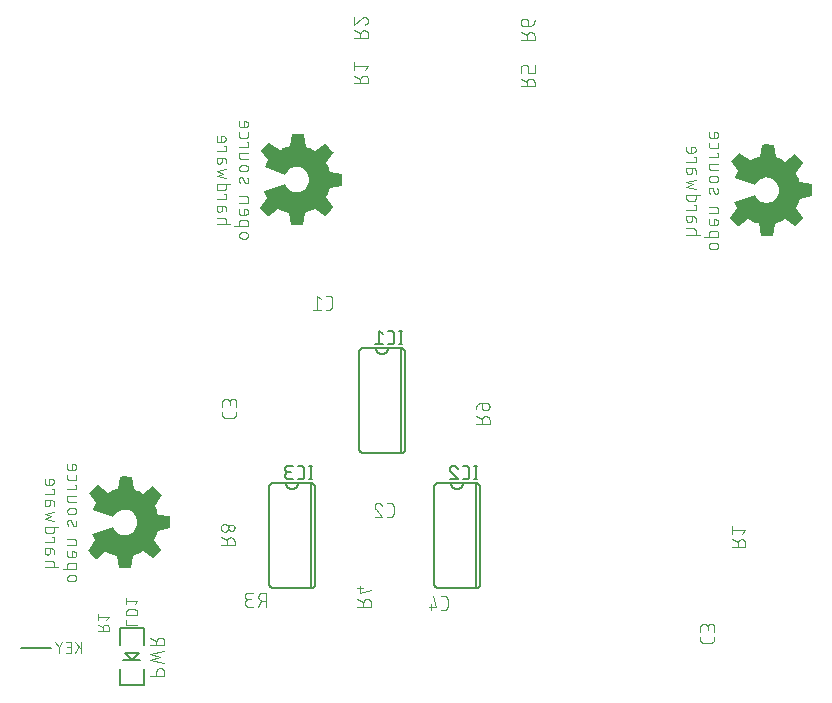
<source format=gbo>
G04 EAGLE Gerber RS-274X export*
G75*
%MOMM*%
%FSLAX34Y34*%
%LPD*%
%INBottom Silkscreen*%
%IPPOS*%
%AMOC8*
5,1,8,0,0,1.08239X$1,22.5*%
G01*
%ADD10C,0.076200*%
%ADD11C,0.152400*%
%ADD12C,0.101600*%
%ADD13C,0.127000*%
%ADD14C,0.203200*%

G36*
X312049Y453385D02*
X312049Y453385D01*
X312063Y453384D01*
X315111Y453638D01*
X315164Y453658D01*
X315219Y453672D01*
X315229Y453683D01*
X315243Y453688D01*
X315277Y453734D01*
X315316Y453775D01*
X315322Y453794D01*
X315327Y453801D01*
X315328Y453814D01*
X315340Y453852D01*
X316842Y463865D01*
X318735Y464575D01*
X320767Y465337D01*
X320771Y465340D01*
X320781Y465343D01*
X323067Y466359D01*
X323073Y466363D01*
X323087Y466369D01*
X325237Y467563D01*
X333744Y461808D01*
X333794Y461792D01*
X333841Y461769D01*
X333860Y461771D01*
X333878Y461765D01*
X333929Y461778D01*
X333981Y461783D01*
X334004Y461797D01*
X334015Y461800D01*
X334023Y461809D01*
X334051Y461826D01*
X335829Y463350D01*
X335832Y463355D01*
X335843Y463363D01*
X339399Y466919D01*
X339402Y466925D01*
X339412Y466933D01*
X340936Y468711D01*
X340959Y468761D01*
X340988Y468808D01*
X340988Y468825D01*
X340995Y468839D01*
X340987Y468894D01*
X340987Y468949D01*
X340977Y468969D01*
X340975Y468979D01*
X340967Y468989D01*
X340951Y469022D01*
X334942Y477534D01*
X336399Y480447D01*
X337415Y482479D01*
X337417Y482491D01*
X337432Y482525D01*
X338153Y485168D01*
X348413Y487169D01*
X348467Y487198D01*
X348524Y487222D01*
X348530Y487230D01*
X348538Y487234D01*
X348569Y487287D01*
X348604Y487338D01*
X348606Y487350D01*
X348609Y487355D01*
X348609Y487367D01*
X348617Y487418D01*
X348617Y497070D01*
X348599Y497135D01*
X348581Y497200D01*
X348579Y497202D01*
X348578Y497205D01*
X348527Y497250D01*
X348478Y497296D01*
X348474Y497297D01*
X348473Y497299D01*
X348466Y497300D01*
X348401Y497321D01*
X338149Y498821D01*
X337686Y500442D01*
X337178Y502220D01*
X337171Y502230D01*
X337161Y502263D01*
X336147Y504290D01*
X335192Y506439D01*
X341205Y514958D01*
X341223Y515011D01*
X341248Y515062D01*
X341246Y515077D01*
X341251Y515091D01*
X341238Y515146D01*
X341232Y515202D01*
X341221Y515219D01*
X341219Y515228D01*
X341210Y515237D01*
X341189Y515271D01*
X337633Y519335D01*
X337628Y519338D01*
X337621Y519347D01*
X335843Y521125D01*
X335837Y521128D01*
X335829Y521138D01*
X334051Y522662D01*
X333995Y522688D01*
X333942Y522717D01*
X333932Y522716D01*
X333923Y522721D01*
X333862Y522712D01*
X333801Y522709D01*
X333790Y522702D01*
X333783Y522701D01*
X333774Y522693D01*
X333730Y522670D01*
X325742Y516429D01*
X323860Y517605D01*
X323857Y517606D01*
X323852Y517610D01*
X322074Y518626D01*
X322061Y518629D01*
X322028Y518646D01*
X320507Y519153D01*
X317855Y520118D01*
X316102Y530387D01*
X316079Y530434D01*
X316063Y530484D01*
X316049Y530496D01*
X316040Y530513D01*
X315996Y530541D01*
X315956Y530575D01*
X315930Y530582D01*
X315921Y530588D01*
X315908Y530588D01*
X315877Y530596D01*
X313340Y530850D01*
X311311Y531103D01*
X311302Y531102D01*
X311280Y531105D01*
X308994Y531105D01*
X308987Y531103D01*
X308971Y531104D01*
X306177Y530850D01*
X306128Y530831D01*
X306076Y530819D01*
X306063Y530806D01*
X306046Y530799D01*
X306014Y530756D01*
X305977Y530718D01*
X305969Y530694D01*
X305962Y530685D01*
X305961Y530673D01*
X305951Y530642D01*
X304200Y520638D01*
X302574Y520174D01*
X302571Y520171D01*
X302564Y520170D01*
X297992Y518646D01*
X297982Y518639D01*
X297938Y518621D01*
X297225Y518176D01*
X296415Y517669D01*
X296044Y517437D01*
X287036Y523443D01*
X286987Y523458D01*
X286941Y523481D01*
X286921Y523479D01*
X286902Y523485D01*
X286852Y523472D01*
X286801Y523467D01*
X286777Y523452D01*
X286766Y523449D01*
X286758Y523440D01*
X286731Y523424D01*
X283175Y520376D01*
X283172Y520371D01*
X283161Y520363D01*
X279859Y517061D01*
X279827Y517003D01*
X279793Y516946D01*
X279793Y516942D01*
X279791Y516938D01*
X279795Y516872D01*
X279797Y516806D01*
X279799Y516800D01*
X279799Y516797D01*
X279804Y516790D01*
X279833Y516733D01*
X285833Y508483D01*
X282866Y503292D01*
X282858Y503258D01*
X282841Y503228D01*
X282842Y503191D01*
X282833Y503155D01*
X282844Y503122D01*
X282845Y503088D01*
X282866Y503057D01*
X282878Y503021D01*
X282905Y503000D01*
X282924Y502971D01*
X282982Y502937D01*
X282988Y502933D01*
X282990Y502932D01*
X282994Y502930D01*
X300012Y496326D01*
X300015Y496326D01*
X300018Y496324D01*
X300085Y496320D01*
X300153Y496314D01*
X300155Y496315D01*
X300158Y496315D01*
X300218Y496347D01*
X300278Y496378D01*
X300280Y496381D01*
X300282Y496382D01*
X300330Y496447D01*
X301228Y498218D01*
X302427Y499770D01*
X303895Y501069D01*
X305582Y502070D01*
X307426Y502737D01*
X309362Y503047D01*
X311323Y502988D01*
X313237Y502563D01*
X315038Y501786D01*
X316661Y500685D01*
X318049Y499300D01*
X319152Y497679D01*
X319932Y495880D01*
X320362Y493966D01*
X320424Y491996D01*
X320270Y490059D01*
X319761Y488195D01*
X318915Y486457D01*
X317760Y484906D01*
X316337Y483598D01*
X314696Y482576D01*
X312894Y481877D01*
X310993Y481525D01*
X309060Y481532D01*
X307162Y481898D01*
X305365Y482611D01*
X303732Y483645D01*
X302319Y484964D01*
X301176Y486524D01*
X300333Y488289D01*
X300331Y488291D01*
X300331Y488292D01*
X300285Y488343D01*
X300239Y488394D01*
X300237Y488395D01*
X300236Y488396D01*
X300169Y488414D01*
X300103Y488433D01*
X300101Y488433D01*
X300100Y488433D01*
X300020Y488419D01*
X282748Y482323D01*
X282722Y482305D01*
X282692Y482295D01*
X282666Y482264D01*
X282633Y482241D01*
X282621Y482212D01*
X282601Y482188D01*
X282595Y482148D01*
X282580Y482110D01*
X282586Y482079D01*
X282581Y482048D01*
X282605Y481973D01*
X282605Y481972D01*
X282605Y481971D01*
X282606Y481971D01*
X283364Y480454D01*
X284123Y478682D01*
X284129Y478675D01*
X284136Y478656D01*
X285074Y477015D01*
X279320Y468510D01*
X279305Y468461D01*
X279281Y468416D01*
X279283Y468396D01*
X279277Y468376D01*
X279290Y468327D01*
X279294Y468276D01*
X279309Y468251D01*
X279312Y468239D01*
X279320Y468231D01*
X279335Y468206D01*
X280605Y466682D01*
X280612Y466678D01*
X280621Y466665D01*
X284177Y463109D01*
X284183Y463106D01*
X284191Y463096D01*
X285969Y461572D01*
X286022Y461548D01*
X286073Y461518D01*
X286086Y461519D01*
X286097Y461513D01*
X286155Y461521D01*
X286214Y461524D01*
X286229Y461532D01*
X286237Y461533D01*
X286247Y461541D01*
X286286Y461561D01*
X294289Y467564D01*
X296181Y466618D01*
X296185Y466617D01*
X296191Y466613D01*
X298477Y465597D01*
X298481Y465596D01*
X298486Y465593D01*
X301026Y464577D01*
X301038Y464576D01*
X301070Y464564D01*
X303439Y464090D01*
X305188Y453594D01*
X305216Y453536D01*
X305242Y453476D01*
X305247Y453473D01*
X305249Y453467D01*
X305304Y453433D01*
X305358Y453396D01*
X305365Y453395D01*
X305369Y453392D01*
X305378Y453393D01*
X305438Y453383D01*
X312042Y453383D01*
X312049Y453385D01*
G37*
G36*
X709939Y444395D02*
X709939Y444395D01*
X709953Y444394D01*
X713001Y444648D01*
X713054Y444668D01*
X713109Y444682D01*
X713119Y444693D01*
X713133Y444698D01*
X713167Y444744D01*
X713206Y444785D01*
X713212Y444804D01*
X713217Y444811D01*
X713218Y444824D01*
X713230Y444862D01*
X714732Y454875D01*
X716625Y455585D01*
X718657Y456347D01*
X718661Y456350D01*
X718671Y456353D01*
X720957Y457369D01*
X720963Y457373D01*
X720977Y457379D01*
X723127Y458573D01*
X731634Y452818D01*
X731684Y452802D01*
X731731Y452779D01*
X731750Y452781D01*
X731768Y452775D01*
X731819Y452788D01*
X731871Y452793D01*
X731894Y452807D01*
X731905Y452810D01*
X731913Y452819D01*
X731941Y452836D01*
X733719Y454360D01*
X733722Y454365D01*
X733733Y454373D01*
X737289Y457929D01*
X737292Y457935D01*
X737302Y457943D01*
X738826Y459721D01*
X738849Y459771D01*
X738878Y459818D01*
X738878Y459835D01*
X738885Y459849D01*
X738877Y459904D01*
X738877Y459959D01*
X738867Y459979D01*
X738865Y459989D01*
X738857Y459999D01*
X738841Y460032D01*
X732832Y468544D01*
X734289Y471457D01*
X735305Y473489D01*
X735307Y473501D01*
X735322Y473535D01*
X736043Y476178D01*
X746303Y478179D01*
X746357Y478208D01*
X746414Y478232D01*
X746420Y478240D01*
X746428Y478244D01*
X746459Y478297D01*
X746494Y478348D01*
X746496Y478360D01*
X746499Y478365D01*
X746499Y478377D01*
X746507Y478428D01*
X746507Y488080D01*
X746489Y488145D01*
X746471Y488210D01*
X746469Y488212D01*
X746468Y488215D01*
X746417Y488260D01*
X746368Y488306D01*
X746364Y488307D01*
X746363Y488309D01*
X746356Y488310D01*
X746291Y488331D01*
X736039Y489831D01*
X735576Y491452D01*
X735068Y493230D01*
X735061Y493240D01*
X735051Y493273D01*
X734037Y495300D01*
X733082Y497449D01*
X739095Y505968D01*
X739113Y506021D01*
X739138Y506072D01*
X739136Y506087D01*
X739141Y506101D01*
X739128Y506156D01*
X739122Y506212D01*
X739111Y506229D01*
X739109Y506238D01*
X739100Y506247D01*
X739079Y506281D01*
X735523Y510345D01*
X735518Y510348D01*
X735511Y510357D01*
X733733Y512135D01*
X733727Y512138D01*
X733719Y512148D01*
X731941Y513672D01*
X731885Y513698D01*
X731832Y513727D01*
X731822Y513726D01*
X731813Y513731D01*
X731752Y513722D01*
X731691Y513719D01*
X731680Y513712D01*
X731673Y513711D01*
X731664Y513703D01*
X731620Y513680D01*
X723632Y507439D01*
X721750Y508615D01*
X721747Y508616D01*
X721742Y508620D01*
X719964Y509636D01*
X719951Y509639D01*
X719918Y509656D01*
X718397Y510163D01*
X715745Y511128D01*
X713992Y521397D01*
X713969Y521444D01*
X713953Y521494D01*
X713939Y521506D01*
X713930Y521523D01*
X713886Y521551D01*
X713846Y521585D01*
X713820Y521592D01*
X713811Y521598D01*
X713798Y521598D01*
X713767Y521606D01*
X711230Y521860D01*
X709201Y522113D01*
X709192Y522112D01*
X709170Y522115D01*
X706884Y522115D01*
X706877Y522113D01*
X706861Y522114D01*
X704067Y521860D01*
X704018Y521841D01*
X703966Y521829D01*
X703953Y521816D01*
X703936Y521809D01*
X703904Y521766D01*
X703867Y521728D01*
X703859Y521704D01*
X703852Y521695D01*
X703851Y521683D01*
X703841Y521652D01*
X702090Y511648D01*
X700464Y511184D01*
X700461Y511181D01*
X700454Y511180D01*
X695882Y509656D01*
X695872Y509649D01*
X695828Y509631D01*
X695115Y509186D01*
X694305Y508679D01*
X693934Y508447D01*
X684926Y514453D01*
X684877Y514468D01*
X684831Y514491D01*
X684811Y514489D01*
X684792Y514495D01*
X684742Y514482D01*
X684691Y514477D01*
X684667Y514462D01*
X684656Y514459D01*
X684648Y514450D01*
X684621Y514434D01*
X681065Y511386D01*
X681062Y511381D01*
X681051Y511373D01*
X677749Y508071D01*
X677717Y508013D01*
X677683Y507956D01*
X677683Y507952D01*
X677681Y507948D01*
X677685Y507882D01*
X677687Y507816D01*
X677689Y507810D01*
X677689Y507807D01*
X677694Y507800D01*
X677723Y507743D01*
X683723Y499493D01*
X680756Y494302D01*
X680748Y494268D01*
X680731Y494238D01*
X680732Y494201D01*
X680723Y494165D01*
X680734Y494132D01*
X680735Y494098D01*
X680756Y494067D01*
X680768Y494031D01*
X680795Y494010D01*
X680814Y493981D01*
X680872Y493947D01*
X680878Y493943D01*
X680880Y493942D01*
X680884Y493940D01*
X697902Y487336D01*
X697905Y487336D01*
X697908Y487334D01*
X697975Y487330D01*
X698043Y487324D01*
X698045Y487325D01*
X698048Y487325D01*
X698108Y487357D01*
X698168Y487388D01*
X698170Y487391D01*
X698172Y487392D01*
X698220Y487457D01*
X699118Y489228D01*
X700317Y490780D01*
X701785Y492079D01*
X703472Y493080D01*
X705316Y493747D01*
X707252Y494057D01*
X709213Y493998D01*
X711127Y493573D01*
X712928Y492796D01*
X714551Y491695D01*
X715939Y490310D01*
X717042Y488689D01*
X717822Y486890D01*
X718252Y484976D01*
X718314Y483006D01*
X718160Y481069D01*
X717651Y479205D01*
X716805Y477467D01*
X715650Y475916D01*
X714227Y474608D01*
X712586Y473586D01*
X710784Y472887D01*
X708883Y472535D01*
X706950Y472542D01*
X705052Y472908D01*
X703255Y473621D01*
X701622Y474655D01*
X700209Y475974D01*
X699066Y477534D01*
X698223Y479299D01*
X698221Y479301D01*
X698221Y479302D01*
X698175Y479353D01*
X698129Y479404D01*
X698127Y479405D01*
X698126Y479406D01*
X698059Y479424D01*
X697993Y479443D01*
X697991Y479443D01*
X697990Y479443D01*
X697910Y479429D01*
X680638Y473333D01*
X680612Y473315D01*
X680582Y473305D01*
X680556Y473274D01*
X680523Y473251D01*
X680511Y473222D01*
X680491Y473198D01*
X680485Y473158D01*
X680470Y473120D01*
X680476Y473089D01*
X680471Y473058D01*
X680495Y472983D01*
X680495Y472982D01*
X680495Y472981D01*
X680496Y472981D01*
X681254Y471464D01*
X682013Y469692D01*
X682019Y469685D01*
X682026Y469666D01*
X682964Y468025D01*
X677210Y459520D01*
X677195Y459471D01*
X677171Y459426D01*
X677173Y459406D01*
X677167Y459386D01*
X677180Y459337D01*
X677184Y459286D01*
X677199Y459261D01*
X677202Y459249D01*
X677210Y459241D01*
X677225Y459216D01*
X678495Y457692D01*
X678502Y457688D01*
X678511Y457675D01*
X682067Y454119D01*
X682073Y454116D01*
X682081Y454106D01*
X683859Y452582D01*
X683912Y452558D01*
X683963Y452528D01*
X683976Y452529D01*
X683987Y452523D01*
X684045Y452531D01*
X684104Y452534D01*
X684119Y452542D01*
X684127Y452543D01*
X684137Y452551D01*
X684176Y452571D01*
X692179Y458574D01*
X694071Y457628D01*
X694075Y457627D01*
X694081Y457623D01*
X696367Y456607D01*
X696371Y456606D01*
X696376Y456603D01*
X698916Y455587D01*
X698928Y455586D01*
X698960Y455574D01*
X701329Y455100D01*
X703078Y444604D01*
X703106Y444546D01*
X703132Y444486D01*
X703137Y444483D01*
X703139Y444477D01*
X703194Y444443D01*
X703248Y444406D01*
X703255Y444405D01*
X703259Y444402D01*
X703268Y444403D01*
X703328Y444393D01*
X709932Y444393D01*
X709939Y444395D01*
G37*
G36*
X166539Y163215D02*
X166539Y163215D01*
X166553Y163214D01*
X169601Y163468D01*
X169654Y163488D01*
X169709Y163502D01*
X169719Y163513D01*
X169733Y163518D01*
X169767Y163564D01*
X169806Y163605D01*
X169812Y163624D01*
X169817Y163631D01*
X169818Y163644D01*
X169830Y163682D01*
X171332Y173695D01*
X173225Y174405D01*
X175257Y175167D01*
X175261Y175170D01*
X175271Y175173D01*
X177557Y176189D01*
X177563Y176193D01*
X177577Y176199D01*
X179727Y177393D01*
X188234Y171638D01*
X188284Y171622D01*
X188331Y171599D01*
X188350Y171601D01*
X188368Y171595D01*
X188419Y171608D01*
X188471Y171613D01*
X188494Y171627D01*
X188505Y171630D01*
X188513Y171639D01*
X188541Y171656D01*
X190319Y173180D01*
X190322Y173185D01*
X190333Y173193D01*
X193889Y176749D01*
X193892Y176755D01*
X193902Y176763D01*
X195426Y178541D01*
X195449Y178591D01*
X195478Y178638D01*
X195478Y178655D01*
X195485Y178669D01*
X195477Y178724D01*
X195477Y178779D01*
X195467Y178799D01*
X195465Y178809D01*
X195457Y178819D01*
X195441Y178852D01*
X189432Y187364D01*
X190889Y190277D01*
X191905Y192309D01*
X191907Y192321D01*
X191922Y192355D01*
X192643Y194998D01*
X202903Y196999D01*
X202957Y197028D01*
X203014Y197052D01*
X203020Y197060D01*
X203028Y197064D01*
X203059Y197117D01*
X203094Y197168D01*
X203096Y197180D01*
X203099Y197185D01*
X203099Y197197D01*
X203107Y197248D01*
X203107Y206900D01*
X203089Y206965D01*
X203071Y207030D01*
X203069Y207032D01*
X203068Y207035D01*
X203017Y207080D01*
X202968Y207126D01*
X202964Y207127D01*
X202963Y207129D01*
X202956Y207130D01*
X202891Y207151D01*
X192639Y208651D01*
X192176Y210272D01*
X191668Y212050D01*
X191661Y212060D01*
X191651Y212093D01*
X190637Y214120D01*
X189682Y216269D01*
X195695Y224788D01*
X195713Y224841D01*
X195738Y224892D01*
X195736Y224907D01*
X195741Y224921D01*
X195728Y224976D01*
X195722Y225032D01*
X195711Y225049D01*
X195709Y225058D01*
X195700Y225067D01*
X195679Y225101D01*
X192123Y229165D01*
X192118Y229168D01*
X192111Y229177D01*
X190333Y230955D01*
X190327Y230958D01*
X190319Y230968D01*
X188541Y232492D01*
X188485Y232518D01*
X188432Y232547D01*
X188422Y232546D01*
X188413Y232551D01*
X188352Y232542D01*
X188291Y232539D01*
X188280Y232532D01*
X188273Y232531D01*
X188264Y232523D01*
X188220Y232500D01*
X180232Y226259D01*
X178350Y227435D01*
X178347Y227436D01*
X178342Y227440D01*
X176564Y228456D01*
X176551Y228459D01*
X176518Y228476D01*
X174997Y228983D01*
X172345Y229948D01*
X170592Y240217D01*
X170569Y240264D01*
X170553Y240314D01*
X170539Y240326D01*
X170530Y240343D01*
X170486Y240371D01*
X170446Y240405D01*
X170420Y240412D01*
X170411Y240418D01*
X170398Y240418D01*
X170367Y240426D01*
X167830Y240680D01*
X165801Y240933D01*
X165792Y240932D01*
X165770Y240935D01*
X163484Y240935D01*
X163477Y240933D01*
X163461Y240934D01*
X160667Y240680D01*
X160618Y240661D01*
X160566Y240649D01*
X160553Y240636D01*
X160536Y240629D01*
X160504Y240586D01*
X160467Y240548D01*
X160459Y240524D01*
X160452Y240515D01*
X160451Y240503D01*
X160441Y240472D01*
X158690Y230468D01*
X157064Y230004D01*
X157061Y230001D01*
X157054Y230000D01*
X152482Y228476D01*
X152472Y228469D01*
X152428Y228451D01*
X151715Y228006D01*
X150905Y227499D01*
X150534Y227267D01*
X141526Y233273D01*
X141477Y233288D01*
X141431Y233311D01*
X141411Y233309D01*
X141392Y233315D01*
X141342Y233302D01*
X141291Y233297D01*
X141267Y233282D01*
X141256Y233279D01*
X141248Y233270D01*
X141221Y233254D01*
X137665Y230206D01*
X137662Y230201D01*
X137651Y230193D01*
X134349Y226891D01*
X134317Y226833D01*
X134283Y226776D01*
X134283Y226772D01*
X134281Y226768D01*
X134285Y226702D01*
X134287Y226636D01*
X134289Y226630D01*
X134289Y226627D01*
X134294Y226620D01*
X134323Y226563D01*
X140323Y218313D01*
X137356Y213122D01*
X137348Y213088D01*
X137331Y213058D01*
X137332Y213021D01*
X137323Y212985D01*
X137334Y212952D01*
X137335Y212918D01*
X137356Y212887D01*
X137368Y212851D01*
X137395Y212830D01*
X137414Y212801D01*
X137472Y212767D01*
X137478Y212763D01*
X137480Y212762D01*
X137484Y212760D01*
X154502Y206156D01*
X154505Y206156D01*
X154508Y206154D01*
X154575Y206150D01*
X154643Y206144D01*
X154645Y206145D01*
X154648Y206145D01*
X154708Y206177D01*
X154768Y206208D01*
X154770Y206211D01*
X154772Y206212D01*
X154820Y206277D01*
X155718Y208048D01*
X156917Y209600D01*
X158385Y210899D01*
X160072Y211900D01*
X161916Y212567D01*
X163852Y212877D01*
X165813Y212818D01*
X167727Y212393D01*
X169528Y211616D01*
X171151Y210515D01*
X172539Y209130D01*
X173642Y207509D01*
X174422Y205710D01*
X174852Y203796D01*
X174914Y201826D01*
X174760Y199889D01*
X174251Y198025D01*
X173405Y196287D01*
X172250Y194736D01*
X170827Y193428D01*
X169186Y192406D01*
X167384Y191707D01*
X165483Y191355D01*
X163550Y191362D01*
X161652Y191728D01*
X159855Y192441D01*
X158222Y193475D01*
X156809Y194794D01*
X155666Y196354D01*
X154823Y198119D01*
X154821Y198121D01*
X154821Y198122D01*
X154775Y198173D01*
X154729Y198224D01*
X154727Y198225D01*
X154726Y198226D01*
X154659Y198244D01*
X154593Y198263D01*
X154591Y198263D01*
X154590Y198263D01*
X154510Y198249D01*
X137238Y192153D01*
X137212Y192135D01*
X137182Y192125D01*
X137156Y192094D01*
X137123Y192071D01*
X137111Y192042D01*
X137091Y192018D01*
X137085Y191978D01*
X137070Y191940D01*
X137076Y191909D01*
X137071Y191878D01*
X137095Y191803D01*
X137095Y191802D01*
X137095Y191801D01*
X137096Y191801D01*
X137854Y190284D01*
X138613Y188512D01*
X138619Y188505D01*
X138626Y188486D01*
X139564Y186845D01*
X133810Y178340D01*
X133795Y178291D01*
X133771Y178246D01*
X133773Y178226D01*
X133767Y178206D01*
X133780Y178157D01*
X133784Y178106D01*
X133799Y178081D01*
X133802Y178069D01*
X133810Y178061D01*
X133825Y178036D01*
X135095Y176512D01*
X135102Y176508D01*
X135111Y176495D01*
X138667Y172939D01*
X138673Y172936D01*
X138681Y172926D01*
X140459Y171402D01*
X140512Y171378D01*
X140563Y171348D01*
X140576Y171349D01*
X140587Y171343D01*
X140645Y171351D01*
X140704Y171354D01*
X140719Y171362D01*
X140727Y171363D01*
X140737Y171371D01*
X140776Y171391D01*
X148779Y177394D01*
X150671Y176448D01*
X150675Y176447D01*
X150681Y176443D01*
X152967Y175427D01*
X152971Y175426D01*
X152976Y175423D01*
X155516Y174407D01*
X155528Y174406D01*
X155560Y174394D01*
X157929Y173920D01*
X159678Y163424D01*
X159706Y163366D01*
X159732Y163306D01*
X159737Y163303D01*
X159739Y163297D01*
X159794Y163263D01*
X159848Y163226D01*
X159855Y163225D01*
X159859Y163222D01*
X159868Y163223D01*
X159928Y163213D01*
X166532Y163213D01*
X166539Y163215D01*
G37*
D10*
X127757Y91221D02*
X127757Y100619D01*
X122536Y100619D02*
X127757Y94876D01*
X125668Y96964D02*
X122536Y91221D01*
X118727Y91221D02*
X114550Y91221D01*
X118727Y91221D02*
X118727Y100619D01*
X114550Y100619D01*
X115594Y96442D02*
X118727Y96442D01*
X111646Y100619D02*
X108514Y96181D01*
X105381Y100619D01*
X108514Y96181D02*
X108514Y91221D01*
D11*
X101800Y95920D02*
X76400Y95920D01*
D12*
X186128Y72148D02*
X197812Y72148D01*
X197812Y75394D01*
X197810Y75507D01*
X197804Y75620D01*
X197794Y75733D01*
X197780Y75846D01*
X197763Y75958D01*
X197741Y76069D01*
X197716Y76179D01*
X197686Y76289D01*
X197653Y76397D01*
X197616Y76504D01*
X197576Y76610D01*
X197531Y76714D01*
X197483Y76817D01*
X197432Y76918D01*
X197377Y77017D01*
X197319Y77114D01*
X197257Y77209D01*
X197192Y77302D01*
X197124Y77392D01*
X197053Y77480D01*
X196978Y77566D01*
X196901Y77649D01*
X196821Y77729D01*
X196738Y77806D01*
X196652Y77881D01*
X196564Y77952D01*
X196474Y78020D01*
X196381Y78085D01*
X196286Y78147D01*
X196189Y78205D01*
X196090Y78260D01*
X195989Y78311D01*
X195886Y78359D01*
X195782Y78404D01*
X195676Y78444D01*
X195569Y78481D01*
X195461Y78514D01*
X195351Y78544D01*
X195241Y78569D01*
X195130Y78591D01*
X195018Y78608D01*
X194905Y78622D01*
X194792Y78632D01*
X194679Y78638D01*
X194566Y78640D01*
X194453Y78638D01*
X194340Y78632D01*
X194227Y78622D01*
X194114Y78608D01*
X194002Y78591D01*
X193891Y78569D01*
X193781Y78544D01*
X193671Y78514D01*
X193563Y78481D01*
X193456Y78444D01*
X193350Y78404D01*
X193246Y78359D01*
X193143Y78311D01*
X193042Y78260D01*
X192943Y78205D01*
X192846Y78147D01*
X192751Y78085D01*
X192658Y78020D01*
X192568Y77952D01*
X192480Y77881D01*
X192394Y77806D01*
X192311Y77729D01*
X192231Y77649D01*
X192154Y77566D01*
X192079Y77480D01*
X192008Y77392D01*
X191940Y77302D01*
X191875Y77209D01*
X191813Y77114D01*
X191755Y77017D01*
X191700Y76918D01*
X191649Y76817D01*
X191601Y76714D01*
X191556Y76610D01*
X191516Y76504D01*
X191479Y76397D01*
X191446Y76289D01*
X191416Y76179D01*
X191391Y76069D01*
X191369Y75958D01*
X191352Y75846D01*
X191338Y75733D01*
X191328Y75620D01*
X191322Y75507D01*
X191320Y75394D01*
X191321Y75394D02*
X191321Y72148D01*
X197812Y82605D02*
X186128Y85201D01*
X193917Y87798D01*
X186128Y90394D01*
X197812Y92990D01*
X197812Y97961D02*
X186128Y97961D01*
X197812Y97961D02*
X197812Y101206D01*
X197810Y101319D01*
X197804Y101432D01*
X197794Y101545D01*
X197780Y101658D01*
X197763Y101770D01*
X197741Y101881D01*
X197716Y101991D01*
X197686Y102101D01*
X197653Y102209D01*
X197616Y102316D01*
X197576Y102422D01*
X197531Y102526D01*
X197483Y102629D01*
X197432Y102730D01*
X197377Y102829D01*
X197319Y102926D01*
X197257Y103021D01*
X197192Y103114D01*
X197124Y103204D01*
X197053Y103292D01*
X196978Y103378D01*
X196901Y103461D01*
X196821Y103541D01*
X196738Y103618D01*
X196652Y103693D01*
X196564Y103764D01*
X196474Y103832D01*
X196381Y103897D01*
X196286Y103959D01*
X196189Y104017D01*
X196090Y104072D01*
X195989Y104123D01*
X195886Y104171D01*
X195782Y104216D01*
X195676Y104256D01*
X195569Y104293D01*
X195461Y104326D01*
X195351Y104356D01*
X195241Y104381D01*
X195130Y104403D01*
X195018Y104420D01*
X194905Y104434D01*
X194792Y104444D01*
X194679Y104450D01*
X194566Y104452D01*
X194453Y104450D01*
X194340Y104444D01*
X194227Y104434D01*
X194114Y104420D01*
X194002Y104403D01*
X193891Y104381D01*
X193781Y104356D01*
X193671Y104326D01*
X193563Y104293D01*
X193456Y104256D01*
X193350Y104216D01*
X193246Y104171D01*
X193143Y104123D01*
X193042Y104072D01*
X192943Y104017D01*
X192846Y103959D01*
X192751Y103897D01*
X192658Y103832D01*
X192568Y103764D01*
X192480Y103693D01*
X192394Y103618D01*
X192311Y103541D01*
X192231Y103461D01*
X192154Y103378D01*
X192079Y103292D01*
X192008Y103204D01*
X191940Y103114D01*
X191875Y103021D01*
X191813Y102926D01*
X191755Y102829D01*
X191700Y102730D01*
X191649Y102629D01*
X191601Y102526D01*
X191556Y102422D01*
X191516Y102316D01*
X191479Y102209D01*
X191446Y102101D01*
X191416Y101991D01*
X191391Y101881D01*
X191369Y101770D01*
X191352Y101658D01*
X191338Y101545D01*
X191328Y101432D01*
X191322Y101319D01*
X191320Y101206D01*
X191321Y101206D02*
X191321Y97961D01*
X191321Y101855D02*
X186128Y104452D01*
D10*
X175079Y115351D02*
X165681Y115351D01*
X165681Y119528D01*
X165681Y123258D02*
X175079Y123258D01*
X175079Y125869D01*
X175077Y125969D01*
X175071Y126069D01*
X175062Y126168D01*
X175048Y126268D01*
X175031Y126366D01*
X175010Y126464D01*
X174986Y126561D01*
X174957Y126657D01*
X174925Y126752D01*
X174890Y126845D01*
X174851Y126937D01*
X174808Y127028D01*
X174762Y127116D01*
X174712Y127203D01*
X174660Y127288D01*
X174604Y127371D01*
X174545Y127452D01*
X174482Y127530D01*
X174417Y127606D01*
X174349Y127680D01*
X174279Y127750D01*
X174205Y127818D01*
X174129Y127883D01*
X174051Y127946D01*
X173970Y128005D01*
X173887Y128061D01*
X173802Y128113D01*
X173715Y128163D01*
X173627Y128209D01*
X173536Y128252D01*
X173444Y128291D01*
X173351Y128326D01*
X173256Y128358D01*
X173160Y128387D01*
X173063Y128411D01*
X172965Y128432D01*
X172867Y128449D01*
X172767Y128463D01*
X172668Y128472D01*
X172568Y128478D01*
X172468Y128480D01*
X172468Y128479D02*
X168292Y128479D01*
X168292Y128480D02*
X168192Y128478D01*
X168092Y128472D01*
X167993Y128463D01*
X167893Y128449D01*
X167795Y128432D01*
X167697Y128411D01*
X167600Y128387D01*
X167504Y128358D01*
X167409Y128326D01*
X167316Y128291D01*
X167224Y128252D01*
X167133Y128209D01*
X167045Y128163D01*
X166958Y128113D01*
X166873Y128061D01*
X166790Y128005D01*
X166709Y127946D01*
X166631Y127883D01*
X166555Y127818D01*
X166481Y127750D01*
X166411Y127680D01*
X166343Y127606D01*
X166278Y127530D01*
X166215Y127452D01*
X166156Y127371D01*
X166100Y127288D01*
X166048Y127203D01*
X165998Y127116D01*
X165952Y127028D01*
X165909Y126937D01*
X165870Y126845D01*
X165835Y126752D01*
X165803Y126657D01*
X165774Y126561D01*
X165750Y126464D01*
X165729Y126366D01*
X165712Y126268D01*
X165698Y126168D01*
X165689Y126069D01*
X165683Y125969D01*
X165681Y125869D01*
X165681Y123258D01*
X172991Y132707D02*
X175079Y135318D01*
X165681Y135318D01*
X165681Y137928D02*
X165681Y132707D01*
X150949Y110271D02*
X141551Y110271D01*
X150949Y110271D02*
X150949Y112882D01*
X150947Y112983D01*
X150941Y113084D01*
X150931Y113185D01*
X150918Y113285D01*
X150900Y113385D01*
X150879Y113484D01*
X150853Y113582D01*
X150824Y113679D01*
X150792Y113775D01*
X150755Y113869D01*
X150715Y113962D01*
X150671Y114054D01*
X150624Y114143D01*
X150573Y114231D01*
X150519Y114317D01*
X150462Y114400D01*
X150402Y114482D01*
X150338Y114560D01*
X150272Y114637D01*
X150202Y114710D01*
X150130Y114781D01*
X150055Y114849D01*
X149977Y114914D01*
X149897Y114976D01*
X149815Y115035D01*
X149730Y115091D01*
X149644Y115143D01*
X149555Y115192D01*
X149464Y115238D01*
X149372Y115279D01*
X149278Y115318D01*
X149183Y115352D01*
X149087Y115383D01*
X148989Y115410D01*
X148891Y115434D01*
X148791Y115453D01*
X148691Y115469D01*
X148591Y115481D01*
X148490Y115489D01*
X148389Y115493D01*
X148287Y115493D01*
X148186Y115489D01*
X148085Y115481D01*
X147985Y115469D01*
X147885Y115453D01*
X147785Y115434D01*
X147687Y115410D01*
X147589Y115383D01*
X147493Y115352D01*
X147398Y115318D01*
X147304Y115279D01*
X147212Y115238D01*
X147121Y115192D01*
X147033Y115143D01*
X146946Y115091D01*
X146861Y115035D01*
X146779Y114976D01*
X146699Y114914D01*
X146621Y114849D01*
X146546Y114781D01*
X146474Y114710D01*
X146404Y114637D01*
X146338Y114560D01*
X146274Y114482D01*
X146214Y114400D01*
X146157Y114317D01*
X146103Y114231D01*
X146052Y114143D01*
X146005Y114054D01*
X145961Y113962D01*
X145921Y113869D01*
X145884Y113775D01*
X145852Y113679D01*
X145823Y113582D01*
X145797Y113484D01*
X145776Y113385D01*
X145758Y113285D01*
X145745Y113185D01*
X145735Y113084D01*
X145729Y112983D01*
X145727Y112882D01*
X145728Y112882D02*
X145728Y110271D01*
X145728Y113404D02*
X141551Y115492D01*
X148861Y119358D02*
X150949Y121968D01*
X141551Y121968D01*
X141551Y119358D02*
X141551Y124579D01*
D12*
X651668Y105151D02*
X651668Y102554D01*
X651670Y102455D01*
X651676Y102355D01*
X651685Y102256D01*
X651698Y102158D01*
X651715Y102060D01*
X651736Y101962D01*
X651761Y101866D01*
X651789Y101771D01*
X651821Y101677D01*
X651856Y101584D01*
X651895Y101492D01*
X651938Y101402D01*
X651983Y101314D01*
X652033Y101227D01*
X652085Y101143D01*
X652141Y101060D01*
X652199Y100980D01*
X652261Y100902D01*
X652326Y100827D01*
X652394Y100754D01*
X652464Y100684D01*
X652537Y100616D01*
X652612Y100551D01*
X652690Y100489D01*
X652770Y100431D01*
X652853Y100375D01*
X652937Y100323D01*
X653024Y100273D01*
X653112Y100228D01*
X653202Y100185D01*
X653294Y100146D01*
X653387Y100111D01*
X653481Y100079D01*
X653576Y100051D01*
X653672Y100026D01*
X653770Y100005D01*
X653868Y99988D01*
X653966Y99975D01*
X654065Y99966D01*
X654165Y99960D01*
X654264Y99958D01*
X660756Y99958D01*
X660855Y99960D01*
X660955Y99966D01*
X661054Y99975D01*
X661152Y99988D01*
X661250Y100005D01*
X661348Y100026D01*
X661444Y100051D01*
X661539Y100079D01*
X661633Y100111D01*
X661726Y100146D01*
X661818Y100185D01*
X661908Y100228D01*
X661996Y100273D01*
X662083Y100323D01*
X662167Y100375D01*
X662250Y100431D01*
X662330Y100489D01*
X662408Y100551D01*
X662483Y100616D01*
X662556Y100684D01*
X662626Y100754D01*
X662694Y100827D01*
X662759Y100902D01*
X662821Y100980D01*
X662879Y101060D01*
X662935Y101143D01*
X662987Y101227D01*
X663037Y101314D01*
X663082Y101402D01*
X663125Y101492D01*
X663164Y101584D01*
X663199Y101676D01*
X663231Y101771D01*
X663259Y101866D01*
X663284Y101962D01*
X663305Y102060D01*
X663322Y102158D01*
X663335Y102256D01*
X663344Y102355D01*
X663350Y102455D01*
X663352Y102554D01*
X663352Y105151D01*
X651668Y109516D02*
X651668Y112762D01*
X651670Y112875D01*
X651676Y112988D01*
X651686Y113101D01*
X651700Y113214D01*
X651717Y113326D01*
X651739Y113437D01*
X651764Y113547D01*
X651794Y113657D01*
X651827Y113765D01*
X651864Y113872D01*
X651904Y113978D01*
X651949Y114082D01*
X651997Y114185D01*
X652048Y114286D01*
X652103Y114385D01*
X652161Y114482D01*
X652223Y114577D01*
X652288Y114670D01*
X652356Y114760D01*
X652427Y114848D01*
X652502Y114934D01*
X652579Y115017D01*
X652659Y115097D01*
X652742Y115174D01*
X652828Y115249D01*
X652916Y115320D01*
X653006Y115388D01*
X653099Y115453D01*
X653194Y115515D01*
X653291Y115573D01*
X653390Y115628D01*
X653491Y115679D01*
X653594Y115727D01*
X653698Y115772D01*
X653804Y115812D01*
X653911Y115849D01*
X654019Y115882D01*
X654129Y115912D01*
X654239Y115937D01*
X654350Y115959D01*
X654462Y115976D01*
X654575Y115990D01*
X654688Y116000D01*
X654801Y116006D01*
X654914Y116008D01*
X655027Y116006D01*
X655140Y116000D01*
X655253Y115990D01*
X655366Y115976D01*
X655478Y115959D01*
X655589Y115937D01*
X655699Y115912D01*
X655809Y115882D01*
X655917Y115849D01*
X656024Y115812D01*
X656130Y115772D01*
X656234Y115727D01*
X656337Y115679D01*
X656438Y115628D01*
X656537Y115573D01*
X656634Y115515D01*
X656729Y115453D01*
X656822Y115388D01*
X656912Y115320D01*
X657000Y115249D01*
X657086Y115174D01*
X657169Y115097D01*
X657249Y115017D01*
X657326Y114934D01*
X657401Y114848D01*
X657472Y114760D01*
X657540Y114670D01*
X657605Y114577D01*
X657667Y114482D01*
X657725Y114385D01*
X657780Y114286D01*
X657831Y114185D01*
X657879Y114082D01*
X657924Y113978D01*
X657964Y113872D01*
X658001Y113765D01*
X658034Y113657D01*
X658064Y113547D01*
X658089Y113437D01*
X658111Y113326D01*
X658128Y113214D01*
X658142Y113101D01*
X658152Y112988D01*
X658158Y112875D01*
X658160Y112762D01*
X663352Y113411D02*
X663352Y109516D01*
X663352Y113411D02*
X663350Y113512D01*
X663344Y113612D01*
X663334Y113712D01*
X663321Y113812D01*
X663303Y113911D01*
X663282Y114010D01*
X663257Y114107D01*
X663228Y114204D01*
X663195Y114299D01*
X663159Y114393D01*
X663119Y114485D01*
X663076Y114576D01*
X663029Y114665D01*
X662979Y114752D01*
X662925Y114838D01*
X662868Y114921D01*
X662808Y115001D01*
X662745Y115080D01*
X662678Y115156D01*
X662609Y115229D01*
X662537Y115299D01*
X662463Y115367D01*
X662386Y115432D01*
X662306Y115493D01*
X662224Y115552D01*
X662140Y115607D01*
X662054Y115659D01*
X661966Y115708D01*
X661876Y115753D01*
X661784Y115795D01*
X661691Y115833D01*
X661596Y115867D01*
X661501Y115898D01*
X661404Y115925D01*
X661306Y115948D01*
X661207Y115968D01*
X661107Y115983D01*
X661007Y115995D01*
X660907Y116003D01*
X660806Y116007D01*
X660706Y116007D01*
X660605Y116003D01*
X660505Y115995D01*
X660405Y115983D01*
X660305Y115968D01*
X660206Y115948D01*
X660108Y115925D01*
X660011Y115898D01*
X659916Y115867D01*
X659821Y115833D01*
X659728Y115795D01*
X659636Y115753D01*
X659546Y115708D01*
X659458Y115659D01*
X659372Y115607D01*
X659288Y115552D01*
X659206Y115493D01*
X659126Y115432D01*
X659049Y115367D01*
X658975Y115299D01*
X658903Y115229D01*
X658834Y115156D01*
X658767Y115080D01*
X658704Y115001D01*
X658644Y114921D01*
X658587Y114838D01*
X658533Y114752D01*
X658483Y114665D01*
X658436Y114576D01*
X658393Y114485D01*
X658353Y114393D01*
X658317Y114299D01*
X658284Y114204D01*
X658255Y114107D01*
X658230Y114010D01*
X658209Y113911D01*
X658191Y113812D01*
X658178Y113712D01*
X658168Y113612D01*
X658162Y113512D01*
X658160Y113411D01*
X658159Y113411D02*
X658159Y110814D01*
X678288Y181185D02*
X689972Y181185D01*
X689972Y184430D01*
X689970Y184543D01*
X689964Y184656D01*
X689954Y184769D01*
X689940Y184882D01*
X689923Y184994D01*
X689901Y185105D01*
X689876Y185215D01*
X689846Y185325D01*
X689813Y185433D01*
X689776Y185540D01*
X689736Y185646D01*
X689691Y185750D01*
X689643Y185853D01*
X689592Y185954D01*
X689537Y186053D01*
X689479Y186150D01*
X689417Y186245D01*
X689352Y186338D01*
X689284Y186428D01*
X689213Y186516D01*
X689138Y186602D01*
X689061Y186685D01*
X688981Y186765D01*
X688898Y186842D01*
X688812Y186917D01*
X688724Y186988D01*
X688634Y187056D01*
X688541Y187121D01*
X688446Y187183D01*
X688349Y187241D01*
X688250Y187296D01*
X688149Y187347D01*
X688046Y187395D01*
X687942Y187440D01*
X687836Y187480D01*
X687729Y187517D01*
X687621Y187550D01*
X687511Y187580D01*
X687401Y187605D01*
X687290Y187627D01*
X687178Y187644D01*
X687065Y187658D01*
X686952Y187668D01*
X686839Y187674D01*
X686726Y187676D01*
X686613Y187674D01*
X686500Y187668D01*
X686387Y187658D01*
X686274Y187644D01*
X686162Y187627D01*
X686051Y187605D01*
X685941Y187580D01*
X685831Y187550D01*
X685723Y187517D01*
X685616Y187480D01*
X685510Y187440D01*
X685406Y187395D01*
X685303Y187347D01*
X685202Y187296D01*
X685103Y187241D01*
X685006Y187183D01*
X684911Y187121D01*
X684818Y187056D01*
X684728Y186988D01*
X684640Y186917D01*
X684554Y186842D01*
X684471Y186765D01*
X684391Y186685D01*
X684314Y186602D01*
X684239Y186516D01*
X684168Y186428D01*
X684100Y186338D01*
X684035Y186245D01*
X683973Y186150D01*
X683915Y186053D01*
X683860Y185954D01*
X683809Y185853D01*
X683761Y185750D01*
X683716Y185646D01*
X683676Y185540D01*
X683639Y185433D01*
X683606Y185325D01*
X683576Y185215D01*
X683551Y185105D01*
X683529Y184994D01*
X683512Y184882D01*
X683498Y184769D01*
X683488Y184656D01*
X683482Y184543D01*
X683480Y184430D01*
X683481Y184430D02*
X683481Y181185D01*
X683481Y185079D02*
X678288Y187676D01*
X687376Y192541D02*
X689972Y195786D01*
X678288Y195786D01*
X678288Y192541D02*
X678288Y199032D01*
X337386Y382008D02*
X334789Y382008D01*
X337386Y382008D02*
X337485Y382010D01*
X337585Y382016D01*
X337684Y382025D01*
X337782Y382038D01*
X337880Y382055D01*
X337978Y382076D01*
X338074Y382101D01*
X338169Y382129D01*
X338263Y382161D01*
X338356Y382196D01*
X338448Y382235D01*
X338538Y382278D01*
X338626Y382323D01*
X338713Y382373D01*
X338797Y382425D01*
X338880Y382481D01*
X338960Y382539D01*
X339038Y382601D01*
X339113Y382666D01*
X339186Y382734D01*
X339256Y382804D01*
X339324Y382877D01*
X339389Y382952D01*
X339451Y383030D01*
X339509Y383110D01*
X339565Y383193D01*
X339617Y383277D01*
X339667Y383364D01*
X339712Y383452D01*
X339755Y383542D01*
X339794Y383634D01*
X339829Y383727D01*
X339861Y383821D01*
X339889Y383916D01*
X339914Y384012D01*
X339935Y384110D01*
X339952Y384208D01*
X339965Y384306D01*
X339974Y384405D01*
X339980Y384505D01*
X339982Y384604D01*
X339982Y391096D01*
X339980Y391195D01*
X339974Y391295D01*
X339965Y391394D01*
X339952Y391492D01*
X339935Y391590D01*
X339914Y391688D01*
X339889Y391784D01*
X339861Y391879D01*
X339829Y391973D01*
X339794Y392066D01*
X339755Y392158D01*
X339712Y392248D01*
X339667Y392336D01*
X339617Y392423D01*
X339565Y392507D01*
X339509Y392590D01*
X339451Y392670D01*
X339389Y392748D01*
X339324Y392823D01*
X339256Y392896D01*
X339186Y392966D01*
X339113Y393034D01*
X339038Y393099D01*
X338960Y393161D01*
X338880Y393219D01*
X338797Y393275D01*
X338713Y393327D01*
X338626Y393377D01*
X338538Y393422D01*
X338448Y393465D01*
X338356Y393504D01*
X338263Y393539D01*
X338169Y393571D01*
X338074Y393599D01*
X337978Y393624D01*
X337880Y393645D01*
X337782Y393662D01*
X337684Y393675D01*
X337585Y393684D01*
X337485Y393690D01*
X337386Y393692D01*
X334789Y393692D01*
X330424Y391096D02*
X327178Y393692D01*
X327178Y382008D01*
X323933Y382008D02*
X330424Y382008D01*
X386859Y206748D02*
X389456Y206748D01*
X389555Y206750D01*
X389655Y206756D01*
X389754Y206765D01*
X389852Y206778D01*
X389950Y206795D01*
X390048Y206816D01*
X390144Y206841D01*
X390239Y206869D01*
X390333Y206901D01*
X390426Y206936D01*
X390518Y206975D01*
X390608Y207018D01*
X390696Y207063D01*
X390783Y207113D01*
X390867Y207165D01*
X390950Y207221D01*
X391030Y207279D01*
X391108Y207341D01*
X391183Y207406D01*
X391256Y207474D01*
X391326Y207544D01*
X391394Y207617D01*
X391459Y207692D01*
X391521Y207770D01*
X391579Y207850D01*
X391635Y207933D01*
X391687Y208017D01*
X391737Y208104D01*
X391782Y208192D01*
X391825Y208282D01*
X391864Y208374D01*
X391899Y208467D01*
X391931Y208561D01*
X391959Y208656D01*
X391984Y208752D01*
X392005Y208850D01*
X392022Y208948D01*
X392035Y209046D01*
X392044Y209145D01*
X392050Y209245D01*
X392052Y209344D01*
X392052Y215836D01*
X392050Y215935D01*
X392044Y216035D01*
X392035Y216134D01*
X392022Y216232D01*
X392005Y216330D01*
X391984Y216428D01*
X391959Y216524D01*
X391931Y216619D01*
X391899Y216713D01*
X391864Y216806D01*
X391825Y216898D01*
X391782Y216988D01*
X391737Y217076D01*
X391687Y217163D01*
X391635Y217247D01*
X391579Y217330D01*
X391521Y217410D01*
X391459Y217488D01*
X391394Y217563D01*
X391326Y217636D01*
X391256Y217706D01*
X391183Y217774D01*
X391108Y217839D01*
X391030Y217901D01*
X390950Y217959D01*
X390867Y218015D01*
X390783Y218067D01*
X390696Y218117D01*
X390608Y218162D01*
X390518Y218205D01*
X390426Y218244D01*
X390333Y218279D01*
X390239Y218311D01*
X390144Y218339D01*
X390048Y218364D01*
X389950Y218385D01*
X389852Y218402D01*
X389754Y218415D01*
X389655Y218424D01*
X389555Y218430D01*
X389456Y218432D01*
X386859Y218432D01*
X378924Y218432D02*
X378817Y218430D01*
X378711Y218424D01*
X378605Y218414D01*
X378499Y218401D01*
X378393Y218383D01*
X378289Y218362D01*
X378185Y218337D01*
X378082Y218308D01*
X377981Y218276D01*
X377881Y218239D01*
X377782Y218199D01*
X377684Y218156D01*
X377588Y218109D01*
X377494Y218058D01*
X377402Y218004D01*
X377312Y217947D01*
X377224Y217887D01*
X377139Y217823D01*
X377056Y217756D01*
X376975Y217686D01*
X376897Y217614D01*
X376821Y217538D01*
X376749Y217460D01*
X376679Y217379D01*
X376612Y217296D01*
X376548Y217211D01*
X376488Y217123D01*
X376431Y217033D01*
X376377Y216941D01*
X376326Y216847D01*
X376279Y216751D01*
X376236Y216653D01*
X376196Y216554D01*
X376159Y216454D01*
X376127Y216353D01*
X376098Y216250D01*
X376073Y216146D01*
X376052Y216042D01*
X376034Y215936D01*
X376021Y215830D01*
X376011Y215724D01*
X376005Y215618D01*
X376003Y215511D01*
X378924Y218432D02*
X379045Y218430D01*
X379166Y218424D01*
X379286Y218414D01*
X379407Y218401D01*
X379526Y218383D01*
X379646Y218362D01*
X379764Y218337D01*
X379881Y218308D01*
X379998Y218275D01*
X380113Y218239D01*
X380227Y218198D01*
X380340Y218155D01*
X380452Y218107D01*
X380561Y218056D01*
X380669Y218001D01*
X380776Y217943D01*
X380880Y217882D01*
X380982Y217817D01*
X381082Y217749D01*
X381180Y217678D01*
X381276Y217604D01*
X381369Y217527D01*
X381459Y217446D01*
X381547Y217363D01*
X381632Y217277D01*
X381715Y217188D01*
X381794Y217097D01*
X381871Y217003D01*
X381944Y216907D01*
X382014Y216809D01*
X382081Y216708D01*
X382145Y216605D01*
X382206Y216500D01*
X382263Y216393D01*
X382316Y216285D01*
X382366Y216175D01*
X382412Y216063D01*
X382455Y215950D01*
X382494Y215835D01*
X376977Y213239D02*
X376898Y213317D01*
X376822Y213397D01*
X376749Y213480D01*
X376679Y213566D01*
X376612Y213653D01*
X376548Y213744D01*
X376488Y213836D01*
X376430Y213930D01*
X376376Y214027D01*
X376326Y214125D01*
X376279Y214225D01*
X376235Y214326D01*
X376195Y214429D01*
X376159Y214534D01*
X376127Y214639D01*
X376098Y214746D01*
X376073Y214853D01*
X376051Y214962D01*
X376034Y215071D01*
X376020Y215180D01*
X376011Y215290D01*
X376005Y215401D01*
X376003Y215511D01*
X376976Y213239D02*
X382494Y206748D01*
X376003Y206748D01*
X247018Y293164D02*
X247018Y295761D01*
X247018Y293164D02*
X247020Y293065D01*
X247026Y292965D01*
X247035Y292866D01*
X247048Y292768D01*
X247065Y292670D01*
X247086Y292572D01*
X247111Y292476D01*
X247139Y292381D01*
X247171Y292287D01*
X247206Y292194D01*
X247245Y292102D01*
X247288Y292012D01*
X247333Y291924D01*
X247383Y291837D01*
X247435Y291753D01*
X247491Y291670D01*
X247549Y291590D01*
X247611Y291512D01*
X247676Y291437D01*
X247744Y291364D01*
X247814Y291294D01*
X247887Y291226D01*
X247962Y291161D01*
X248040Y291099D01*
X248120Y291041D01*
X248203Y290985D01*
X248287Y290933D01*
X248374Y290883D01*
X248462Y290838D01*
X248552Y290795D01*
X248644Y290756D01*
X248737Y290721D01*
X248831Y290689D01*
X248926Y290661D01*
X249022Y290636D01*
X249120Y290615D01*
X249218Y290598D01*
X249316Y290585D01*
X249415Y290576D01*
X249515Y290570D01*
X249614Y290568D01*
X256106Y290568D01*
X256205Y290570D01*
X256305Y290576D01*
X256404Y290585D01*
X256502Y290598D01*
X256600Y290615D01*
X256698Y290636D01*
X256794Y290661D01*
X256889Y290689D01*
X256983Y290721D01*
X257076Y290756D01*
X257168Y290795D01*
X257258Y290838D01*
X257346Y290883D01*
X257433Y290933D01*
X257517Y290985D01*
X257600Y291041D01*
X257680Y291099D01*
X257758Y291161D01*
X257833Y291226D01*
X257906Y291294D01*
X257976Y291364D01*
X258044Y291437D01*
X258109Y291512D01*
X258171Y291590D01*
X258229Y291670D01*
X258285Y291753D01*
X258337Y291837D01*
X258387Y291924D01*
X258432Y292012D01*
X258475Y292102D01*
X258514Y292194D01*
X258549Y292286D01*
X258581Y292381D01*
X258609Y292476D01*
X258634Y292572D01*
X258655Y292670D01*
X258672Y292768D01*
X258685Y292866D01*
X258694Y292965D01*
X258700Y293065D01*
X258702Y293164D01*
X258702Y295761D01*
X247018Y300126D02*
X247018Y303372D01*
X247020Y303485D01*
X247026Y303598D01*
X247036Y303711D01*
X247050Y303824D01*
X247067Y303936D01*
X247089Y304047D01*
X247114Y304157D01*
X247144Y304267D01*
X247177Y304375D01*
X247214Y304482D01*
X247254Y304588D01*
X247299Y304692D01*
X247347Y304795D01*
X247398Y304896D01*
X247453Y304995D01*
X247511Y305092D01*
X247573Y305187D01*
X247638Y305280D01*
X247706Y305370D01*
X247777Y305458D01*
X247852Y305544D01*
X247929Y305627D01*
X248009Y305707D01*
X248092Y305784D01*
X248178Y305859D01*
X248266Y305930D01*
X248356Y305998D01*
X248449Y306063D01*
X248544Y306125D01*
X248641Y306183D01*
X248740Y306238D01*
X248841Y306289D01*
X248944Y306337D01*
X249048Y306382D01*
X249154Y306422D01*
X249261Y306459D01*
X249369Y306492D01*
X249479Y306522D01*
X249589Y306547D01*
X249700Y306569D01*
X249812Y306586D01*
X249925Y306600D01*
X250038Y306610D01*
X250151Y306616D01*
X250264Y306618D01*
X250377Y306616D01*
X250490Y306610D01*
X250603Y306600D01*
X250716Y306586D01*
X250828Y306569D01*
X250939Y306547D01*
X251049Y306522D01*
X251159Y306492D01*
X251267Y306459D01*
X251374Y306422D01*
X251480Y306382D01*
X251584Y306337D01*
X251687Y306289D01*
X251788Y306238D01*
X251887Y306183D01*
X251984Y306125D01*
X252079Y306063D01*
X252172Y305998D01*
X252262Y305930D01*
X252350Y305859D01*
X252436Y305784D01*
X252519Y305707D01*
X252599Y305627D01*
X252676Y305544D01*
X252751Y305458D01*
X252822Y305370D01*
X252890Y305280D01*
X252955Y305187D01*
X253017Y305092D01*
X253075Y304995D01*
X253130Y304896D01*
X253181Y304795D01*
X253229Y304692D01*
X253274Y304588D01*
X253314Y304482D01*
X253351Y304375D01*
X253384Y304267D01*
X253414Y304157D01*
X253439Y304047D01*
X253461Y303936D01*
X253478Y303824D01*
X253492Y303711D01*
X253502Y303598D01*
X253508Y303485D01*
X253510Y303372D01*
X258702Y304021D02*
X258702Y300126D01*
X258702Y304021D02*
X258700Y304122D01*
X258694Y304222D01*
X258684Y304322D01*
X258671Y304422D01*
X258653Y304521D01*
X258632Y304620D01*
X258607Y304717D01*
X258578Y304814D01*
X258545Y304909D01*
X258509Y305003D01*
X258469Y305095D01*
X258426Y305186D01*
X258379Y305275D01*
X258329Y305362D01*
X258275Y305448D01*
X258218Y305531D01*
X258158Y305611D01*
X258095Y305690D01*
X258028Y305766D01*
X257959Y305839D01*
X257887Y305909D01*
X257813Y305977D01*
X257736Y306042D01*
X257656Y306103D01*
X257574Y306162D01*
X257490Y306217D01*
X257404Y306269D01*
X257316Y306318D01*
X257226Y306363D01*
X257134Y306405D01*
X257041Y306443D01*
X256946Y306477D01*
X256851Y306508D01*
X256754Y306535D01*
X256656Y306558D01*
X256557Y306578D01*
X256457Y306593D01*
X256357Y306605D01*
X256257Y306613D01*
X256156Y306617D01*
X256056Y306617D01*
X255955Y306613D01*
X255855Y306605D01*
X255755Y306593D01*
X255655Y306578D01*
X255556Y306558D01*
X255458Y306535D01*
X255361Y306508D01*
X255266Y306477D01*
X255171Y306443D01*
X255078Y306405D01*
X254986Y306363D01*
X254896Y306318D01*
X254808Y306269D01*
X254722Y306217D01*
X254638Y306162D01*
X254556Y306103D01*
X254476Y306042D01*
X254399Y305977D01*
X254325Y305909D01*
X254253Y305839D01*
X254184Y305766D01*
X254117Y305690D01*
X254054Y305611D01*
X253994Y305531D01*
X253937Y305448D01*
X253883Y305362D01*
X253833Y305275D01*
X253786Y305186D01*
X253743Y305095D01*
X253703Y305003D01*
X253667Y304909D01*
X253634Y304814D01*
X253605Y304717D01*
X253580Y304620D01*
X253559Y304521D01*
X253541Y304422D01*
X253528Y304322D01*
X253518Y304222D01*
X253512Y304122D01*
X253510Y304021D01*
X253509Y304021D02*
X253509Y301424D01*
X432579Y128008D02*
X435176Y128008D01*
X435275Y128010D01*
X435375Y128016D01*
X435474Y128025D01*
X435572Y128038D01*
X435670Y128055D01*
X435768Y128076D01*
X435864Y128101D01*
X435959Y128129D01*
X436053Y128161D01*
X436146Y128196D01*
X436238Y128235D01*
X436328Y128278D01*
X436416Y128323D01*
X436503Y128373D01*
X436587Y128425D01*
X436670Y128481D01*
X436750Y128539D01*
X436828Y128601D01*
X436903Y128666D01*
X436976Y128734D01*
X437046Y128804D01*
X437114Y128877D01*
X437179Y128952D01*
X437241Y129030D01*
X437299Y129110D01*
X437355Y129193D01*
X437407Y129277D01*
X437457Y129364D01*
X437502Y129452D01*
X437545Y129542D01*
X437584Y129634D01*
X437619Y129727D01*
X437651Y129821D01*
X437679Y129916D01*
X437704Y130012D01*
X437725Y130110D01*
X437742Y130208D01*
X437755Y130306D01*
X437764Y130405D01*
X437770Y130505D01*
X437772Y130604D01*
X437772Y137096D01*
X437770Y137195D01*
X437764Y137295D01*
X437755Y137394D01*
X437742Y137492D01*
X437725Y137590D01*
X437704Y137688D01*
X437679Y137784D01*
X437651Y137879D01*
X437619Y137973D01*
X437584Y138066D01*
X437545Y138158D01*
X437502Y138248D01*
X437457Y138336D01*
X437407Y138423D01*
X437355Y138507D01*
X437299Y138590D01*
X437241Y138670D01*
X437179Y138748D01*
X437114Y138823D01*
X437046Y138896D01*
X436976Y138966D01*
X436903Y139034D01*
X436828Y139099D01*
X436750Y139161D01*
X436670Y139219D01*
X436587Y139275D01*
X436503Y139327D01*
X436416Y139377D01*
X436328Y139422D01*
X436238Y139465D01*
X436146Y139504D01*
X436053Y139539D01*
X435959Y139571D01*
X435864Y139599D01*
X435768Y139624D01*
X435670Y139645D01*
X435572Y139662D01*
X435474Y139675D01*
X435375Y139684D01*
X435275Y139690D01*
X435176Y139692D01*
X432579Y139692D01*
X425617Y139692D02*
X428214Y130604D01*
X421723Y130604D01*
X423670Y133201D02*
X423670Y128008D01*
D13*
X398275Y352925D02*
X398275Y364355D01*
X399545Y352925D02*
X397005Y352925D01*
X397005Y364355D02*
X399545Y364355D01*
X389803Y352925D02*
X387263Y352925D01*
X389803Y352925D02*
X389903Y352927D01*
X390002Y352933D01*
X390102Y352943D01*
X390200Y352956D01*
X390299Y352974D01*
X390396Y352995D01*
X390492Y353020D01*
X390588Y353049D01*
X390682Y353082D01*
X390775Y353118D01*
X390866Y353158D01*
X390956Y353202D01*
X391044Y353249D01*
X391130Y353299D01*
X391214Y353353D01*
X391296Y353410D01*
X391375Y353470D01*
X391453Y353534D01*
X391527Y353600D01*
X391599Y353669D01*
X391668Y353741D01*
X391734Y353815D01*
X391798Y353893D01*
X391858Y353972D01*
X391915Y354054D01*
X391969Y354138D01*
X392019Y354224D01*
X392066Y354312D01*
X392110Y354402D01*
X392150Y354493D01*
X392186Y354586D01*
X392219Y354680D01*
X392248Y354776D01*
X392273Y354872D01*
X392294Y354969D01*
X392312Y355068D01*
X392325Y355166D01*
X392335Y355266D01*
X392341Y355365D01*
X392343Y355465D01*
X392343Y361815D01*
X392341Y361915D01*
X392335Y362014D01*
X392325Y362114D01*
X392312Y362212D01*
X392294Y362311D01*
X392273Y362408D01*
X392248Y362504D01*
X392219Y362600D01*
X392186Y362694D01*
X392150Y362787D01*
X392110Y362878D01*
X392066Y362968D01*
X392019Y363056D01*
X391969Y363142D01*
X391915Y363226D01*
X391858Y363308D01*
X391798Y363387D01*
X391734Y363465D01*
X391668Y363539D01*
X391599Y363611D01*
X391527Y363680D01*
X391453Y363746D01*
X391375Y363810D01*
X391296Y363870D01*
X391214Y363927D01*
X391130Y363981D01*
X391044Y364031D01*
X390956Y364078D01*
X390866Y364122D01*
X390775Y364162D01*
X390682Y364198D01*
X390588Y364231D01*
X390492Y364260D01*
X390396Y364285D01*
X390299Y364306D01*
X390200Y364324D01*
X390102Y364337D01*
X390002Y364347D01*
X389903Y364353D01*
X389803Y364355D01*
X387263Y364355D01*
X382781Y361815D02*
X379606Y364355D01*
X379606Y352925D01*
X382781Y352925D02*
X376431Y352925D01*
X461775Y250055D02*
X461775Y238625D01*
X463045Y238625D02*
X460505Y238625D01*
X460505Y250055D02*
X463045Y250055D01*
X453303Y238625D02*
X450763Y238625D01*
X453303Y238625D02*
X453403Y238627D01*
X453502Y238633D01*
X453602Y238643D01*
X453700Y238656D01*
X453799Y238674D01*
X453896Y238695D01*
X453992Y238720D01*
X454088Y238749D01*
X454182Y238782D01*
X454275Y238818D01*
X454366Y238858D01*
X454456Y238902D01*
X454544Y238949D01*
X454630Y238999D01*
X454714Y239053D01*
X454796Y239110D01*
X454875Y239170D01*
X454953Y239234D01*
X455027Y239300D01*
X455099Y239369D01*
X455168Y239441D01*
X455234Y239515D01*
X455298Y239593D01*
X455358Y239672D01*
X455415Y239754D01*
X455469Y239838D01*
X455519Y239924D01*
X455566Y240012D01*
X455610Y240102D01*
X455650Y240193D01*
X455686Y240286D01*
X455719Y240380D01*
X455748Y240476D01*
X455773Y240572D01*
X455794Y240669D01*
X455812Y240768D01*
X455825Y240866D01*
X455835Y240966D01*
X455841Y241065D01*
X455843Y241165D01*
X455843Y247515D01*
X455841Y247615D01*
X455835Y247714D01*
X455825Y247814D01*
X455812Y247912D01*
X455794Y248011D01*
X455773Y248108D01*
X455748Y248204D01*
X455719Y248300D01*
X455686Y248394D01*
X455650Y248487D01*
X455610Y248578D01*
X455566Y248668D01*
X455519Y248756D01*
X455469Y248842D01*
X455415Y248926D01*
X455358Y249008D01*
X455298Y249087D01*
X455234Y249165D01*
X455168Y249239D01*
X455099Y249311D01*
X455027Y249380D01*
X454953Y249446D01*
X454875Y249510D01*
X454796Y249570D01*
X454714Y249627D01*
X454630Y249681D01*
X454544Y249731D01*
X454456Y249778D01*
X454366Y249822D01*
X454275Y249862D01*
X454182Y249898D01*
X454088Y249931D01*
X453992Y249960D01*
X453896Y249985D01*
X453799Y250006D01*
X453700Y250024D01*
X453602Y250037D01*
X453502Y250047D01*
X453403Y250053D01*
X453303Y250055D01*
X450763Y250055D01*
X442789Y250056D02*
X442685Y250054D01*
X442580Y250048D01*
X442476Y250039D01*
X442373Y250026D01*
X442270Y250008D01*
X442168Y249988D01*
X442066Y249963D01*
X441966Y249935D01*
X441866Y249903D01*
X441768Y249867D01*
X441671Y249828D01*
X441576Y249786D01*
X441482Y249740D01*
X441390Y249690D01*
X441300Y249638D01*
X441212Y249582D01*
X441126Y249522D01*
X441042Y249460D01*
X440961Y249395D01*
X440882Y249327D01*
X440805Y249255D01*
X440732Y249182D01*
X440660Y249105D01*
X440592Y249026D01*
X440527Y248945D01*
X440465Y248861D01*
X440405Y248775D01*
X440349Y248687D01*
X440297Y248597D01*
X440247Y248505D01*
X440201Y248411D01*
X440159Y248316D01*
X440120Y248219D01*
X440084Y248121D01*
X440052Y248021D01*
X440024Y247921D01*
X439999Y247819D01*
X439979Y247717D01*
X439961Y247614D01*
X439948Y247511D01*
X439939Y247407D01*
X439933Y247302D01*
X439931Y247198D01*
X442789Y250055D02*
X442907Y250053D01*
X443026Y250047D01*
X443144Y250038D01*
X443261Y250025D01*
X443378Y250007D01*
X443495Y249987D01*
X443611Y249962D01*
X443726Y249934D01*
X443839Y249901D01*
X443952Y249866D01*
X444064Y249826D01*
X444174Y249784D01*
X444283Y249737D01*
X444391Y249687D01*
X444496Y249634D01*
X444600Y249577D01*
X444702Y249517D01*
X444802Y249454D01*
X444900Y249387D01*
X444996Y249318D01*
X445089Y249245D01*
X445180Y249169D01*
X445269Y249091D01*
X445355Y249009D01*
X445438Y248925D01*
X445519Y248839D01*
X445596Y248749D01*
X445671Y248658D01*
X445743Y248564D01*
X445812Y248467D01*
X445877Y248369D01*
X445940Y248268D01*
X445999Y248165D01*
X446055Y248061D01*
X446107Y247955D01*
X446156Y247847D01*
X446201Y247738D01*
X446243Y247627D01*
X446281Y247515D01*
X440883Y244976D02*
X440807Y245051D01*
X440732Y245130D01*
X440661Y245211D01*
X440592Y245295D01*
X440527Y245381D01*
X440465Y245469D01*
X440405Y245559D01*
X440349Y245651D01*
X440296Y245746D01*
X440247Y245842D01*
X440201Y245940D01*
X440158Y246039D01*
X440119Y246140D01*
X440084Y246242D01*
X440052Y246345D01*
X440024Y246449D01*
X439999Y246554D01*
X439978Y246661D01*
X439961Y246767D01*
X439948Y246874D01*
X439939Y246982D01*
X439933Y247090D01*
X439931Y247198D01*
X440884Y244975D02*
X446281Y238625D01*
X439931Y238625D01*
X322075Y238625D02*
X322075Y250055D01*
X323345Y238625D02*
X320805Y238625D01*
X320805Y250055D02*
X323345Y250055D01*
X313603Y238625D02*
X311063Y238625D01*
X313603Y238625D02*
X313703Y238627D01*
X313802Y238633D01*
X313902Y238643D01*
X314000Y238656D01*
X314099Y238674D01*
X314196Y238695D01*
X314292Y238720D01*
X314388Y238749D01*
X314482Y238782D01*
X314575Y238818D01*
X314666Y238858D01*
X314756Y238902D01*
X314844Y238949D01*
X314930Y238999D01*
X315014Y239053D01*
X315096Y239110D01*
X315175Y239170D01*
X315253Y239234D01*
X315327Y239300D01*
X315399Y239369D01*
X315468Y239441D01*
X315534Y239515D01*
X315598Y239593D01*
X315658Y239672D01*
X315715Y239754D01*
X315769Y239838D01*
X315819Y239924D01*
X315866Y240012D01*
X315910Y240102D01*
X315950Y240193D01*
X315986Y240286D01*
X316019Y240380D01*
X316048Y240476D01*
X316073Y240572D01*
X316094Y240669D01*
X316112Y240768D01*
X316125Y240866D01*
X316135Y240966D01*
X316141Y241065D01*
X316143Y241165D01*
X316143Y247515D01*
X316141Y247615D01*
X316135Y247714D01*
X316125Y247814D01*
X316112Y247912D01*
X316094Y248011D01*
X316073Y248108D01*
X316048Y248204D01*
X316019Y248300D01*
X315986Y248394D01*
X315950Y248487D01*
X315910Y248578D01*
X315866Y248668D01*
X315819Y248756D01*
X315769Y248842D01*
X315715Y248926D01*
X315658Y249008D01*
X315598Y249087D01*
X315534Y249165D01*
X315468Y249239D01*
X315399Y249311D01*
X315327Y249380D01*
X315253Y249446D01*
X315175Y249510D01*
X315096Y249570D01*
X315014Y249627D01*
X314930Y249681D01*
X314844Y249731D01*
X314756Y249778D01*
X314666Y249822D01*
X314575Y249862D01*
X314482Y249898D01*
X314388Y249931D01*
X314292Y249960D01*
X314196Y249985D01*
X314099Y250006D01*
X314000Y250024D01*
X313902Y250037D01*
X313802Y250047D01*
X313703Y250053D01*
X313603Y250055D01*
X311063Y250055D01*
X306581Y238625D02*
X303406Y238625D01*
X303295Y238627D01*
X303185Y238633D01*
X303074Y238642D01*
X302964Y238656D01*
X302855Y238673D01*
X302746Y238694D01*
X302638Y238719D01*
X302531Y238748D01*
X302425Y238780D01*
X302320Y238816D01*
X302217Y238856D01*
X302115Y238899D01*
X302014Y238946D01*
X301915Y238997D01*
X301819Y239050D01*
X301724Y239107D01*
X301631Y239168D01*
X301540Y239231D01*
X301451Y239298D01*
X301365Y239368D01*
X301282Y239441D01*
X301200Y239516D01*
X301122Y239594D01*
X301047Y239676D01*
X300974Y239759D01*
X300904Y239845D01*
X300837Y239934D01*
X300774Y240025D01*
X300713Y240118D01*
X300656Y240213D01*
X300603Y240309D01*
X300552Y240408D01*
X300505Y240509D01*
X300462Y240611D01*
X300422Y240714D01*
X300386Y240819D01*
X300354Y240925D01*
X300325Y241032D01*
X300300Y241140D01*
X300279Y241249D01*
X300262Y241358D01*
X300248Y241468D01*
X300239Y241579D01*
X300233Y241689D01*
X300231Y241800D01*
X300233Y241911D01*
X300239Y242021D01*
X300248Y242132D01*
X300262Y242242D01*
X300279Y242351D01*
X300300Y242460D01*
X300325Y242568D01*
X300354Y242675D01*
X300386Y242781D01*
X300422Y242886D01*
X300462Y242989D01*
X300505Y243091D01*
X300552Y243192D01*
X300603Y243291D01*
X300656Y243388D01*
X300713Y243482D01*
X300774Y243575D01*
X300837Y243666D01*
X300904Y243755D01*
X300974Y243841D01*
X301047Y243924D01*
X301122Y244006D01*
X301200Y244084D01*
X301282Y244159D01*
X301365Y244232D01*
X301451Y244302D01*
X301540Y244369D01*
X301631Y244432D01*
X301724Y244493D01*
X301819Y244550D01*
X301915Y244603D01*
X302014Y244654D01*
X302115Y244701D01*
X302217Y244744D01*
X302320Y244784D01*
X302425Y244820D01*
X302531Y244852D01*
X302638Y244881D01*
X302746Y244906D01*
X302855Y244927D01*
X302964Y244944D01*
X303074Y244958D01*
X303185Y244967D01*
X303295Y244973D01*
X303406Y244975D01*
X302771Y250055D02*
X306581Y250055D01*
X302771Y250055D02*
X302671Y250053D01*
X302572Y250047D01*
X302472Y250037D01*
X302374Y250024D01*
X302275Y250006D01*
X302178Y249985D01*
X302082Y249960D01*
X301986Y249931D01*
X301892Y249898D01*
X301799Y249862D01*
X301708Y249822D01*
X301618Y249778D01*
X301530Y249731D01*
X301444Y249681D01*
X301360Y249627D01*
X301278Y249570D01*
X301199Y249510D01*
X301121Y249446D01*
X301047Y249380D01*
X300975Y249311D01*
X300906Y249239D01*
X300840Y249165D01*
X300776Y249087D01*
X300716Y249008D01*
X300659Y248926D01*
X300605Y248842D01*
X300555Y248756D01*
X300508Y248668D01*
X300464Y248578D01*
X300424Y248487D01*
X300388Y248394D01*
X300355Y248300D01*
X300326Y248204D01*
X300301Y248108D01*
X300280Y248011D01*
X300262Y247912D01*
X300249Y247814D01*
X300239Y247714D01*
X300233Y247615D01*
X300231Y247515D01*
X300233Y247415D01*
X300239Y247316D01*
X300249Y247216D01*
X300262Y247118D01*
X300280Y247019D01*
X300301Y246922D01*
X300326Y246826D01*
X300355Y246730D01*
X300388Y246636D01*
X300424Y246543D01*
X300464Y246452D01*
X300508Y246362D01*
X300555Y246274D01*
X300605Y246188D01*
X300659Y246104D01*
X300716Y246022D01*
X300776Y245943D01*
X300840Y245865D01*
X300906Y245791D01*
X300975Y245719D01*
X301047Y245650D01*
X301121Y245584D01*
X301199Y245520D01*
X301278Y245460D01*
X301360Y245403D01*
X301444Y245349D01*
X301530Y245299D01*
X301618Y245252D01*
X301708Y245208D01*
X301799Y245168D01*
X301892Y245132D01*
X301986Y245099D01*
X302082Y245070D01*
X302178Y245045D01*
X302275Y245024D01*
X302374Y245006D01*
X302472Y244993D01*
X302572Y244983D01*
X302671Y244977D01*
X302771Y244975D01*
X305311Y244975D01*
D12*
X358778Y573778D02*
X370462Y573778D01*
X370462Y577024D01*
X370460Y577137D01*
X370454Y577250D01*
X370444Y577363D01*
X370430Y577476D01*
X370413Y577588D01*
X370391Y577699D01*
X370366Y577809D01*
X370336Y577919D01*
X370303Y578027D01*
X370266Y578134D01*
X370226Y578240D01*
X370181Y578344D01*
X370133Y578447D01*
X370082Y578548D01*
X370027Y578647D01*
X369969Y578744D01*
X369907Y578839D01*
X369842Y578932D01*
X369774Y579022D01*
X369703Y579110D01*
X369628Y579196D01*
X369551Y579279D01*
X369471Y579359D01*
X369388Y579436D01*
X369302Y579511D01*
X369214Y579582D01*
X369124Y579650D01*
X369031Y579715D01*
X368936Y579777D01*
X368839Y579835D01*
X368740Y579890D01*
X368639Y579941D01*
X368536Y579989D01*
X368432Y580034D01*
X368326Y580074D01*
X368219Y580111D01*
X368111Y580144D01*
X368001Y580174D01*
X367891Y580199D01*
X367780Y580221D01*
X367668Y580238D01*
X367555Y580252D01*
X367442Y580262D01*
X367329Y580268D01*
X367216Y580270D01*
X367103Y580268D01*
X366990Y580262D01*
X366877Y580252D01*
X366764Y580238D01*
X366652Y580221D01*
X366541Y580199D01*
X366431Y580174D01*
X366321Y580144D01*
X366213Y580111D01*
X366106Y580074D01*
X366000Y580034D01*
X365896Y579989D01*
X365793Y579941D01*
X365692Y579890D01*
X365593Y579835D01*
X365496Y579777D01*
X365401Y579715D01*
X365308Y579650D01*
X365218Y579582D01*
X365130Y579511D01*
X365044Y579436D01*
X364961Y579359D01*
X364881Y579279D01*
X364804Y579196D01*
X364729Y579110D01*
X364658Y579022D01*
X364590Y578932D01*
X364525Y578839D01*
X364463Y578744D01*
X364405Y578647D01*
X364350Y578548D01*
X364299Y578447D01*
X364251Y578344D01*
X364206Y578240D01*
X364166Y578134D01*
X364129Y578027D01*
X364096Y577919D01*
X364066Y577809D01*
X364041Y577699D01*
X364019Y577588D01*
X364002Y577476D01*
X363988Y577363D01*
X363978Y577250D01*
X363972Y577137D01*
X363970Y577024D01*
X363971Y577024D02*
X363971Y573778D01*
X363971Y577673D02*
X358778Y580269D01*
X367866Y585134D02*
X370462Y588380D01*
X358778Y588380D01*
X358778Y591625D02*
X358778Y585134D01*
X358778Y612065D02*
X370462Y612065D01*
X370462Y615310D01*
X370460Y615423D01*
X370454Y615536D01*
X370444Y615649D01*
X370430Y615762D01*
X370413Y615874D01*
X370391Y615985D01*
X370366Y616095D01*
X370336Y616205D01*
X370303Y616313D01*
X370266Y616420D01*
X370226Y616526D01*
X370181Y616630D01*
X370133Y616733D01*
X370082Y616834D01*
X370027Y616933D01*
X369969Y617030D01*
X369907Y617125D01*
X369842Y617218D01*
X369774Y617308D01*
X369703Y617396D01*
X369628Y617482D01*
X369551Y617565D01*
X369471Y617645D01*
X369388Y617722D01*
X369302Y617797D01*
X369214Y617868D01*
X369124Y617936D01*
X369031Y618001D01*
X368936Y618063D01*
X368839Y618121D01*
X368740Y618176D01*
X368639Y618227D01*
X368536Y618275D01*
X368432Y618320D01*
X368326Y618360D01*
X368219Y618397D01*
X368111Y618430D01*
X368001Y618460D01*
X367891Y618485D01*
X367780Y618507D01*
X367668Y618524D01*
X367555Y618538D01*
X367442Y618548D01*
X367329Y618554D01*
X367216Y618556D01*
X367103Y618554D01*
X366990Y618548D01*
X366877Y618538D01*
X366764Y618524D01*
X366652Y618507D01*
X366541Y618485D01*
X366431Y618460D01*
X366321Y618430D01*
X366213Y618397D01*
X366106Y618360D01*
X366000Y618320D01*
X365896Y618275D01*
X365793Y618227D01*
X365692Y618176D01*
X365593Y618121D01*
X365496Y618063D01*
X365401Y618001D01*
X365308Y617936D01*
X365218Y617868D01*
X365130Y617797D01*
X365044Y617722D01*
X364961Y617645D01*
X364881Y617565D01*
X364804Y617482D01*
X364729Y617396D01*
X364658Y617308D01*
X364590Y617218D01*
X364525Y617125D01*
X364463Y617030D01*
X364405Y616933D01*
X364350Y616834D01*
X364299Y616733D01*
X364251Y616630D01*
X364206Y616526D01*
X364166Y616420D01*
X364129Y616313D01*
X364096Y616205D01*
X364066Y616095D01*
X364041Y615985D01*
X364019Y615874D01*
X364002Y615762D01*
X363988Y615649D01*
X363978Y615536D01*
X363972Y615423D01*
X363970Y615310D01*
X363971Y615310D02*
X363971Y612065D01*
X363971Y615959D02*
X358778Y618556D01*
X367541Y629912D02*
X367648Y629910D01*
X367754Y629904D01*
X367860Y629894D01*
X367966Y629881D01*
X368072Y629863D01*
X368176Y629842D01*
X368280Y629817D01*
X368383Y629788D01*
X368484Y629756D01*
X368584Y629719D01*
X368683Y629679D01*
X368781Y629636D01*
X368877Y629589D01*
X368971Y629538D01*
X369063Y629484D01*
X369153Y629427D01*
X369241Y629367D01*
X369326Y629303D01*
X369409Y629236D01*
X369490Y629166D01*
X369568Y629094D01*
X369644Y629018D01*
X369716Y628940D01*
X369786Y628859D01*
X369853Y628776D01*
X369917Y628691D01*
X369977Y628603D01*
X370034Y628513D01*
X370088Y628421D01*
X370139Y628327D01*
X370186Y628231D01*
X370229Y628133D01*
X370269Y628034D01*
X370306Y627934D01*
X370338Y627833D01*
X370367Y627730D01*
X370392Y627626D01*
X370413Y627522D01*
X370431Y627416D01*
X370444Y627310D01*
X370454Y627204D01*
X370460Y627098D01*
X370462Y626991D01*
X370460Y626870D01*
X370454Y626749D01*
X370444Y626629D01*
X370431Y626508D01*
X370413Y626389D01*
X370392Y626269D01*
X370367Y626151D01*
X370338Y626034D01*
X370305Y625917D01*
X370269Y625802D01*
X370228Y625688D01*
X370185Y625575D01*
X370137Y625463D01*
X370086Y625354D01*
X370031Y625246D01*
X369973Y625139D01*
X369912Y625035D01*
X369847Y624933D01*
X369779Y624833D01*
X369708Y624735D01*
X369634Y624639D01*
X369557Y624546D01*
X369476Y624456D01*
X369393Y624368D01*
X369307Y624283D01*
X369218Y624200D01*
X369127Y624121D01*
X369033Y624044D01*
X368937Y623971D01*
X368839Y623901D01*
X368738Y623834D01*
X368635Y623770D01*
X368530Y623710D01*
X368423Y623653D01*
X368315Y623599D01*
X368205Y623549D01*
X368093Y623503D01*
X367980Y623460D01*
X367865Y623421D01*
X365269Y628939D02*
X365346Y629018D01*
X365427Y629094D01*
X365510Y629167D01*
X365595Y629237D01*
X365683Y629304D01*
X365773Y629368D01*
X365865Y629428D01*
X365960Y629485D01*
X366056Y629539D01*
X366154Y629590D01*
X366254Y629637D01*
X366356Y629681D01*
X366459Y629721D01*
X366563Y629757D01*
X366669Y629789D01*
X366775Y629818D01*
X366883Y629843D01*
X366991Y629865D01*
X367101Y629882D01*
X367210Y629896D01*
X367320Y629905D01*
X367431Y629911D01*
X367541Y629913D01*
X365269Y628938D02*
X358778Y623421D01*
X358778Y629912D01*
X284102Y142232D02*
X284102Y130548D01*
X284102Y142232D02*
X280856Y142232D01*
X280743Y142230D01*
X280630Y142224D01*
X280517Y142214D01*
X280404Y142200D01*
X280292Y142183D01*
X280181Y142161D01*
X280071Y142136D01*
X279961Y142106D01*
X279853Y142073D01*
X279746Y142036D01*
X279640Y141996D01*
X279536Y141951D01*
X279433Y141903D01*
X279332Y141852D01*
X279233Y141797D01*
X279136Y141739D01*
X279041Y141677D01*
X278948Y141612D01*
X278858Y141544D01*
X278770Y141473D01*
X278684Y141398D01*
X278601Y141321D01*
X278521Y141241D01*
X278444Y141158D01*
X278369Y141072D01*
X278298Y140984D01*
X278230Y140894D01*
X278165Y140801D01*
X278103Y140706D01*
X278045Y140609D01*
X277990Y140510D01*
X277939Y140409D01*
X277891Y140306D01*
X277846Y140202D01*
X277806Y140096D01*
X277769Y139989D01*
X277736Y139881D01*
X277706Y139771D01*
X277681Y139661D01*
X277659Y139550D01*
X277642Y139438D01*
X277628Y139325D01*
X277618Y139212D01*
X277612Y139099D01*
X277610Y138986D01*
X277612Y138873D01*
X277618Y138760D01*
X277628Y138647D01*
X277642Y138534D01*
X277659Y138422D01*
X277681Y138311D01*
X277706Y138201D01*
X277736Y138091D01*
X277769Y137983D01*
X277806Y137876D01*
X277846Y137770D01*
X277891Y137666D01*
X277939Y137563D01*
X277990Y137462D01*
X278045Y137363D01*
X278103Y137266D01*
X278165Y137171D01*
X278230Y137078D01*
X278298Y136988D01*
X278369Y136900D01*
X278444Y136814D01*
X278521Y136731D01*
X278601Y136651D01*
X278684Y136574D01*
X278770Y136499D01*
X278858Y136428D01*
X278948Y136360D01*
X279041Y136295D01*
X279136Y136233D01*
X279233Y136175D01*
X279332Y136120D01*
X279433Y136069D01*
X279536Y136021D01*
X279640Y135976D01*
X279746Y135936D01*
X279853Y135899D01*
X279961Y135866D01*
X280071Y135836D01*
X280181Y135811D01*
X280292Y135789D01*
X280404Y135772D01*
X280517Y135758D01*
X280630Y135748D01*
X280743Y135742D01*
X280856Y135740D01*
X280856Y135741D02*
X284102Y135741D01*
X280207Y135741D02*
X277611Y130548D01*
X272746Y130548D02*
X269500Y130548D01*
X269387Y130550D01*
X269274Y130556D01*
X269161Y130566D01*
X269048Y130580D01*
X268936Y130597D01*
X268825Y130619D01*
X268715Y130644D01*
X268605Y130674D01*
X268497Y130707D01*
X268390Y130744D01*
X268284Y130784D01*
X268180Y130829D01*
X268077Y130877D01*
X267976Y130928D01*
X267877Y130983D01*
X267780Y131041D01*
X267685Y131103D01*
X267592Y131168D01*
X267502Y131236D01*
X267414Y131307D01*
X267328Y131382D01*
X267245Y131459D01*
X267165Y131539D01*
X267088Y131622D01*
X267013Y131708D01*
X266942Y131796D01*
X266874Y131886D01*
X266809Y131979D01*
X266747Y132074D01*
X266689Y132171D01*
X266634Y132270D01*
X266583Y132371D01*
X266535Y132474D01*
X266490Y132578D01*
X266450Y132684D01*
X266413Y132791D01*
X266380Y132899D01*
X266350Y133009D01*
X266325Y133119D01*
X266303Y133230D01*
X266286Y133342D01*
X266272Y133455D01*
X266262Y133568D01*
X266256Y133681D01*
X266254Y133794D01*
X266256Y133907D01*
X266262Y134020D01*
X266272Y134133D01*
X266286Y134246D01*
X266303Y134358D01*
X266325Y134469D01*
X266350Y134579D01*
X266380Y134689D01*
X266413Y134797D01*
X266450Y134904D01*
X266490Y135010D01*
X266535Y135114D01*
X266583Y135217D01*
X266634Y135318D01*
X266689Y135417D01*
X266747Y135514D01*
X266809Y135609D01*
X266874Y135702D01*
X266942Y135792D01*
X267013Y135880D01*
X267088Y135966D01*
X267165Y136049D01*
X267245Y136129D01*
X267328Y136206D01*
X267414Y136281D01*
X267502Y136352D01*
X267592Y136420D01*
X267685Y136485D01*
X267780Y136547D01*
X267877Y136605D01*
X267976Y136660D01*
X268077Y136711D01*
X268180Y136759D01*
X268284Y136804D01*
X268390Y136844D01*
X268497Y136881D01*
X268605Y136914D01*
X268715Y136944D01*
X268825Y136969D01*
X268936Y136991D01*
X269048Y137008D01*
X269161Y137022D01*
X269274Y137032D01*
X269387Y137038D01*
X269500Y137040D01*
X268851Y142232D02*
X272746Y142232D01*
X268851Y142232D02*
X268750Y142230D01*
X268650Y142224D01*
X268550Y142214D01*
X268450Y142201D01*
X268351Y142183D01*
X268252Y142162D01*
X268155Y142137D01*
X268058Y142108D01*
X267963Y142075D01*
X267869Y142039D01*
X267777Y141999D01*
X267686Y141956D01*
X267597Y141909D01*
X267510Y141859D01*
X267424Y141805D01*
X267341Y141748D01*
X267261Y141688D01*
X267182Y141625D01*
X267106Y141558D01*
X267033Y141489D01*
X266963Y141417D01*
X266895Y141343D01*
X266830Y141266D01*
X266769Y141186D01*
X266710Y141104D01*
X266655Y141020D01*
X266603Y140934D01*
X266554Y140846D01*
X266509Y140756D01*
X266467Y140664D01*
X266429Y140571D01*
X266395Y140476D01*
X266364Y140381D01*
X266337Y140284D01*
X266314Y140186D01*
X266294Y140087D01*
X266279Y139987D01*
X266267Y139887D01*
X266259Y139787D01*
X266255Y139686D01*
X266255Y139586D01*
X266259Y139485D01*
X266267Y139385D01*
X266279Y139285D01*
X266294Y139185D01*
X266314Y139086D01*
X266337Y138988D01*
X266364Y138891D01*
X266395Y138796D01*
X266429Y138701D01*
X266467Y138608D01*
X266509Y138516D01*
X266554Y138426D01*
X266603Y138338D01*
X266655Y138252D01*
X266710Y138168D01*
X266769Y138086D01*
X266830Y138006D01*
X266895Y137929D01*
X266963Y137855D01*
X267033Y137783D01*
X267106Y137714D01*
X267182Y137647D01*
X267261Y137584D01*
X267341Y137524D01*
X267424Y137467D01*
X267510Y137413D01*
X267597Y137363D01*
X267686Y137316D01*
X267777Y137273D01*
X267869Y137233D01*
X267963Y137197D01*
X268058Y137164D01*
X268155Y137135D01*
X268252Y137110D01*
X268351Y137089D01*
X268450Y137071D01*
X268550Y137058D01*
X268650Y137048D01*
X268750Y137042D01*
X268851Y137040D01*
X268851Y137039D02*
X271447Y137039D01*
X361318Y130735D02*
X373002Y130735D01*
X373002Y133980D01*
X373000Y134093D01*
X372994Y134206D01*
X372984Y134319D01*
X372970Y134432D01*
X372953Y134544D01*
X372931Y134655D01*
X372906Y134765D01*
X372876Y134875D01*
X372843Y134983D01*
X372806Y135090D01*
X372766Y135196D01*
X372721Y135300D01*
X372673Y135403D01*
X372622Y135504D01*
X372567Y135603D01*
X372509Y135700D01*
X372447Y135795D01*
X372382Y135888D01*
X372314Y135978D01*
X372243Y136066D01*
X372168Y136152D01*
X372091Y136235D01*
X372011Y136315D01*
X371928Y136392D01*
X371842Y136467D01*
X371754Y136538D01*
X371664Y136606D01*
X371571Y136671D01*
X371476Y136733D01*
X371379Y136791D01*
X371280Y136846D01*
X371179Y136897D01*
X371076Y136945D01*
X370972Y136990D01*
X370866Y137030D01*
X370759Y137067D01*
X370651Y137100D01*
X370541Y137130D01*
X370431Y137155D01*
X370320Y137177D01*
X370208Y137194D01*
X370095Y137208D01*
X369982Y137218D01*
X369869Y137224D01*
X369756Y137226D01*
X369643Y137224D01*
X369530Y137218D01*
X369417Y137208D01*
X369304Y137194D01*
X369192Y137177D01*
X369081Y137155D01*
X368971Y137130D01*
X368861Y137100D01*
X368753Y137067D01*
X368646Y137030D01*
X368540Y136990D01*
X368436Y136945D01*
X368333Y136897D01*
X368232Y136846D01*
X368133Y136791D01*
X368036Y136733D01*
X367941Y136671D01*
X367848Y136606D01*
X367758Y136538D01*
X367670Y136467D01*
X367584Y136392D01*
X367501Y136315D01*
X367421Y136235D01*
X367344Y136152D01*
X367269Y136066D01*
X367198Y135978D01*
X367130Y135888D01*
X367065Y135795D01*
X367003Y135700D01*
X366945Y135603D01*
X366890Y135504D01*
X366839Y135403D01*
X366791Y135300D01*
X366746Y135196D01*
X366706Y135090D01*
X366669Y134983D01*
X366636Y134875D01*
X366606Y134765D01*
X366581Y134655D01*
X366559Y134544D01*
X366542Y134432D01*
X366528Y134319D01*
X366518Y134206D01*
X366512Y134093D01*
X366510Y133980D01*
X366511Y133980D02*
X366511Y130735D01*
X366511Y134629D02*
X361318Y137226D01*
X363914Y142091D02*
X373002Y144687D01*
X363914Y142091D02*
X363914Y148582D01*
X366511Y146635D02*
X361318Y146635D01*
X499748Y571238D02*
X511432Y571238D01*
X511432Y574484D01*
X511430Y574597D01*
X511424Y574710D01*
X511414Y574823D01*
X511400Y574936D01*
X511383Y575048D01*
X511361Y575159D01*
X511336Y575269D01*
X511306Y575379D01*
X511273Y575487D01*
X511236Y575594D01*
X511196Y575700D01*
X511151Y575804D01*
X511103Y575907D01*
X511052Y576008D01*
X510997Y576107D01*
X510939Y576204D01*
X510877Y576299D01*
X510812Y576392D01*
X510744Y576482D01*
X510673Y576570D01*
X510598Y576656D01*
X510521Y576739D01*
X510441Y576819D01*
X510358Y576896D01*
X510272Y576971D01*
X510184Y577042D01*
X510094Y577110D01*
X510001Y577175D01*
X509906Y577237D01*
X509809Y577295D01*
X509710Y577350D01*
X509609Y577401D01*
X509506Y577449D01*
X509402Y577494D01*
X509296Y577534D01*
X509189Y577571D01*
X509081Y577604D01*
X508971Y577634D01*
X508861Y577659D01*
X508750Y577681D01*
X508638Y577698D01*
X508525Y577712D01*
X508412Y577722D01*
X508299Y577728D01*
X508186Y577730D01*
X508073Y577728D01*
X507960Y577722D01*
X507847Y577712D01*
X507734Y577698D01*
X507622Y577681D01*
X507511Y577659D01*
X507401Y577634D01*
X507291Y577604D01*
X507183Y577571D01*
X507076Y577534D01*
X506970Y577494D01*
X506866Y577449D01*
X506763Y577401D01*
X506662Y577350D01*
X506563Y577295D01*
X506466Y577237D01*
X506371Y577175D01*
X506278Y577110D01*
X506188Y577042D01*
X506100Y576971D01*
X506014Y576896D01*
X505931Y576819D01*
X505851Y576739D01*
X505774Y576656D01*
X505699Y576570D01*
X505628Y576482D01*
X505560Y576392D01*
X505495Y576299D01*
X505433Y576204D01*
X505375Y576107D01*
X505320Y576008D01*
X505269Y575907D01*
X505221Y575804D01*
X505176Y575700D01*
X505136Y575594D01*
X505099Y575487D01*
X505066Y575379D01*
X505036Y575269D01*
X505011Y575159D01*
X504989Y575048D01*
X504972Y574936D01*
X504958Y574823D01*
X504948Y574710D01*
X504942Y574597D01*
X504940Y574484D01*
X504941Y574484D02*
X504941Y571238D01*
X504941Y575133D02*
X499748Y577729D01*
X499748Y582594D02*
X499748Y586489D01*
X499750Y586588D01*
X499756Y586688D01*
X499765Y586787D01*
X499778Y586885D01*
X499795Y586983D01*
X499816Y587081D01*
X499841Y587177D01*
X499869Y587272D01*
X499901Y587366D01*
X499936Y587459D01*
X499975Y587551D01*
X500018Y587641D01*
X500063Y587729D01*
X500113Y587816D01*
X500165Y587900D01*
X500221Y587983D01*
X500279Y588063D01*
X500341Y588141D01*
X500406Y588216D01*
X500474Y588289D01*
X500544Y588359D01*
X500617Y588427D01*
X500692Y588492D01*
X500770Y588554D01*
X500850Y588612D01*
X500933Y588668D01*
X501017Y588720D01*
X501104Y588770D01*
X501192Y588815D01*
X501282Y588858D01*
X501374Y588897D01*
X501467Y588932D01*
X501561Y588964D01*
X501656Y588992D01*
X501752Y589017D01*
X501850Y589038D01*
X501948Y589055D01*
X502046Y589068D01*
X502145Y589077D01*
X502245Y589083D01*
X502344Y589085D01*
X503643Y589085D01*
X503742Y589083D01*
X503842Y589077D01*
X503941Y589068D01*
X504039Y589055D01*
X504137Y589038D01*
X504235Y589017D01*
X504331Y588992D01*
X504426Y588964D01*
X504520Y588932D01*
X504613Y588897D01*
X504705Y588858D01*
X504795Y588815D01*
X504883Y588770D01*
X504970Y588720D01*
X505054Y588668D01*
X505137Y588612D01*
X505217Y588554D01*
X505295Y588492D01*
X505370Y588427D01*
X505443Y588359D01*
X505513Y588289D01*
X505581Y588216D01*
X505646Y588141D01*
X505708Y588063D01*
X505766Y587983D01*
X505822Y587900D01*
X505874Y587816D01*
X505924Y587729D01*
X505969Y587641D01*
X506012Y587551D01*
X506051Y587459D01*
X506086Y587366D01*
X506118Y587272D01*
X506146Y587177D01*
X506171Y587081D01*
X506192Y586983D01*
X506209Y586885D01*
X506222Y586787D01*
X506231Y586688D01*
X506237Y586588D01*
X506239Y586489D01*
X506239Y582594D01*
X511432Y582594D01*
X511432Y589085D01*
X511432Y610608D02*
X499748Y610608D01*
X511432Y610608D02*
X511432Y613854D01*
X511430Y613967D01*
X511424Y614080D01*
X511414Y614193D01*
X511400Y614306D01*
X511383Y614418D01*
X511361Y614529D01*
X511336Y614639D01*
X511306Y614749D01*
X511273Y614857D01*
X511236Y614964D01*
X511196Y615070D01*
X511151Y615174D01*
X511103Y615277D01*
X511052Y615378D01*
X510997Y615477D01*
X510939Y615574D01*
X510877Y615669D01*
X510812Y615762D01*
X510744Y615852D01*
X510673Y615940D01*
X510598Y616026D01*
X510521Y616109D01*
X510441Y616189D01*
X510358Y616266D01*
X510272Y616341D01*
X510184Y616412D01*
X510094Y616480D01*
X510001Y616545D01*
X509906Y616607D01*
X509809Y616665D01*
X509710Y616720D01*
X509609Y616771D01*
X509506Y616819D01*
X509402Y616864D01*
X509296Y616904D01*
X509189Y616941D01*
X509081Y616974D01*
X508971Y617004D01*
X508861Y617029D01*
X508750Y617051D01*
X508638Y617068D01*
X508525Y617082D01*
X508412Y617092D01*
X508299Y617098D01*
X508186Y617100D01*
X508073Y617098D01*
X507960Y617092D01*
X507847Y617082D01*
X507734Y617068D01*
X507622Y617051D01*
X507511Y617029D01*
X507401Y617004D01*
X507291Y616974D01*
X507183Y616941D01*
X507076Y616904D01*
X506970Y616864D01*
X506866Y616819D01*
X506763Y616771D01*
X506662Y616720D01*
X506563Y616665D01*
X506466Y616607D01*
X506371Y616545D01*
X506278Y616480D01*
X506188Y616412D01*
X506100Y616341D01*
X506014Y616266D01*
X505931Y616189D01*
X505851Y616109D01*
X505774Y616026D01*
X505699Y615940D01*
X505628Y615852D01*
X505560Y615762D01*
X505495Y615669D01*
X505433Y615574D01*
X505375Y615477D01*
X505320Y615378D01*
X505269Y615277D01*
X505221Y615174D01*
X505176Y615070D01*
X505136Y614964D01*
X505099Y614857D01*
X505066Y614749D01*
X505036Y614639D01*
X505011Y614529D01*
X504989Y614418D01*
X504972Y614306D01*
X504958Y614193D01*
X504948Y614080D01*
X504942Y613967D01*
X504940Y613854D01*
X504941Y613854D02*
X504941Y610608D01*
X504941Y614503D02*
X499748Y617099D01*
X506239Y621964D02*
X506239Y625859D01*
X506237Y625958D01*
X506231Y626058D01*
X506222Y626157D01*
X506209Y626255D01*
X506192Y626353D01*
X506171Y626451D01*
X506146Y626547D01*
X506118Y626642D01*
X506086Y626736D01*
X506051Y626829D01*
X506012Y626921D01*
X505969Y627011D01*
X505924Y627099D01*
X505874Y627186D01*
X505822Y627270D01*
X505766Y627353D01*
X505708Y627433D01*
X505646Y627511D01*
X505581Y627586D01*
X505513Y627659D01*
X505443Y627729D01*
X505370Y627797D01*
X505295Y627862D01*
X505217Y627924D01*
X505137Y627982D01*
X505054Y628038D01*
X504970Y628090D01*
X504883Y628140D01*
X504795Y628185D01*
X504705Y628228D01*
X504613Y628267D01*
X504520Y628302D01*
X504426Y628334D01*
X504331Y628362D01*
X504235Y628387D01*
X504137Y628408D01*
X504039Y628425D01*
X503941Y628438D01*
X503842Y628447D01*
X503742Y628453D01*
X503643Y628455D01*
X502994Y628455D01*
X502994Y628456D02*
X502881Y628454D01*
X502768Y628448D01*
X502655Y628438D01*
X502542Y628424D01*
X502430Y628407D01*
X502319Y628385D01*
X502209Y628360D01*
X502099Y628330D01*
X501991Y628297D01*
X501884Y628260D01*
X501778Y628220D01*
X501674Y628175D01*
X501571Y628127D01*
X501470Y628076D01*
X501371Y628021D01*
X501274Y627963D01*
X501179Y627901D01*
X501086Y627836D01*
X500996Y627768D01*
X500908Y627697D01*
X500822Y627622D01*
X500739Y627545D01*
X500659Y627465D01*
X500582Y627382D01*
X500507Y627296D01*
X500436Y627208D01*
X500368Y627118D01*
X500303Y627025D01*
X500241Y626930D01*
X500183Y626833D01*
X500128Y626734D01*
X500077Y626633D01*
X500029Y626530D01*
X499984Y626426D01*
X499944Y626320D01*
X499907Y626213D01*
X499874Y626105D01*
X499844Y625995D01*
X499819Y625885D01*
X499797Y625774D01*
X499780Y625662D01*
X499766Y625549D01*
X499756Y625436D01*
X499750Y625323D01*
X499748Y625210D01*
X499750Y625097D01*
X499756Y624984D01*
X499766Y624871D01*
X499780Y624758D01*
X499797Y624646D01*
X499819Y624535D01*
X499844Y624425D01*
X499874Y624315D01*
X499907Y624207D01*
X499944Y624100D01*
X499984Y623994D01*
X500029Y623890D01*
X500077Y623787D01*
X500128Y623686D01*
X500183Y623587D01*
X500241Y623490D01*
X500303Y623395D01*
X500368Y623302D01*
X500436Y623212D01*
X500507Y623124D01*
X500582Y623038D01*
X500659Y622955D01*
X500739Y622875D01*
X500822Y622798D01*
X500908Y622723D01*
X500996Y622652D01*
X501086Y622584D01*
X501179Y622519D01*
X501274Y622457D01*
X501371Y622399D01*
X501470Y622344D01*
X501571Y622293D01*
X501674Y622245D01*
X501778Y622200D01*
X501884Y622160D01*
X501991Y622123D01*
X502099Y622090D01*
X502209Y622060D01*
X502319Y622035D01*
X502430Y622013D01*
X502542Y621996D01*
X502655Y621982D01*
X502768Y621972D01*
X502881Y621966D01*
X502994Y621964D01*
X506239Y621964D01*
X506382Y621966D01*
X506525Y621972D01*
X506668Y621982D01*
X506810Y621996D01*
X506952Y622013D01*
X507094Y622035D01*
X507235Y622060D01*
X507375Y622090D01*
X507514Y622123D01*
X507652Y622160D01*
X507789Y622201D01*
X507925Y622245D01*
X508060Y622294D01*
X508193Y622346D01*
X508325Y622401D01*
X508455Y622461D01*
X508584Y622524D01*
X508711Y622590D01*
X508835Y622660D01*
X508958Y622733D01*
X509079Y622810D01*
X509198Y622890D01*
X509314Y622973D01*
X509429Y623059D01*
X509540Y623148D01*
X509650Y623241D01*
X509756Y623336D01*
X509860Y623435D01*
X509961Y623536D01*
X510060Y623640D01*
X510155Y623746D01*
X510248Y623856D01*
X510337Y623967D01*
X510423Y624082D01*
X510506Y624198D01*
X510586Y624317D01*
X510663Y624438D01*
X510736Y624560D01*
X510806Y624685D01*
X510872Y624812D01*
X510935Y624941D01*
X510995Y625071D01*
X511050Y625203D01*
X511102Y625336D01*
X511151Y625471D01*
X511195Y625607D01*
X511236Y625744D01*
X511273Y625882D01*
X511306Y626021D01*
X511336Y626161D01*
X511361Y626302D01*
X511383Y626444D01*
X511400Y626586D01*
X511414Y626728D01*
X511424Y626871D01*
X511430Y627014D01*
X511432Y627157D01*
X257432Y182805D02*
X245748Y182805D01*
X257432Y182805D02*
X257432Y186050D01*
X257430Y186163D01*
X257424Y186276D01*
X257414Y186389D01*
X257400Y186502D01*
X257383Y186614D01*
X257361Y186725D01*
X257336Y186835D01*
X257306Y186945D01*
X257273Y187053D01*
X257236Y187160D01*
X257196Y187266D01*
X257151Y187370D01*
X257103Y187473D01*
X257052Y187574D01*
X256997Y187673D01*
X256939Y187770D01*
X256877Y187865D01*
X256812Y187958D01*
X256744Y188048D01*
X256673Y188136D01*
X256598Y188222D01*
X256521Y188305D01*
X256441Y188385D01*
X256358Y188462D01*
X256272Y188537D01*
X256184Y188608D01*
X256094Y188676D01*
X256001Y188741D01*
X255906Y188803D01*
X255809Y188861D01*
X255710Y188916D01*
X255609Y188967D01*
X255506Y189015D01*
X255402Y189060D01*
X255296Y189100D01*
X255189Y189137D01*
X255081Y189170D01*
X254971Y189200D01*
X254861Y189225D01*
X254750Y189247D01*
X254638Y189264D01*
X254525Y189278D01*
X254412Y189288D01*
X254299Y189294D01*
X254186Y189296D01*
X254073Y189294D01*
X253960Y189288D01*
X253847Y189278D01*
X253734Y189264D01*
X253622Y189247D01*
X253511Y189225D01*
X253401Y189200D01*
X253291Y189170D01*
X253183Y189137D01*
X253076Y189100D01*
X252970Y189060D01*
X252866Y189015D01*
X252763Y188967D01*
X252662Y188916D01*
X252563Y188861D01*
X252466Y188803D01*
X252371Y188741D01*
X252278Y188676D01*
X252188Y188608D01*
X252100Y188537D01*
X252014Y188462D01*
X251931Y188385D01*
X251851Y188305D01*
X251774Y188222D01*
X251699Y188136D01*
X251628Y188048D01*
X251560Y187958D01*
X251495Y187865D01*
X251433Y187770D01*
X251375Y187673D01*
X251320Y187574D01*
X251269Y187473D01*
X251221Y187370D01*
X251176Y187266D01*
X251136Y187160D01*
X251099Y187053D01*
X251066Y186945D01*
X251036Y186835D01*
X251011Y186725D01*
X250989Y186614D01*
X250972Y186502D01*
X250958Y186389D01*
X250948Y186276D01*
X250942Y186163D01*
X250940Y186050D01*
X250941Y186050D02*
X250941Y182805D01*
X250941Y186699D02*
X245748Y189296D01*
X248994Y194160D02*
X249107Y194162D01*
X249220Y194168D01*
X249333Y194178D01*
X249446Y194192D01*
X249558Y194209D01*
X249669Y194231D01*
X249779Y194256D01*
X249889Y194286D01*
X249997Y194319D01*
X250104Y194356D01*
X250210Y194396D01*
X250314Y194441D01*
X250417Y194489D01*
X250518Y194540D01*
X250617Y194595D01*
X250714Y194653D01*
X250809Y194715D01*
X250902Y194780D01*
X250992Y194848D01*
X251080Y194919D01*
X251166Y194994D01*
X251249Y195071D01*
X251329Y195151D01*
X251406Y195234D01*
X251481Y195320D01*
X251552Y195408D01*
X251620Y195498D01*
X251685Y195591D01*
X251747Y195686D01*
X251805Y195783D01*
X251860Y195882D01*
X251911Y195983D01*
X251959Y196086D01*
X252004Y196190D01*
X252044Y196296D01*
X252081Y196403D01*
X252114Y196511D01*
X252144Y196621D01*
X252169Y196731D01*
X252191Y196842D01*
X252208Y196954D01*
X252222Y197067D01*
X252232Y197180D01*
X252238Y197293D01*
X252240Y197406D01*
X252238Y197519D01*
X252232Y197632D01*
X252222Y197745D01*
X252208Y197858D01*
X252191Y197970D01*
X252169Y198081D01*
X252144Y198191D01*
X252114Y198301D01*
X252081Y198409D01*
X252044Y198516D01*
X252004Y198622D01*
X251959Y198726D01*
X251911Y198829D01*
X251860Y198930D01*
X251805Y199029D01*
X251747Y199126D01*
X251685Y199221D01*
X251620Y199314D01*
X251552Y199404D01*
X251481Y199492D01*
X251406Y199578D01*
X251329Y199661D01*
X251249Y199741D01*
X251166Y199818D01*
X251080Y199893D01*
X250992Y199964D01*
X250902Y200032D01*
X250809Y200097D01*
X250714Y200159D01*
X250617Y200217D01*
X250518Y200272D01*
X250417Y200323D01*
X250314Y200371D01*
X250210Y200416D01*
X250104Y200456D01*
X249997Y200493D01*
X249889Y200526D01*
X249779Y200556D01*
X249669Y200581D01*
X249558Y200603D01*
X249446Y200620D01*
X249333Y200634D01*
X249220Y200644D01*
X249107Y200650D01*
X248994Y200652D01*
X248881Y200650D01*
X248768Y200644D01*
X248655Y200634D01*
X248542Y200620D01*
X248430Y200603D01*
X248319Y200581D01*
X248209Y200556D01*
X248099Y200526D01*
X247991Y200493D01*
X247884Y200456D01*
X247778Y200416D01*
X247674Y200371D01*
X247571Y200323D01*
X247470Y200272D01*
X247371Y200217D01*
X247274Y200159D01*
X247179Y200097D01*
X247086Y200032D01*
X246996Y199964D01*
X246908Y199893D01*
X246822Y199818D01*
X246739Y199741D01*
X246659Y199661D01*
X246582Y199578D01*
X246507Y199492D01*
X246436Y199404D01*
X246368Y199314D01*
X246303Y199221D01*
X246241Y199126D01*
X246183Y199029D01*
X246128Y198930D01*
X246077Y198829D01*
X246029Y198726D01*
X245984Y198622D01*
X245944Y198516D01*
X245907Y198409D01*
X245874Y198301D01*
X245844Y198191D01*
X245819Y198081D01*
X245797Y197970D01*
X245780Y197858D01*
X245766Y197745D01*
X245756Y197632D01*
X245750Y197519D01*
X245748Y197406D01*
X245750Y197293D01*
X245756Y197180D01*
X245766Y197067D01*
X245780Y196954D01*
X245797Y196842D01*
X245819Y196731D01*
X245844Y196621D01*
X245874Y196511D01*
X245907Y196403D01*
X245944Y196296D01*
X245984Y196190D01*
X246029Y196086D01*
X246077Y195983D01*
X246128Y195882D01*
X246183Y195783D01*
X246241Y195686D01*
X246303Y195591D01*
X246368Y195498D01*
X246436Y195408D01*
X246507Y195320D01*
X246582Y195234D01*
X246659Y195151D01*
X246739Y195071D01*
X246822Y194994D01*
X246908Y194919D01*
X246996Y194848D01*
X247086Y194780D01*
X247179Y194715D01*
X247274Y194653D01*
X247371Y194595D01*
X247470Y194540D01*
X247571Y194489D01*
X247674Y194441D01*
X247778Y194396D01*
X247884Y194356D01*
X247991Y194319D01*
X248099Y194286D01*
X248209Y194256D01*
X248319Y194231D01*
X248430Y194209D01*
X248542Y194192D01*
X248655Y194178D01*
X248768Y194168D01*
X248881Y194162D01*
X248994Y194160D01*
X254836Y194810D02*
X254937Y194812D01*
X255037Y194818D01*
X255137Y194828D01*
X255237Y194841D01*
X255336Y194859D01*
X255435Y194880D01*
X255532Y194905D01*
X255629Y194934D01*
X255724Y194967D01*
X255818Y195003D01*
X255910Y195043D01*
X256001Y195086D01*
X256090Y195133D01*
X256177Y195183D01*
X256263Y195237D01*
X256346Y195294D01*
X256426Y195354D01*
X256505Y195417D01*
X256581Y195484D01*
X256654Y195553D01*
X256724Y195625D01*
X256792Y195699D01*
X256857Y195776D01*
X256918Y195856D01*
X256977Y195938D01*
X257032Y196022D01*
X257084Y196108D01*
X257133Y196196D01*
X257178Y196286D01*
X257220Y196378D01*
X257258Y196471D01*
X257292Y196566D01*
X257323Y196661D01*
X257350Y196758D01*
X257373Y196856D01*
X257393Y196955D01*
X257408Y197055D01*
X257420Y197155D01*
X257428Y197255D01*
X257432Y197356D01*
X257432Y197456D01*
X257428Y197557D01*
X257420Y197657D01*
X257408Y197757D01*
X257393Y197857D01*
X257373Y197956D01*
X257350Y198054D01*
X257323Y198151D01*
X257292Y198246D01*
X257258Y198341D01*
X257220Y198434D01*
X257178Y198526D01*
X257133Y198616D01*
X257084Y198704D01*
X257032Y198790D01*
X256977Y198874D01*
X256918Y198956D01*
X256857Y199036D01*
X256792Y199113D01*
X256724Y199187D01*
X256654Y199259D01*
X256581Y199328D01*
X256505Y199395D01*
X256426Y199458D01*
X256346Y199518D01*
X256263Y199575D01*
X256177Y199629D01*
X256090Y199679D01*
X256001Y199726D01*
X255910Y199769D01*
X255818Y199809D01*
X255724Y199845D01*
X255629Y199878D01*
X255532Y199907D01*
X255435Y199932D01*
X255336Y199953D01*
X255237Y199971D01*
X255137Y199984D01*
X255037Y199994D01*
X254937Y200000D01*
X254836Y200002D01*
X254735Y200000D01*
X254635Y199994D01*
X254535Y199984D01*
X254435Y199971D01*
X254336Y199953D01*
X254237Y199932D01*
X254140Y199907D01*
X254043Y199878D01*
X253948Y199845D01*
X253854Y199809D01*
X253762Y199769D01*
X253671Y199726D01*
X253582Y199679D01*
X253495Y199629D01*
X253409Y199575D01*
X253326Y199518D01*
X253246Y199458D01*
X253167Y199395D01*
X253091Y199328D01*
X253018Y199259D01*
X252948Y199187D01*
X252880Y199113D01*
X252815Y199036D01*
X252754Y198956D01*
X252695Y198874D01*
X252640Y198790D01*
X252588Y198704D01*
X252539Y198616D01*
X252494Y198526D01*
X252452Y198434D01*
X252414Y198341D01*
X252380Y198246D01*
X252349Y198151D01*
X252322Y198054D01*
X252299Y197956D01*
X252279Y197857D01*
X252264Y197757D01*
X252252Y197657D01*
X252244Y197557D01*
X252240Y197456D01*
X252240Y197356D01*
X252244Y197255D01*
X252252Y197155D01*
X252264Y197055D01*
X252279Y196955D01*
X252299Y196856D01*
X252322Y196758D01*
X252349Y196661D01*
X252380Y196566D01*
X252414Y196471D01*
X252452Y196378D01*
X252494Y196286D01*
X252539Y196196D01*
X252588Y196108D01*
X252640Y196022D01*
X252695Y195938D01*
X252754Y195856D01*
X252815Y195776D01*
X252880Y195699D01*
X252948Y195625D01*
X253018Y195553D01*
X253091Y195484D01*
X253167Y195417D01*
X253246Y195354D01*
X253326Y195294D01*
X253409Y195237D01*
X253495Y195183D01*
X253582Y195133D01*
X253671Y195086D01*
X253762Y195043D01*
X253854Y195003D01*
X253948Y194967D01*
X254043Y194934D01*
X254140Y194905D01*
X254237Y194880D01*
X254336Y194859D01*
X254435Y194841D01*
X254535Y194828D01*
X254635Y194818D01*
X254735Y194812D01*
X254836Y194810D01*
X461648Y285488D02*
X473332Y285488D01*
X473332Y288734D01*
X473330Y288847D01*
X473324Y288960D01*
X473314Y289073D01*
X473300Y289186D01*
X473283Y289298D01*
X473261Y289409D01*
X473236Y289519D01*
X473206Y289629D01*
X473173Y289737D01*
X473136Y289844D01*
X473096Y289950D01*
X473051Y290054D01*
X473003Y290157D01*
X472952Y290258D01*
X472897Y290357D01*
X472839Y290454D01*
X472777Y290549D01*
X472712Y290642D01*
X472644Y290732D01*
X472573Y290820D01*
X472498Y290906D01*
X472421Y290989D01*
X472341Y291069D01*
X472258Y291146D01*
X472172Y291221D01*
X472084Y291292D01*
X471994Y291360D01*
X471901Y291425D01*
X471806Y291487D01*
X471709Y291545D01*
X471610Y291600D01*
X471509Y291651D01*
X471406Y291699D01*
X471302Y291744D01*
X471196Y291784D01*
X471089Y291821D01*
X470981Y291854D01*
X470871Y291884D01*
X470761Y291909D01*
X470650Y291931D01*
X470538Y291948D01*
X470425Y291962D01*
X470312Y291972D01*
X470199Y291978D01*
X470086Y291980D01*
X469973Y291978D01*
X469860Y291972D01*
X469747Y291962D01*
X469634Y291948D01*
X469522Y291931D01*
X469411Y291909D01*
X469301Y291884D01*
X469191Y291854D01*
X469083Y291821D01*
X468976Y291784D01*
X468870Y291744D01*
X468766Y291699D01*
X468663Y291651D01*
X468562Y291600D01*
X468463Y291545D01*
X468366Y291487D01*
X468271Y291425D01*
X468178Y291360D01*
X468088Y291292D01*
X468000Y291221D01*
X467914Y291146D01*
X467831Y291069D01*
X467751Y290989D01*
X467674Y290906D01*
X467599Y290820D01*
X467528Y290732D01*
X467460Y290642D01*
X467395Y290549D01*
X467333Y290454D01*
X467275Y290357D01*
X467220Y290258D01*
X467169Y290157D01*
X467121Y290054D01*
X467076Y289950D01*
X467036Y289844D01*
X466999Y289737D01*
X466966Y289629D01*
X466936Y289519D01*
X466911Y289409D01*
X466889Y289298D01*
X466872Y289186D01*
X466858Y289073D01*
X466848Y288960D01*
X466842Y288847D01*
X466840Y288734D01*
X466841Y288734D02*
X466841Y285488D01*
X466841Y289383D02*
X461648Y291979D01*
X466841Y299441D02*
X466841Y303335D01*
X466841Y299441D02*
X466843Y299342D01*
X466849Y299242D01*
X466858Y299143D01*
X466871Y299045D01*
X466888Y298947D01*
X466909Y298849D01*
X466934Y298753D01*
X466962Y298658D01*
X466994Y298564D01*
X467029Y298471D01*
X467068Y298379D01*
X467111Y298289D01*
X467156Y298201D01*
X467206Y298114D01*
X467258Y298030D01*
X467314Y297947D01*
X467372Y297867D01*
X467434Y297789D01*
X467499Y297714D01*
X467567Y297641D01*
X467637Y297571D01*
X467710Y297503D01*
X467785Y297438D01*
X467863Y297376D01*
X467943Y297318D01*
X468026Y297262D01*
X468110Y297210D01*
X468197Y297160D01*
X468285Y297115D01*
X468375Y297072D01*
X468467Y297033D01*
X468560Y296998D01*
X468654Y296966D01*
X468749Y296938D01*
X468845Y296913D01*
X468943Y296892D01*
X469041Y296875D01*
X469139Y296862D01*
X469238Y296853D01*
X469338Y296847D01*
X469437Y296845D01*
X469437Y296844D02*
X470086Y296844D01*
X470199Y296846D01*
X470312Y296852D01*
X470425Y296862D01*
X470538Y296876D01*
X470650Y296893D01*
X470761Y296915D01*
X470871Y296940D01*
X470981Y296970D01*
X471089Y297003D01*
X471196Y297040D01*
X471302Y297080D01*
X471406Y297125D01*
X471509Y297173D01*
X471610Y297224D01*
X471709Y297279D01*
X471806Y297337D01*
X471901Y297399D01*
X471994Y297464D01*
X472084Y297532D01*
X472172Y297603D01*
X472258Y297678D01*
X472341Y297755D01*
X472421Y297835D01*
X472498Y297918D01*
X472573Y298004D01*
X472644Y298092D01*
X472712Y298182D01*
X472777Y298275D01*
X472839Y298370D01*
X472897Y298467D01*
X472952Y298566D01*
X473003Y298667D01*
X473051Y298770D01*
X473096Y298874D01*
X473136Y298980D01*
X473173Y299087D01*
X473206Y299195D01*
X473236Y299305D01*
X473261Y299415D01*
X473283Y299526D01*
X473300Y299638D01*
X473314Y299751D01*
X473324Y299864D01*
X473330Y299977D01*
X473332Y300090D01*
X473330Y300203D01*
X473324Y300316D01*
X473314Y300429D01*
X473300Y300542D01*
X473283Y300654D01*
X473261Y300765D01*
X473236Y300875D01*
X473206Y300985D01*
X473173Y301093D01*
X473136Y301200D01*
X473096Y301306D01*
X473051Y301410D01*
X473003Y301513D01*
X472952Y301614D01*
X472897Y301713D01*
X472839Y301810D01*
X472777Y301905D01*
X472712Y301998D01*
X472644Y302088D01*
X472573Y302176D01*
X472498Y302262D01*
X472421Y302345D01*
X472341Y302425D01*
X472258Y302502D01*
X472172Y302577D01*
X472084Y302648D01*
X471994Y302716D01*
X471901Y302781D01*
X471806Y302843D01*
X471709Y302901D01*
X471610Y302956D01*
X471509Y303007D01*
X471406Y303055D01*
X471302Y303100D01*
X471196Y303140D01*
X471089Y303177D01*
X470981Y303210D01*
X470871Y303240D01*
X470761Y303265D01*
X470650Y303287D01*
X470538Y303304D01*
X470425Y303318D01*
X470312Y303328D01*
X470199Y303334D01*
X470086Y303336D01*
X470086Y303335D02*
X466841Y303335D01*
X466841Y303336D02*
X466698Y303334D01*
X466555Y303328D01*
X466412Y303318D01*
X466270Y303304D01*
X466128Y303287D01*
X465986Y303265D01*
X465845Y303240D01*
X465705Y303210D01*
X465566Y303177D01*
X465428Y303140D01*
X465291Y303099D01*
X465155Y303055D01*
X465020Y303006D01*
X464887Y302954D01*
X464755Y302899D01*
X464625Y302839D01*
X464496Y302776D01*
X464369Y302710D01*
X464245Y302640D01*
X464122Y302567D01*
X464001Y302490D01*
X463882Y302410D01*
X463766Y302327D01*
X463651Y302241D01*
X463540Y302152D01*
X463430Y302059D01*
X463324Y301964D01*
X463220Y301865D01*
X463119Y301764D01*
X463020Y301660D01*
X462925Y301554D01*
X462832Y301444D01*
X462743Y301333D01*
X462657Y301218D01*
X462574Y301102D01*
X462494Y300983D01*
X462417Y300862D01*
X462344Y300740D01*
X462274Y300615D01*
X462208Y300488D01*
X462145Y300359D01*
X462085Y300229D01*
X462030Y300097D01*
X461978Y299964D01*
X461929Y299829D01*
X461885Y299693D01*
X461844Y299556D01*
X461807Y299418D01*
X461774Y299279D01*
X461744Y299139D01*
X461719Y298998D01*
X461697Y298856D01*
X461680Y298714D01*
X461666Y298572D01*
X461656Y298429D01*
X461650Y298286D01*
X461648Y298143D01*
D14*
X160380Y112300D02*
X160380Y98300D01*
X160380Y112300D02*
X180380Y112300D01*
X180380Y98300D01*
X160380Y78300D02*
X160380Y64300D01*
X180380Y64300D01*
X180380Y78300D01*
X170380Y85300D02*
X163380Y85300D01*
X170380Y85300D02*
X177380Y85300D01*
X170380Y85300D02*
X164380Y91300D01*
X176380Y91300D01*
X170380Y85300D01*
D12*
X661728Y433350D02*
X664325Y433350D01*
X664325Y433351D02*
X664426Y433353D01*
X664526Y433359D01*
X664626Y433369D01*
X664726Y433382D01*
X664825Y433400D01*
X664924Y433421D01*
X665021Y433446D01*
X665118Y433475D01*
X665213Y433508D01*
X665307Y433544D01*
X665399Y433584D01*
X665490Y433627D01*
X665579Y433674D01*
X665666Y433724D01*
X665752Y433778D01*
X665835Y433835D01*
X665915Y433895D01*
X665994Y433958D01*
X666070Y434025D01*
X666143Y434094D01*
X666213Y434166D01*
X666281Y434240D01*
X666346Y434317D01*
X666407Y434397D01*
X666466Y434479D01*
X666521Y434563D01*
X666573Y434649D01*
X666622Y434737D01*
X666667Y434827D01*
X666709Y434919D01*
X666747Y435012D01*
X666781Y435107D01*
X666812Y435202D01*
X666839Y435299D01*
X666862Y435397D01*
X666882Y435496D01*
X666897Y435596D01*
X666909Y435696D01*
X666917Y435796D01*
X666921Y435897D01*
X666921Y435997D01*
X666917Y436098D01*
X666909Y436198D01*
X666897Y436298D01*
X666882Y436398D01*
X666862Y436497D01*
X666839Y436595D01*
X666812Y436692D01*
X666781Y436787D01*
X666747Y436882D01*
X666709Y436975D01*
X666667Y437067D01*
X666622Y437157D01*
X666573Y437245D01*
X666521Y437331D01*
X666466Y437415D01*
X666407Y437497D01*
X666346Y437577D01*
X666281Y437654D01*
X666213Y437728D01*
X666143Y437800D01*
X666070Y437869D01*
X665994Y437936D01*
X665915Y437999D01*
X665835Y438059D01*
X665752Y438116D01*
X665666Y438170D01*
X665579Y438220D01*
X665490Y438267D01*
X665399Y438310D01*
X665307Y438350D01*
X665213Y438386D01*
X665118Y438419D01*
X665021Y438448D01*
X664924Y438473D01*
X664825Y438494D01*
X664726Y438512D01*
X664626Y438525D01*
X664526Y438535D01*
X664426Y438541D01*
X664325Y438543D01*
X661728Y438543D01*
X661627Y438541D01*
X661527Y438535D01*
X661427Y438525D01*
X661327Y438512D01*
X661228Y438494D01*
X661129Y438473D01*
X661032Y438448D01*
X660935Y438419D01*
X660840Y438386D01*
X660746Y438350D01*
X660654Y438310D01*
X660563Y438267D01*
X660474Y438220D01*
X660387Y438170D01*
X660301Y438116D01*
X660218Y438059D01*
X660138Y437999D01*
X660059Y437936D01*
X659983Y437869D01*
X659910Y437800D01*
X659840Y437728D01*
X659772Y437654D01*
X659707Y437577D01*
X659646Y437497D01*
X659587Y437415D01*
X659532Y437331D01*
X659480Y437245D01*
X659431Y437157D01*
X659386Y437067D01*
X659344Y436975D01*
X659306Y436882D01*
X659272Y436787D01*
X659241Y436692D01*
X659214Y436595D01*
X659191Y436497D01*
X659171Y436398D01*
X659156Y436298D01*
X659144Y436198D01*
X659136Y436098D01*
X659132Y435997D01*
X659132Y435897D01*
X659136Y435796D01*
X659144Y435696D01*
X659156Y435596D01*
X659171Y435496D01*
X659191Y435397D01*
X659214Y435299D01*
X659241Y435202D01*
X659272Y435107D01*
X659306Y435012D01*
X659344Y434919D01*
X659386Y434827D01*
X659431Y434737D01*
X659480Y434649D01*
X659532Y434563D01*
X659587Y434479D01*
X659646Y434397D01*
X659707Y434317D01*
X659772Y434240D01*
X659840Y434166D01*
X659910Y434094D01*
X659983Y434025D01*
X660059Y433958D01*
X660138Y433895D01*
X660218Y433835D01*
X660301Y433778D01*
X660387Y433724D01*
X660474Y433674D01*
X660563Y433627D01*
X660654Y433584D01*
X660746Y433544D01*
X660840Y433508D01*
X660935Y433475D01*
X661032Y433446D01*
X661129Y433421D01*
X661228Y433400D01*
X661327Y433382D01*
X661427Y433369D01*
X661527Y433359D01*
X661627Y433353D01*
X661728Y433351D01*
X666921Y443696D02*
X655237Y443696D01*
X666921Y443696D02*
X666921Y446942D01*
X666919Y447029D01*
X666913Y447117D01*
X666903Y447203D01*
X666890Y447290D01*
X666872Y447375D01*
X666851Y447460D01*
X666826Y447544D01*
X666797Y447626D01*
X666764Y447707D01*
X666728Y447787D01*
X666689Y447865D01*
X666645Y447941D01*
X666599Y448015D01*
X666549Y448086D01*
X666496Y448156D01*
X666440Y448223D01*
X666381Y448287D01*
X666319Y448349D01*
X666255Y448408D01*
X666188Y448464D01*
X666118Y448517D01*
X666047Y448567D01*
X665973Y448613D01*
X665897Y448657D01*
X665819Y448696D01*
X665739Y448732D01*
X665658Y448765D01*
X665576Y448794D01*
X665492Y448819D01*
X665407Y448840D01*
X665322Y448858D01*
X665235Y448871D01*
X665149Y448881D01*
X665061Y448887D01*
X664974Y448889D01*
X661079Y448889D01*
X660992Y448887D01*
X660904Y448881D01*
X660818Y448871D01*
X660731Y448858D01*
X660646Y448840D01*
X660561Y448819D01*
X660477Y448794D01*
X660395Y448765D01*
X660314Y448732D01*
X660234Y448696D01*
X660156Y448657D01*
X660080Y448613D01*
X660006Y448567D01*
X659935Y448517D01*
X659865Y448464D01*
X659798Y448408D01*
X659734Y448349D01*
X659672Y448287D01*
X659613Y448223D01*
X659557Y448156D01*
X659504Y448086D01*
X659454Y448015D01*
X659408Y447941D01*
X659364Y447865D01*
X659325Y447787D01*
X659289Y447707D01*
X659256Y447626D01*
X659227Y447544D01*
X659202Y447460D01*
X659181Y447375D01*
X659163Y447290D01*
X659150Y447203D01*
X659140Y447117D01*
X659134Y447029D01*
X659132Y446942D01*
X659132Y443696D01*
X659132Y455490D02*
X659132Y458736D01*
X659132Y455490D02*
X659134Y455403D01*
X659140Y455315D01*
X659150Y455229D01*
X659163Y455142D01*
X659181Y455057D01*
X659202Y454972D01*
X659227Y454888D01*
X659256Y454806D01*
X659289Y454725D01*
X659325Y454645D01*
X659364Y454567D01*
X659408Y454491D01*
X659454Y454417D01*
X659504Y454346D01*
X659557Y454276D01*
X659613Y454209D01*
X659672Y454145D01*
X659734Y454083D01*
X659798Y454024D01*
X659865Y453968D01*
X659935Y453915D01*
X660006Y453865D01*
X660080Y453819D01*
X660156Y453775D01*
X660234Y453736D01*
X660314Y453700D01*
X660395Y453667D01*
X660477Y453638D01*
X660561Y453613D01*
X660646Y453592D01*
X660731Y453574D01*
X660818Y453561D01*
X660904Y453551D01*
X660992Y453545D01*
X661079Y453543D01*
X664325Y453543D01*
X664325Y453544D02*
X664426Y453546D01*
X664526Y453552D01*
X664626Y453562D01*
X664726Y453575D01*
X664825Y453593D01*
X664924Y453614D01*
X665021Y453639D01*
X665118Y453668D01*
X665213Y453701D01*
X665307Y453737D01*
X665399Y453777D01*
X665490Y453820D01*
X665579Y453867D01*
X665666Y453917D01*
X665752Y453971D01*
X665835Y454028D01*
X665915Y454088D01*
X665994Y454151D01*
X666070Y454218D01*
X666143Y454287D01*
X666213Y454359D01*
X666281Y454433D01*
X666346Y454510D01*
X666407Y454590D01*
X666466Y454672D01*
X666521Y454756D01*
X666573Y454842D01*
X666622Y454930D01*
X666667Y455020D01*
X666709Y455112D01*
X666747Y455205D01*
X666781Y455300D01*
X666812Y455395D01*
X666839Y455492D01*
X666862Y455590D01*
X666882Y455689D01*
X666897Y455789D01*
X666909Y455889D01*
X666917Y455989D01*
X666921Y456090D01*
X666921Y456190D01*
X666917Y456291D01*
X666909Y456391D01*
X666897Y456491D01*
X666882Y456591D01*
X666862Y456690D01*
X666839Y456788D01*
X666812Y456885D01*
X666781Y456980D01*
X666747Y457075D01*
X666709Y457168D01*
X666667Y457260D01*
X666622Y457350D01*
X666573Y457438D01*
X666521Y457524D01*
X666466Y457608D01*
X666407Y457690D01*
X666346Y457770D01*
X666281Y457847D01*
X666213Y457921D01*
X666143Y457993D01*
X666070Y458062D01*
X665994Y458129D01*
X665915Y458192D01*
X665835Y458252D01*
X665752Y458309D01*
X665666Y458363D01*
X665579Y458413D01*
X665490Y458460D01*
X665399Y458503D01*
X665307Y458543D01*
X665213Y458579D01*
X665118Y458612D01*
X665021Y458641D01*
X664924Y458666D01*
X664825Y458687D01*
X664726Y458705D01*
X664626Y458718D01*
X664526Y458728D01*
X664426Y458734D01*
X664325Y458736D01*
X663027Y458736D01*
X663027Y453543D01*
X659132Y463830D02*
X666921Y463830D01*
X666921Y467076D01*
X666919Y467163D01*
X666913Y467251D01*
X666903Y467337D01*
X666890Y467424D01*
X666872Y467509D01*
X666851Y467594D01*
X666826Y467678D01*
X666797Y467760D01*
X666764Y467841D01*
X666728Y467921D01*
X666689Y467999D01*
X666645Y468075D01*
X666599Y468149D01*
X666549Y468220D01*
X666496Y468290D01*
X666440Y468357D01*
X666381Y468421D01*
X666319Y468483D01*
X666255Y468542D01*
X666188Y468598D01*
X666118Y468651D01*
X666047Y468701D01*
X665973Y468747D01*
X665897Y468791D01*
X665819Y468830D01*
X665739Y468866D01*
X665658Y468899D01*
X665576Y468928D01*
X665492Y468953D01*
X665407Y468974D01*
X665322Y468992D01*
X665235Y469005D01*
X665149Y469015D01*
X665061Y469021D01*
X664974Y469023D01*
X659132Y469023D01*
X663676Y481187D02*
X662378Y484432D01*
X663675Y481187D02*
X663708Y481112D01*
X663744Y481038D01*
X663783Y480966D01*
X663826Y480896D01*
X663872Y480829D01*
X663922Y480763D01*
X663974Y480701D01*
X664030Y480640D01*
X664088Y480583D01*
X664149Y480528D01*
X664213Y480477D01*
X664279Y480429D01*
X664348Y480384D01*
X664418Y480342D01*
X664491Y480304D01*
X664565Y480269D01*
X664641Y480238D01*
X664718Y480211D01*
X664797Y480188D01*
X664876Y480168D01*
X664957Y480153D01*
X665038Y480141D01*
X665120Y480133D01*
X665201Y480129D01*
X665283Y480130D01*
X665365Y480134D01*
X665447Y480142D01*
X665528Y480154D01*
X665608Y480170D01*
X665688Y480190D01*
X665766Y480214D01*
X665843Y480242D01*
X665919Y480273D01*
X665993Y480308D01*
X666065Y480346D01*
X666136Y480388D01*
X666204Y480434D01*
X666270Y480482D01*
X666333Y480534D01*
X666394Y480589D01*
X666452Y480647D01*
X666508Y480707D01*
X666560Y480770D01*
X666609Y480836D01*
X666655Y480904D01*
X666697Y480974D01*
X666737Y481046D01*
X666772Y481120D01*
X666804Y481195D01*
X666832Y481272D01*
X666856Y481350D01*
X666877Y481430D01*
X666894Y481510D01*
X666906Y481591D01*
X666915Y481672D01*
X666920Y481754D01*
X666921Y481836D01*
X666917Y482013D01*
X666908Y482190D01*
X666894Y482367D01*
X666877Y482544D01*
X666855Y482719D01*
X666830Y482895D01*
X666799Y483069D01*
X666765Y483243D01*
X666727Y483416D01*
X666684Y483588D01*
X666637Y483759D01*
X666587Y483929D01*
X666532Y484098D01*
X666473Y484265D01*
X666410Y484430D01*
X666343Y484595D01*
X666272Y484757D01*
X662378Y484432D02*
X662345Y484507D01*
X662309Y484581D01*
X662270Y484653D01*
X662227Y484723D01*
X662181Y484790D01*
X662131Y484856D01*
X662079Y484918D01*
X662023Y484979D01*
X661965Y485036D01*
X661904Y485091D01*
X661840Y485142D01*
X661774Y485190D01*
X661705Y485235D01*
X661635Y485277D01*
X661562Y485315D01*
X661488Y485350D01*
X661412Y485381D01*
X661335Y485408D01*
X661256Y485431D01*
X661177Y485451D01*
X661096Y485466D01*
X661015Y485478D01*
X660933Y485486D01*
X660852Y485490D01*
X660770Y485489D01*
X660688Y485485D01*
X660606Y485477D01*
X660525Y485465D01*
X660445Y485449D01*
X660365Y485429D01*
X660287Y485405D01*
X660210Y485377D01*
X660134Y485346D01*
X660060Y485311D01*
X659988Y485273D01*
X659917Y485231D01*
X659849Y485185D01*
X659783Y485137D01*
X659720Y485085D01*
X659659Y485030D01*
X659601Y484972D01*
X659545Y484912D01*
X659493Y484849D01*
X659444Y484783D01*
X659398Y484715D01*
X659356Y484645D01*
X659316Y484573D01*
X659281Y484499D01*
X659249Y484424D01*
X659221Y484347D01*
X659197Y484269D01*
X659176Y484189D01*
X659159Y484109D01*
X659147Y484028D01*
X659138Y483947D01*
X659133Y483865D01*
X659132Y483783D01*
X659139Y483523D01*
X659152Y483263D01*
X659171Y483003D01*
X659196Y482744D01*
X659228Y482485D01*
X659265Y482228D01*
X659309Y481971D01*
X659358Y481715D01*
X659414Y481461D01*
X659475Y481208D01*
X659543Y480957D01*
X659617Y480707D01*
X659696Y480459D01*
X659781Y480213D01*
X661728Y490119D02*
X664325Y490119D01*
X664325Y490120D02*
X664426Y490122D01*
X664526Y490128D01*
X664626Y490138D01*
X664726Y490151D01*
X664825Y490169D01*
X664924Y490190D01*
X665021Y490215D01*
X665118Y490244D01*
X665213Y490277D01*
X665307Y490313D01*
X665399Y490353D01*
X665490Y490396D01*
X665579Y490443D01*
X665666Y490493D01*
X665752Y490547D01*
X665835Y490604D01*
X665915Y490664D01*
X665994Y490727D01*
X666070Y490794D01*
X666143Y490863D01*
X666213Y490935D01*
X666281Y491009D01*
X666346Y491086D01*
X666407Y491166D01*
X666466Y491248D01*
X666521Y491332D01*
X666573Y491418D01*
X666622Y491506D01*
X666667Y491596D01*
X666709Y491688D01*
X666747Y491781D01*
X666781Y491876D01*
X666812Y491971D01*
X666839Y492068D01*
X666862Y492166D01*
X666882Y492265D01*
X666897Y492365D01*
X666909Y492465D01*
X666917Y492565D01*
X666921Y492666D01*
X666921Y492766D01*
X666917Y492867D01*
X666909Y492967D01*
X666897Y493067D01*
X666882Y493167D01*
X666862Y493266D01*
X666839Y493364D01*
X666812Y493461D01*
X666781Y493556D01*
X666747Y493651D01*
X666709Y493744D01*
X666667Y493836D01*
X666622Y493926D01*
X666573Y494014D01*
X666521Y494100D01*
X666466Y494184D01*
X666407Y494266D01*
X666346Y494346D01*
X666281Y494423D01*
X666213Y494497D01*
X666143Y494569D01*
X666070Y494638D01*
X665994Y494705D01*
X665915Y494768D01*
X665835Y494828D01*
X665752Y494885D01*
X665666Y494939D01*
X665579Y494989D01*
X665490Y495036D01*
X665399Y495079D01*
X665307Y495119D01*
X665213Y495155D01*
X665118Y495188D01*
X665021Y495217D01*
X664924Y495242D01*
X664825Y495263D01*
X664726Y495281D01*
X664626Y495294D01*
X664526Y495304D01*
X664426Y495310D01*
X664325Y495312D01*
X661728Y495312D01*
X661627Y495310D01*
X661527Y495304D01*
X661427Y495294D01*
X661327Y495281D01*
X661228Y495263D01*
X661129Y495242D01*
X661032Y495217D01*
X660935Y495188D01*
X660840Y495155D01*
X660746Y495119D01*
X660654Y495079D01*
X660563Y495036D01*
X660474Y494989D01*
X660387Y494939D01*
X660301Y494885D01*
X660218Y494828D01*
X660138Y494768D01*
X660059Y494705D01*
X659983Y494638D01*
X659910Y494569D01*
X659840Y494497D01*
X659772Y494423D01*
X659707Y494346D01*
X659646Y494266D01*
X659587Y494184D01*
X659532Y494100D01*
X659480Y494014D01*
X659431Y493926D01*
X659386Y493836D01*
X659344Y493744D01*
X659306Y493651D01*
X659272Y493556D01*
X659241Y493461D01*
X659214Y493364D01*
X659191Y493266D01*
X659171Y493167D01*
X659156Y493067D01*
X659144Y492967D01*
X659136Y492867D01*
X659132Y492766D01*
X659132Y492666D01*
X659136Y492565D01*
X659144Y492465D01*
X659156Y492365D01*
X659171Y492265D01*
X659191Y492166D01*
X659214Y492068D01*
X659241Y491971D01*
X659272Y491876D01*
X659306Y491781D01*
X659344Y491688D01*
X659386Y491596D01*
X659431Y491506D01*
X659480Y491418D01*
X659532Y491332D01*
X659587Y491248D01*
X659646Y491166D01*
X659707Y491086D01*
X659772Y491009D01*
X659840Y490935D01*
X659910Y490863D01*
X659983Y490794D01*
X660059Y490727D01*
X660138Y490664D01*
X660218Y490604D01*
X660301Y490547D01*
X660387Y490493D01*
X660474Y490443D01*
X660563Y490396D01*
X660654Y490353D01*
X660746Y490313D01*
X660840Y490277D01*
X660935Y490244D01*
X661032Y490215D01*
X661129Y490190D01*
X661228Y490169D01*
X661327Y490151D01*
X661427Y490138D01*
X661527Y490128D01*
X661627Y490122D01*
X661728Y490120D01*
X661079Y500406D02*
X666921Y500406D01*
X661079Y500406D02*
X660992Y500408D01*
X660904Y500414D01*
X660818Y500424D01*
X660731Y500437D01*
X660646Y500455D01*
X660561Y500476D01*
X660477Y500501D01*
X660395Y500530D01*
X660314Y500563D01*
X660234Y500599D01*
X660156Y500638D01*
X660080Y500682D01*
X660006Y500728D01*
X659935Y500778D01*
X659865Y500831D01*
X659798Y500887D01*
X659734Y500946D01*
X659672Y501008D01*
X659613Y501072D01*
X659557Y501139D01*
X659504Y501209D01*
X659454Y501280D01*
X659408Y501354D01*
X659364Y501430D01*
X659325Y501508D01*
X659289Y501588D01*
X659256Y501669D01*
X659227Y501751D01*
X659202Y501835D01*
X659181Y501920D01*
X659163Y502005D01*
X659150Y502092D01*
X659140Y502178D01*
X659134Y502266D01*
X659132Y502353D01*
X659132Y505599D01*
X666921Y505599D01*
X666921Y511140D02*
X659132Y511140D01*
X666921Y511140D02*
X666921Y515035D01*
X665623Y515035D01*
X659132Y520655D02*
X659132Y523251D01*
X659132Y520655D02*
X659134Y520568D01*
X659140Y520480D01*
X659150Y520394D01*
X659163Y520307D01*
X659181Y520222D01*
X659202Y520137D01*
X659227Y520053D01*
X659256Y519971D01*
X659289Y519890D01*
X659325Y519810D01*
X659364Y519732D01*
X659408Y519656D01*
X659454Y519582D01*
X659504Y519511D01*
X659557Y519441D01*
X659613Y519374D01*
X659672Y519310D01*
X659734Y519248D01*
X659798Y519189D01*
X659865Y519133D01*
X659935Y519080D01*
X660006Y519030D01*
X660080Y518984D01*
X660156Y518940D01*
X660234Y518901D01*
X660314Y518865D01*
X660395Y518832D01*
X660477Y518803D01*
X660561Y518778D01*
X660646Y518757D01*
X660731Y518739D01*
X660818Y518726D01*
X660904Y518716D01*
X660992Y518710D01*
X661079Y518708D01*
X661079Y518707D02*
X664974Y518707D01*
X664974Y518708D02*
X665061Y518710D01*
X665149Y518716D01*
X665235Y518726D01*
X665322Y518739D01*
X665407Y518757D01*
X665492Y518778D01*
X665576Y518803D01*
X665658Y518832D01*
X665739Y518865D01*
X665819Y518901D01*
X665897Y518940D01*
X665973Y518984D01*
X666047Y519030D01*
X666118Y519080D01*
X666188Y519133D01*
X666255Y519189D01*
X666319Y519248D01*
X666381Y519310D01*
X666440Y519374D01*
X666496Y519441D01*
X666549Y519511D01*
X666599Y519582D01*
X666645Y519656D01*
X666689Y519732D01*
X666728Y519810D01*
X666764Y519890D01*
X666797Y519971D01*
X666826Y520053D01*
X666851Y520137D01*
X666872Y520222D01*
X666890Y520307D01*
X666903Y520394D01*
X666913Y520480D01*
X666919Y520568D01*
X666921Y520655D01*
X666921Y523251D01*
X659132Y529404D02*
X659132Y532650D01*
X659132Y529404D02*
X659134Y529317D01*
X659140Y529229D01*
X659150Y529143D01*
X659163Y529056D01*
X659181Y528971D01*
X659202Y528886D01*
X659227Y528802D01*
X659256Y528720D01*
X659289Y528639D01*
X659325Y528559D01*
X659364Y528481D01*
X659408Y528405D01*
X659454Y528331D01*
X659504Y528260D01*
X659557Y528190D01*
X659613Y528123D01*
X659672Y528059D01*
X659734Y527997D01*
X659798Y527938D01*
X659865Y527882D01*
X659935Y527829D01*
X660006Y527779D01*
X660080Y527733D01*
X660156Y527689D01*
X660234Y527650D01*
X660314Y527614D01*
X660395Y527581D01*
X660477Y527552D01*
X660561Y527527D01*
X660646Y527506D01*
X660731Y527488D01*
X660818Y527475D01*
X660904Y527465D01*
X660992Y527459D01*
X661079Y527457D01*
X664325Y527457D01*
X664426Y527459D01*
X664526Y527465D01*
X664626Y527475D01*
X664726Y527488D01*
X664825Y527506D01*
X664924Y527527D01*
X665021Y527552D01*
X665118Y527581D01*
X665213Y527614D01*
X665307Y527650D01*
X665399Y527690D01*
X665490Y527733D01*
X665579Y527780D01*
X665666Y527830D01*
X665752Y527884D01*
X665835Y527941D01*
X665915Y528001D01*
X665994Y528064D01*
X666070Y528131D01*
X666143Y528200D01*
X666213Y528272D01*
X666281Y528346D01*
X666346Y528423D01*
X666407Y528503D01*
X666466Y528585D01*
X666521Y528669D01*
X666573Y528755D01*
X666622Y528843D01*
X666667Y528933D01*
X666709Y529025D01*
X666747Y529118D01*
X666781Y529213D01*
X666812Y529308D01*
X666839Y529405D01*
X666862Y529503D01*
X666882Y529602D01*
X666897Y529702D01*
X666909Y529802D01*
X666917Y529902D01*
X666921Y530003D01*
X666921Y530103D01*
X666917Y530204D01*
X666909Y530304D01*
X666897Y530404D01*
X666882Y530504D01*
X666862Y530603D01*
X666839Y530701D01*
X666812Y530798D01*
X666781Y530893D01*
X666747Y530988D01*
X666709Y531081D01*
X666667Y531173D01*
X666622Y531263D01*
X666573Y531351D01*
X666521Y531437D01*
X666466Y531521D01*
X666407Y531603D01*
X666346Y531683D01*
X666281Y531760D01*
X666213Y531834D01*
X666143Y531906D01*
X666070Y531975D01*
X665994Y532042D01*
X665915Y532105D01*
X665835Y532165D01*
X665752Y532222D01*
X665666Y532276D01*
X665579Y532326D01*
X665490Y532373D01*
X665399Y532416D01*
X665307Y532456D01*
X665213Y532492D01*
X665118Y532525D01*
X665021Y532554D01*
X664924Y532579D01*
X664825Y532600D01*
X664726Y532618D01*
X664626Y532631D01*
X664526Y532641D01*
X664426Y532647D01*
X664325Y532649D01*
X664325Y532650D02*
X663027Y532650D01*
X663027Y527457D01*
X651766Y445733D02*
X640082Y445733D01*
X647871Y445733D02*
X647871Y448978D01*
X647869Y449065D01*
X647863Y449153D01*
X647853Y449239D01*
X647840Y449326D01*
X647822Y449411D01*
X647801Y449496D01*
X647776Y449580D01*
X647747Y449662D01*
X647714Y449743D01*
X647678Y449823D01*
X647639Y449901D01*
X647595Y449977D01*
X647549Y450051D01*
X647499Y450122D01*
X647446Y450192D01*
X647390Y450259D01*
X647331Y450323D01*
X647269Y450385D01*
X647205Y450444D01*
X647138Y450500D01*
X647068Y450553D01*
X646997Y450603D01*
X646923Y450649D01*
X646847Y450693D01*
X646769Y450732D01*
X646689Y450768D01*
X646608Y450801D01*
X646526Y450830D01*
X646442Y450855D01*
X646357Y450876D01*
X646272Y450894D01*
X646185Y450907D01*
X646099Y450917D01*
X646011Y450923D01*
X645924Y450925D01*
X640082Y450925D01*
X644626Y458233D02*
X644626Y461154D01*
X644626Y458233D02*
X644624Y458139D01*
X644618Y458045D01*
X644609Y457952D01*
X644595Y457859D01*
X644578Y457767D01*
X644556Y457675D01*
X644532Y457585D01*
X644503Y457495D01*
X644471Y457407D01*
X644435Y457320D01*
X644395Y457235D01*
X644352Y457152D01*
X644306Y457070D01*
X644256Y456990D01*
X644203Y456913D01*
X644147Y456838D01*
X644088Y456765D01*
X644026Y456694D01*
X643961Y456626D01*
X643893Y456561D01*
X643822Y456499D01*
X643749Y456440D01*
X643674Y456384D01*
X643597Y456331D01*
X643517Y456281D01*
X643435Y456235D01*
X643352Y456192D01*
X643267Y456152D01*
X643180Y456116D01*
X643092Y456084D01*
X643002Y456055D01*
X642912Y456031D01*
X642820Y456009D01*
X642728Y455992D01*
X642635Y455978D01*
X642542Y455969D01*
X642448Y455963D01*
X642354Y455961D01*
X642260Y455963D01*
X642166Y455969D01*
X642073Y455978D01*
X641980Y455992D01*
X641888Y456009D01*
X641796Y456031D01*
X641706Y456055D01*
X641616Y456084D01*
X641528Y456116D01*
X641441Y456152D01*
X641356Y456192D01*
X641273Y456235D01*
X641191Y456281D01*
X641111Y456331D01*
X641034Y456384D01*
X640959Y456440D01*
X640886Y456499D01*
X640815Y456561D01*
X640747Y456626D01*
X640682Y456694D01*
X640620Y456765D01*
X640561Y456838D01*
X640505Y456913D01*
X640452Y456990D01*
X640402Y457070D01*
X640356Y457152D01*
X640313Y457235D01*
X640273Y457320D01*
X640237Y457407D01*
X640205Y457495D01*
X640176Y457585D01*
X640152Y457675D01*
X640130Y457767D01*
X640113Y457859D01*
X640099Y457952D01*
X640090Y458045D01*
X640084Y458139D01*
X640082Y458233D01*
X640082Y461154D01*
X645924Y461154D01*
X645924Y461153D02*
X646011Y461151D01*
X646099Y461145D01*
X646185Y461135D01*
X646272Y461122D01*
X646357Y461104D01*
X646442Y461083D01*
X646526Y461058D01*
X646608Y461029D01*
X646689Y460996D01*
X646769Y460960D01*
X646847Y460921D01*
X646923Y460877D01*
X646997Y460831D01*
X647068Y460781D01*
X647138Y460728D01*
X647205Y460672D01*
X647269Y460613D01*
X647331Y460551D01*
X647390Y460487D01*
X647446Y460420D01*
X647499Y460350D01*
X647549Y460279D01*
X647595Y460205D01*
X647639Y460129D01*
X647678Y460051D01*
X647714Y459971D01*
X647747Y459890D01*
X647776Y459808D01*
X647801Y459724D01*
X647822Y459639D01*
X647840Y459554D01*
X647853Y459467D01*
X647863Y459381D01*
X647869Y459293D01*
X647871Y459206D01*
X647871Y456610D01*
X647871Y466754D02*
X640082Y466754D01*
X647871Y466754D02*
X647871Y470649D01*
X646573Y470649D01*
X651766Y479442D02*
X640082Y479442D01*
X640082Y476196D01*
X640084Y476109D01*
X640090Y476021D01*
X640100Y475935D01*
X640113Y475848D01*
X640131Y475763D01*
X640152Y475678D01*
X640177Y475594D01*
X640206Y475512D01*
X640239Y475431D01*
X640275Y475351D01*
X640314Y475273D01*
X640358Y475197D01*
X640404Y475123D01*
X640454Y475052D01*
X640507Y474982D01*
X640563Y474915D01*
X640622Y474851D01*
X640684Y474789D01*
X640748Y474730D01*
X640815Y474674D01*
X640885Y474621D01*
X640956Y474571D01*
X641030Y474525D01*
X641106Y474481D01*
X641184Y474442D01*
X641264Y474406D01*
X641345Y474373D01*
X641427Y474344D01*
X641511Y474319D01*
X641596Y474298D01*
X641681Y474280D01*
X641768Y474267D01*
X641854Y474257D01*
X641942Y474251D01*
X642029Y474249D01*
X645924Y474249D01*
X646011Y474251D01*
X646099Y474257D01*
X646185Y474267D01*
X646272Y474280D01*
X646357Y474298D01*
X646442Y474319D01*
X646526Y474344D01*
X646608Y474373D01*
X646689Y474406D01*
X646769Y474442D01*
X646847Y474481D01*
X646923Y474525D01*
X646997Y474571D01*
X647068Y474621D01*
X647138Y474674D01*
X647205Y474730D01*
X647269Y474789D01*
X647331Y474851D01*
X647390Y474915D01*
X647446Y474982D01*
X647499Y475052D01*
X647549Y475123D01*
X647595Y475197D01*
X647639Y475273D01*
X647678Y475351D01*
X647714Y475431D01*
X647747Y475512D01*
X647776Y475594D01*
X647801Y475678D01*
X647822Y475763D01*
X647840Y475848D01*
X647853Y475935D01*
X647863Y476021D01*
X647869Y476109D01*
X647871Y476196D01*
X647871Y479442D01*
X647871Y484439D02*
X640082Y486387D01*
X645275Y488334D01*
X640082Y490281D01*
X647871Y492229D01*
X644626Y499000D02*
X644626Y501921D01*
X644626Y499000D02*
X644624Y498906D01*
X644618Y498812D01*
X644609Y498719D01*
X644595Y498626D01*
X644578Y498534D01*
X644556Y498442D01*
X644532Y498352D01*
X644503Y498262D01*
X644471Y498174D01*
X644435Y498087D01*
X644395Y498002D01*
X644352Y497919D01*
X644306Y497837D01*
X644256Y497757D01*
X644203Y497680D01*
X644147Y497605D01*
X644088Y497532D01*
X644026Y497461D01*
X643961Y497393D01*
X643893Y497328D01*
X643822Y497266D01*
X643749Y497207D01*
X643674Y497151D01*
X643597Y497098D01*
X643517Y497048D01*
X643435Y497002D01*
X643352Y496959D01*
X643267Y496919D01*
X643180Y496883D01*
X643092Y496851D01*
X643002Y496822D01*
X642912Y496798D01*
X642820Y496776D01*
X642728Y496759D01*
X642635Y496745D01*
X642542Y496736D01*
X642448Y496730D01*
X642354Y496728D01*
X642260Y496730D01*
X642166Y496736D01*
X642073Y496745D01*
X641980Y496759D01*
X641888Y496776D01*
X641796Y496798D01*
X641706Y496822D01*
X641616Y496851D01*
X641528Y496883D01*
X641441Y496919D01*
X641356Y496959D01*
X641273Y497002D01*
X641191Y497048D01*
X641111Y497098D01*
X641034Y497151D01*
X640959Y497207D01*
X640886Y497266D01*
X640815Y497328D01*
X640747Y497393D01*
X640682Y497461D01*
X640620Y497532D01*
X640561Y497605D01*
X640505Y497680D01*
X640452Y497757D01*
X640402Y497837D01*
X640356Y497919D01*
X640313Y498002D01*
X640273Y498087D01*
X640237Y498174D01*
X640205Y498262D01*
X640176Y498352D01*
X640152Y498442D01*
X640130Y498534D01*
X640113Y498626D01*
X640099Y498719D01*
X640090Y498812D01*
X640084Y498906D01*
X640082Y499000D01*
X640082Y501921D01*
X645924Y501921D01*
X645924Y501920D02*
X646011Y501918D01*
X646099Y501912D01*
X646185Y501902D01*
X646272Y501889D01*
X646357Y501871D01*
X646442Y501850D01*
X646526Y501825D01*
X646608Y501796D01*
X646689Y501763D01*
X646769Y501727D01*
X646847Y501688D01*
X646923Y501644D01*
X646997Y501598D01*
X647068Y501548D01*
X647138Y501495D01*
X647205Y501439D01*
X647269Y501380D01*
X647331Y501318D01*
X647390Y501254D01*
X647446Y501187D01*
X647499Y501117D01*
X647549Y501046D01*
X647595Y500972D01*
X647639Y500896D01*
X647678Y500818D01*
X647714Y500738D01*
X647747Y500657D01*
X647776Y500575D01*
X647801Y500491D01*
X647822Y500406D01*
X647840Y500321D01*
X647853Y500234D01*
X647863Y500148D01*
X647869Y500060D01*
X647871Y499973D01*
X647871Y497377D01*
X647871Y507521D02*
X640082Y507521D01*
X647871Y507521D02*
X647871Y511416D01*
X646573Y511416D01*
X640082Y517022D02*
X640082Y520267D01*
X640082Y517022D02*
X640084Y516935D01*
X640090Y516847D01*
X640100Y516761D01*
X640113Y516674D01*
X640131Y516589D01*
X640152Y516504D01*
X640177Y516420D01*
X640206Y516338D01*
X640239Y516257D01*
X640275Y516177D01*
X640314Y516099D01*
X640358Y516023D01*
X640404Y515949D01*
X640454Y515878D01*
X640507Y515808D01*
X640563Y515741D01*
X640622Y515677D01*
X640684Y515615D01*
X640748Y515556D01*
X640815Y515500D01*
X640885Y515447D01*
X640956Y515397D01*
X641030Y515351D01*
X641106Y515307D01*
X641184Y515268D01*
X641264Y515232D01*
X641345Y515199D01*
X641427Y515170D01*
X641511Y515145D01*
X641596Y515124D01*
X641681Y515106D01*
X641768Y515093D01*
X641854Y515083D01*
X641942Y515077D01*
X642029Y515075D01*
X645275Y515075D01*
X645376Y515077D01*
X645476Y515083D01*
X645576Y515093D01*
X645676Y515106D01*
X645775Y515124D01*
X645874Y515145D01*
X645971Y515170D01*
X646068Y515199D01*
X646163Y515232D01*
X646257Y515268D01*
X646349Y515308D01*
X646440Y515351D01*
X646529Y515398D01*
X646616Y515448D01*
X646702Y515502D01*
X646785Y515559D01*
X646865Y515619D01*
X646944Y515682D01*
X647020Y515749D01*
X647093Y515818D01*
X647163Y515890D01*
X647231Y515964D01*
X647296Y516041D01*
X647357Y516121D01*
X647416Y516203D01*
X647471Y516287D01*
X647523Y516373D01*
X647572Y516461D01*
X647617Y516551D01*
X647659Y516643D01*
X647697Y516736D01*
X647731Y516831D01*
X647762Y516926D01*
X647789Y517023D01*
X647812Y517121D01*
X647832Y517220D01*
X647847Y517320D01*
X647859Y517420D01*
X647867Y517520D01*
X647871Y517621D01*
X647871Y517721D01*
X647867Y517822D01*
X647859Y517922D01*
X647847Y518022D01*
X647832Y518122D01*
X647812Y518221D01*
X647789Y518319D01*
X647762Y518416D01*
X647731Y518511D01*
X647697Y518606D01*
X647659Y518699D01*
X647617Y518791D01*
X647572Y518881D01*
X647523Y518969D01*
X647471Y519055D01*
X647416Y519139D01*
X647357Y519221D01*
X647296Y519301D01*
X647231Y519378D01*
X647163Y519452D01*
X647093Y519524D01*
X647020Y519593D01*
X646944Y519660D01*
X646865Y519723D01*
X646785Y519783D01*
X646702Y519840D01*
X646616Y519894D01*
X646529Y519944D01*
X646440Y519991D01*
X646349Y520034D01*
X646257Y520074D01*
X646163Y520110D01*
X646068Y520143D01*
X645971Y520172D01*
X645874Y520197D01*
X645775Y520218D01*
X645676Y520236D01*
X645576Y520249D01*
X645476Y520259D01*
X645376Y520265D01*
X645275Y520267D01*
X643977Y520267D01*
X643977Y515075D01*
D11*
X362842Y345940D02*
X362842Y264660D01*
X398148Y260850D02*
X398270Y260852D01*
X398392Y260858D01*
X398514Y260868D01*
X398635Y260881D01*
X398756Y260899D01*
X398876Y260920D01*
X398996Y260946D01*
X399114Y260975D01*
X399232Y261007D01*
X399349Y261044D01*
X399464Y261084D01*
X399578Y261128D01*
X399690Y261176D01*
X399801Y261227D01*
X399910Y261282D01*
X400018Y261340D01*
X400123Y261402D01*
X400226Y261467D01*
X400328Y261535D01*
X400427Y261607D01*
X400523Y261681D01*
X400618Y261759D01*
X400709Y261840D01*
X400799Y261923D01*
X400885Y262009D01*
X400968Y262099D01*
X401049Y262190D01*
X401127Y262285D01*
X401201Y262381D01*
X401273Y262480D01*
X401341Y262582D01*
X401406Y262685D01*
X401468Y262790D01*
X401526Y262898D01*
X401581Y263007D01*
X401632Y263118D01*
X401680Y263230D01*
X401724Y263344D01*
X401764Y263459D01*
X401801Y263576D01*
X401833Y263694D01*
X401862Y263812D01*
X401888Y263932D01*
X401909Y264052D01*
X401927Y264173D01*
X401940Y264294D01*
X401950Y264416D01*
X401956Y264538D01*
X401958Y264660D01*
X362842Y345940D02*
X362844Y346062D01*
X362850Y346184D01*
X362860Y346306D01*
X362873Y346427D01*
X362891Y346548D01*
X362912Y346668D01*
X362938Y346788D01*
X362967Y346906D01*
X362999Y347024D01*
X363036Y347141D01*
X363076Y347256D01*
X363120Y347370D01*
X363168Y347482D01*
X363219Y347593D01*
X363274Y347702D01*
X363332Y347810D01*
X363394Y347915D01*
X363459Y348018D01*
X363527Y348120D01*
X363599Y348219D01*
X363673Y348315D01*
X363751Y348410D01*
X363832Y348501D01*
X363915Y348591D01*
X364001Y348677D01*
X364091Y348760D01*
X364182Y348841D01*
X364277Y348919D01*
X364373Y348993D01*
X364472Y349065D01*
X364574Y349133D01*
X364677Y349198D01*
X364782Y349260D01*
X364890Y349318D01*
X364999Y349373D01*
X365110Y349424D01*
X365222Y349472D01*
X365336Y349516D01*
X365451Y349556D01*
X365568Y349593D01*
X365686Y349625D01*
X365804Y349654D01*
X365924Y349680D01*
X366044Y349701D01*
X366165Y349719D01*
X366286Y349732D01*
X366408Y349742D01*
X366530Y349748D01*
X366652Y349750D01*
X362842Y264660D02*
X362844Y264538D01*
X362850Y264416D01*
X362860Y264294D01*
X362873Y264173D01*
X362891Y264052D01*
X362912Y263932D01*
X362938Y263812D01*
X362967Y263694D01*
X362999Y263576D01*
X363036Y263459D01*
X363076Y263344D01*
X363120Y263230D01*
X363168Y263118D01*
X363219Y263007D01*
X363274Y262898D01*
X363332Y262790D01*
X363394Y262685D01*
X363459Y262582D01*
X363527Y262480D01*
X363599Y262381D01*
X363673Y262285D01*
X363751Y262190D01*
X363832Y262099D01*
X363915Y262009D01*
X364001Y261923D01*
X364091Y261840D01*
X364182Y261759D01*
X364277Y261681D01*
X364373Y261607D01*
X364472Y261535D01*
X364574Y261467D01*
X364677Y261402D01*
X364782Y261340D01*
X364890Y261282D01*
X364999Y261227D01*
X365110Y261176D01*
X365222Y261128D01*
X365336Y261084D01*
X365451Y261044D01*
X365568Y261007D01*
X365686Y260975D01*
X365804Y260946D01*
X365924Y260920D01*
X366044Y260899D01*
X366165Y260881D01*
X366286Y260868D01*
X366408Y260858D01*
X366530Y260852D01*
X366652Y260850D01*
X401958Y345940D02*
X401956Y346062D01*
X401950Y346184D01*
X401940Y346306D01*
X401927Y346427D01*
X401909Y346548D01*
X401888Y346668D01*
X401862Y346788D01*
X401833Y346906D01*
X401801Y347024D01*
X401764Y347141D01*
X401724Y347256D01*
X401680Y347370D01*
X401632Y347482D01*
X401581Y347593D01*
X401526Y347702D01*
X401468Y347810D01*
X401406Y347915D01*
X401341Y348018D01*
X401273Y348120D01*
X401201Y348219D01*
X401127Y348315D01*
X401049Y348410D01*
X400968Y348501D01*
X400885Y348591D01*
X400799Y348677D01*
X400709Y348760D01*
X400618Y348841D01*
X400523Y348919D01*
X400427Y348993D01*
X400328Y349065D01*
X400226Y349133D01*
X400123Y349198D01*
X400018Y349260D01*
X399910Y349318D01*
X399801Y349373D01*
X399690Y349424D01*
X399578Y349472D01*
X399464Y349516D01*
X399349Y349556D01*
X399232Y349593D01*
X399114Y349625D01*
X398996Y349654D01*
X398876Y349680D01*
X398756Y349701D01*
X398635Y349719D01*
X398514Y349732D01*
X398392Y349742D01*
X398270Y349748D01*
X398148Y349750D01*
X401958Y345940D02*
X401958Y264660D01*
X398148Y260850D02*
X366652Y260850D01*
X366652Y349750D02*
X377320Y349750D01*
X387480Y349750D01*
X398148Y349750D01*
X387480Y349750D02*
X387478Y349609D01*
X387472Y349468D01*
X387462Y349327D01*
X387449Y349186D01*
X387431Y349046D01*
X387409Y348907D01*
X387384Y348768D01*
X387355Y348629D01*
X387322Y348492D01*
X387285Y348356D01*
X387244Y348221D01*
X387200Y348086D01*
X387152Y347954D01*
X387100Y347822D01*
X387045Y347692D01*
X386986Y347564D01*
X386923Y347437D01*
X386857Y347313D01*
X386788Y347190D01*
X386715Y347069D01*
X386639Y346950D01*
X386559Y346833D01*
X386476Y346719D01*
X386391Y346606D01*
X386302Y346497D01*
X386210Y346389D01*
X386115Y346285D01*
X386017Y346183D01*
X385916Y346084D01*
X385813Y345987D01*
X385707Y345894D01*
X385599Y345804D01*
X385488Y345716D01*
X385375Y345632D01*
X385259Y345551D01*
X385141Y345473D01*
X385021Y345398D01*
X384899Y345327D01*
X384775Y345259D01*
X384649Y345195D01*
X384522Y345134D01*
X384393Y345077D01*
X384262Y345024D01*
X384130Y344974D01*
X383997Y344927D01*
X383862Y344885D01*
X383726Y344846D01*
X383589Y344811D01*
X383452Y344780D01*
X383313Y344753D01*
X383174Y344729D01*
X383034Y344710D01*
X382894Y344694D01*
X382753Y344682D01*
X382612Y344674D01*
X382471Y344670D01*
X382329Y344670D01*
X382188Y344674D01*
X382047Y344682D01*
X381906Y344694D01*
X381766Y344710D01*
X381626Y344729D01*
X381487Y344753D01*
X381348Y344780D01*
X381211Y344811D01*
X381074Y344846D01*
X380938Y344885D01*
X380803Y344927D01*
X380670Y344974D01*
X380538Y345024D01*
X380407Y345077D01*
X380278Y345134D01*
X380151Y345195D01*
X380025Y345259D01*
X379901Y345327D01*
X379779Y345398D01*
X379659Y345473D01*
X379541Y345551D01*
X379425Y345632D01*
X379312Y345716D01*
X379201Y345804D01*
X379093Y345894D01*
X378987Y345987D01*
X378884Y346084D01*
X378783Y346183D01*
X378685Y346285D01*
X378590Y346389D01*
X378498Y346497D01*
X378409Y346606D01*
X378324Y346719D01*
X378241Y346833D01*
X378161Y346950D01*
X378085Y347069D01*
X378012Y347190D01*
X377943Y347313D01*
X377877Y347437D01*
X377814Y347564D01*
X377755Y347692D01*
X377700Y347822D01*
X377648Y347954D01*
X377600Y348086D01*
X377556Y348221D01*
X377515Y348356D01*
X377478Y348492D01*
X377445Y348629D01*
X377416Y348768D01*
X377391Y348907D01*
X377369Y349046D01*
X377351Y349186D01*
X377338Y349327D01*
X377328Y349468D01*
X377322Y349609D01*
X377320Y349750D01*
X398402Y349750D02*
X398402Y260850D01*
X426342Y231640D02*
X426342Y150360D01*
X461648Y146550D02*
X461770Y146552D01*
X461892Y146558D01*
X462014Y146568D01*
X462135Y146581D01*
X462256Y146599D01*
X462376Y146620D01*
X462496Y146646D01*
X462614Y146675D01*
X462732Y146707D01*
X462849Y146744D01*
X462964Y146784D01*
X463078Y146828D01*
X463190Y146876D01*
X463301Y146927D01*
X463410Y146982D01*
X463518Y147040D01*
X463623Y147102D01*
X463726Y147167D01*
X463828Y147235D01*
X463927Y147307D01*
X464023Y147381D01*
X464118Y147459D01*
X464209Y147540D01*
X464299Y147623D01*
X464385Y147709D01*
X464468Y147799D01*
X464549Y147890D01*
X464627Y147985D01*
X464701Y148081D01*
X464773Y148180D01*
X464841Y148282D01*
X464906Y148385D01*
X464968Y148490D01*
X465026Y148598D01*
X465081Y148707D01*
X465132Y148818D01*
X465180Y148930D01*
X465224Y149044D01*
X465264Y149159D01*
X465301Y149276D01*
X465333Y149394D01*
X465362Y149512D01*
X465388Y149632D01*
X465409Y149752D01*
X465427Y149873D01*
X465440Y149994D01*
X465450Y150116D01*
X465456Y150238D01*
X465458Y150360D01*
X426342Y231640D02*
X426344Y231762D01*
X426350Y231884D01*
X426360Y232006D01*
X426373Y232127D01*
X426391Y232248D01*
X426412Y232368D01*
X426438Y232488D01*
X426467Y232606D01*
X426499Y232724D01*
X426536Y232841D01*
X426576Y232956D01*
X426620Y233070D01*
X426668Y233182D01*
X426719Y233293D01*
X426774Y233402D01*
X426832Y233510D01*
X426894Y233615D01*
X426959Y233718D01*
X427027Y233820D01*
X427099Y233919D01*
X427173Y234015D01*
X427251Y234110D01*
X427332Y234201D01*
X427415Y234291D01*
X427501Y234377D01*
X427591Y234460D01*
X427682Y234541D01*
X427777Y234619D01*
X427873Y234693D01*
X427972Y234765D01*
X428074Y234833D01*
X428177Y234898D01*
X428282Y234960D01*
X428390Y235018D01*
X428499Y235073D01*
X428610Y235124D01*
X428722Y235172D01*
X428836Y235216D01*
X428951Y235256D01*
X429068Y235293D01*
X429186Y235325D01*
X429304Y235354D01*
X429424Y235380D01*
X429544Y235401D01*
X429665Y235419D01*
X429786Y235432D01*
X429908Y235442D01*
X430030Y235448D01*
X430152Y235450D01*
X426342Y150360D02*
X426344Y150238D01*
X426350Y150116D01*
X426360Y149994D01*
X426373Y149873D01*
X426391Y149752D01*
X426412Y149632D01*
X426438Y149512D01*
X426467Y149394D01*
X426499Y149276D01*
X426536Y149159D01*
X426576Y149044D01*
X426620Y148930D01*
X426668Y148818D01*
X426719Y148707D01*
X426774Y148598D01*
X426832Y148490D01*
X426894Y148385D01*
X426959Y148282D01*
X427027Y148180D01*
X427099Y148081D01*
X427173Y147985D01*
X427251Y147890D01*
X427332Y147799D01*
X427415Y147709D01*
X427501Y147623D01*
X427591Y147540D01*
X427682Y147459D01*
X427777Y147381D01*
X427873Y147307D01*
X427972Y147235D01*
X428074Y147167D01*
X428177Y147102D01*
X428282Y147040D01*
X428390Y146982D01*
X428499Y146927D01*
X428610Y146876D01*
X428722Y146828D01*
X428836Y146784D01*
X428951Y146744D01*
X429068Y146707D01*
X429186Y146675D01*
X429304Y146646D01*
X429424Y146620D01*
X429544Y146599D01*
X429665Y146581D01*
X429786Y146568D01*
X429908Y146558D01*
X430030Y146552D01*
X430152Y146550D01*
X465458Y231640D02*
X465456Y231762D01*
X465450Y231884D01*
X465440Y232006D01*
X465427Y232127D01*
X465409Y232248D01*
X465388Y232368D01*
X465362Y232488D01*
X465333Y232606D01*
X465301Y232724D01*
X465264Y232841D01*
X465224Y232956D01*
X465180Y233070D01*
X465132Y233182D01*
X465081Y233293D01*
X465026Y233402D01*
X464968Y233510D01*
X464906Y233615D01*
X464841Y233718D01*
X464773Y233820D01*
X464701Y233919D01*
X464627Y234015D01*
X464549Y234110D01*
X464468Y234201D01*
X464385Y234291D01*
X464299Y234377D01*
X464209Y234460D01*
X464118Y234541D01*
X464023Y234619D01*
X463927Y234693D01*
X463828Y234765D01*
X463726Y234833D01*
X463623Y234898D01*
X463518Y234960D01*
X463410Y235018D01*
X463301Y235073D01*
X463190Y235124D01*
X463078Y235172D01*
X462964Y235216D01*
X462849Y235256D01*
X462732Y235293D01*
X462614Y235325D01*
X462496Y235354D01*
X462376Y235380D01*
X462256Y235401D01*
X462135Y235419D01*
X462014Y235432D01*
X461892Y235442D01*
X461770Y235448D01*
X461648Y235450D01*
X465458Y231640D02*
X465458Y150360D01*
X461648Y146550D02*
X430152Y146550D01*
X430152Y235450D02*
X440820Y235450D01*
X450980Y235450D01*
X461648Y235450D01*
X450980Y235450D02*
X450978Y235309D01*
X450972Y235168D01*
X450962Y235027D01*
X450949Y234886D01*
X450931Y234746D01*
X450909Y234607D01*
X450884Y234468D01*
X450855Y234329D01*
X450822Y234192D01*
X450785Y234056D01*
X450744Y233921D01*
X450700Y233786D01*
X450652Y233654D01*
X450600Y233522D01*
X450545Y233392D01*
X450486Y233264D01*
X450423Y233137D01*
X450357Y233013D01*
X450288Y232890D01*
X450215Y232769D01*
X450139Y232650D01*
X450059Y232533D01*
X449976Y232419D01*
X449891Y232306D01*
X449802Y232197D01*
X449710Y232089D01*
X449615Y231985D01*
X449517Y231883D01*
X449416Y231784D01*
X449313Y231687D01*
X449207Y231594D01*
X449099Y231504D01*
X448988Y231416D01*
X448875Y231332D01*
X448759Y231251D01*
X448641Y231173D01*
X448521Y231098D01*
X448399Y231027D01*
X448275Y230959D01*
X448149Y230895D01*
X448022Y230834D01*
X447893Y230777D01*
X447762Y230724D01*
X447630Y230674D01*
X447497Y230627D01*
X447362Y230585D01*
X447226Y230546D01*
X447089Y230511D01*
X446952Y230480D01*
X446813Y230453D01*
X446674Y230429D01*
X446534Y230410D01*
X446394Y230394D01*
X446253Y230382D01*
X446112Y230374D01*
X445971Y230370D01*
X445829Y230370D01*
X445688Y230374D01*
X445547Y230382D01*
X445406Y230394D01*
X445266Y230410D01*
X445126Y230429D01*
X444987Y230453D01*
X444848Y230480D01*
X444711Y230511D01*
X444574Y230546D01*
X444438Y230585D01*
X444303Y230627D01*
X444170Y230674D01*
X444038Y230724D01*
X443907Y230777D01*
X443778Y230834D01*
X443651Y230895D01*
X443525Y230959D01*
X443401Y231027D01*
X443279Y231098D01*
X443159Y231173D01*
X443041Y231251D01*
X442925Y231332D01*
X442812Y231416D01*
X442701Y231504D01*
X442593Y231594D01*
X442487Y231687D01*
X442384Y231784D01*
X442283Y231883D01*
X442185Y231985D01*
X442090Y232089D01*
X441998Y232197D01*
X441909Y232306D01*
X441824Y232419D01*
X441741Y232533D01*
X441661Y232650D01*
X441585Y232769D01*
X441512Y232890D01*
X441443Y233013D01*
X441377Y233137D01*
X441314Y233264D01*
X441255Y233392D01*
X441200Y233522D01*
X441148Y233654D01*
X441100Y233786D01*
X441056Y233921D01*
X441015Y234056D01*
X440978Y234192D01*
X440945Y234329D01*
X440916Y234468D01*
X440891Y234607D01*
X440869Y234746D01*
X440851Y234886D01*
X440838Y235027D01*
X440828Y235168D01*
X440822Y235309D01*
X440820Y235450D01*
X461902Y235450D02*
X461902Y146550D01*
X286642Y150360D02*
X286642Y231640D01*
X325758Y150360D02*
X325756Y150238D01*
X325750Y150116D01*
X325740Y149994D01*
X325727Y149873D01*
X325709Y149752D01*
X325688Y149632D01*
X325662Y149512D01*
X325633Y149394D01*
X325601Y149276D01*
X325564Y149159D01*
X325524Y149044D01*
X325480Y148930D01*
X325432Y148818D01*
X325381Y148707D01*
X325326Y148598D01*
X325268Y148490D01*
X325206Y148385D01*
X325141Y148282D01*
X325073Y148180D01*
X325001Y148081D01*
X324927Y147985D01*
X324849Y147890D01*
X324768Y147799D01*
X324685Y147709D01*
X324599Y147623D01*
X324509Y147540D01*
X324418Y147459D01*
X324323Y147381D01*
X324227Y147307D01*
X324128Y147235D01*
X324026Y147167D01*
X323923Y147102D01*
X323818Y147040D01*
X323710Y146982D01*
X323601Y146927D01*
X323490Y146876D01*
X323378Y146828D01*
X323264Y146784D01*
X323149Y146744D01*
X323032Y146707D01*
X322914Y146675D01*
X322796Y146646D01*
X322676Y146620D01*
X322556Y146599D01*
X322435Y146581D01*
X322314Y146568D01*
X322192Y146558D01*
X322070Y146552D01*
X321948Y146550D01*
X286642Y231640D02*
X286644Y231762D01*
X286650Y231884D01*
X286660Y232006D01*
X286673Y232127D01*
X286691Y232248D01*
X286712Y232368D01*
X286738Y232488D01*
X286767Y232606D01*
X286799Y232724D01*
X286836Y232841D01*
X286876Y232956D01*
X286920Y233070D01*
X286968Y233182D01*
X287019Y233293D01*
X287074Y233402D01*
X287132Y233510D01*
X287194Y233615D01*
X287259Y233718D01*
X287327Y233820D01*
X287399Y233919D01*
X287473Y234015D01*
X287551Y234110D01*
X287632Y234201D01*
X287715Y234291D01*
X287801Y234377D01*
X287891Y234460D01*
X287982Y234541D01*
X288077Y234619D01*
X288173Y234693D01*
X288272Y234765D01*
X288374Y234833D01*
X288477Y234898D01*
X288582Y234960D01*
X288690Y235018D01*
X288799Y235073D01*
X288910Y235124D01*
X289022Y235172D01*
X289136Y235216D01*
X289251Y235256D01*
X289368Y235293D01*
X289486Y235325D01*
X289604Y235354D01*
X289724Y235380D01*
X289844Y235401D01*
X289965Y235419D01*
X290086Y235432D01*
X290208Y235442D01*
X290330Y235448D01*
X290452Y235450D01*
X286642Y150360D02*
X286644Y150238D01*
X286650Y150116D01*
X286660Y149994D01*
X286673Y149873D01*
X286691Y149752D01*
X286712Y149632D01*
X286738Y149512D01*
X286767Y149394D01*
X286799Y149276D01*
X286836Y149159D01*
X286876Y149044D01*
X286920Y148930D01*
X286968Y148818D01*
X287019Y148707D01*
X287074Y148598D01*
X287132Y148490D01*
X287194Y148385D01*
X287259Y148282D01*
X287327Y148180D01*
X287399Y148081D01*
X287473Y147985D01*
X287551Y147890D01*
X287632Y147799D01*
X287715Y147709D01*
X287801Y147623D01*
X287891Y147540D01*
X287982Y147459D01*
X288077Y147381D01*
X288173Y147307D01*
X288272Y147235D01*
X288374Y147167D01*
X288477Y147102D01*
X288582Y147040D01*
X288690Y146982D01*
X288799Y146927D01*
X288910Y146876D01*
X289022Y146828D01*
X289136Y146784D01*
X289251Y146744D01*
X289368Y146707D01*
X289486Y146675D01*
X289604Y146646D01*
X289724Y146620D01*
X289844Y146599D01*
X289965Y146581D01*
X290086Y146568D01*
X290208Y146558D01*
X290330Y146552D01*
X290452Y146550D01*
X325758Y231640D02*
X325756Y231762D01*
X325750Y231884D01*
X325740Y232006D01*
X325727Y232127D01*
X325709Y232248D01*
X325688Y232368D01*
X325662Y232488D01*
X325633Y232606D01*
X325601Y232724D01*
X325564Y232841D01*
X325524Y232956D01*
X325480Y233070D01*
X325432Y233182D01*
X325381Y233293D01*
X325326Y233402D01*
X325268Y233510D01*
X325206Y233615D01*
X325141Y233718D01*
X325073Y233820D01*
X325001Y233919D01*
X324927Y234015D01*
X324849Y234110D01*
X324768Y234201D01*
X324685Y234291D01*
X324599Y234377D01*
X324509Y234460D01*
X324418Y234541D01*
X324323Y234619D01*
X324227Y234693D01*
X324128Y234765D01*
X324026Y234833D01*
X323923Y234898D01*
X323818Y234960D01*
X323710Y235018D01*
X323601Y235073D01*
X323490Y235124D01*
X323378Y235172D01*
X323264Y235216D01*
X323149Y235256D01*
X323032Y235293D01*
X322914Y235325D01*
X322796Y235354D01*
X322676Y235380D01*
X322556Y235401D01*
X322435Y235419D01*
X322314Y235432D01*
X322192Y235442D01*
X322070Y235448D01*
X321948Y235450D01*
X325758Y231640D02*
X325758Y150360D01*
X321948Y146550D02*
X290452Y146550D01*
X290452Y235450D02*
X301120Y235450D01*
X311280Y235450D01*
X321948Y235450D01*
X311280Y235450D02*
X311278Y235309D01*
X311272Y235168D01*
X311262Y235027D01*
X311249Y234886D01*
X311231Y234746D01*
X311209Y234607D01*
X311184Y234468D01*
X311155Y234329D01*
X311122Y234192D01*
X311085Y234056D01*
X311044Y233921D01*
X311000Y233786D01*
X310952Y233654D01*
X310900Y233522D01*
X310845Y233392D01*
X310786Y233264D01*
X310723Y233137D01*
X310657Y233013D01*
X310588Y232890D01*
X310515Y232769D01*
X310439Y232650D01*
X310359Y232533D01*
X310276Y232419D01*
X310191Y232306D01*
X310102Y232197D01*
X310010Y232089D01*
X309915Y231985D01*
X309817Y231883D01*
X309716Y231784D01*
X309613Y231687D01*
X309507Y231594D01*
X309399Y231504D01*
X309288Y231416D01*
X309175Y231332D01*
X309059Y231251D01*
X308941Y231173D01*
X308821Y231098D01*
X308699Y231027D01*
X308575Y230959D01*
X308449Y230895D01*
X308322Y230834D01*
X308193Y230777D01*
X308062Y230724D01*
X307930Y230674D01*
X307797Y230627D01*
X307662Y230585D01*
X307526Y230546D01*
X307389Y230511D01*
X307252Y230480D01*
X307113Y230453D01*
X306974Y230429D01*
X306834Y230410D01*
X306694Y230394D01*
X306553Y230382D01*
X306412Y230374D01*
X306271Y230370D01*
X306129Y230370D01*
X305988Y230374D01*
X305847Y230382D01*
X305706Y230394D01*
X305566Y230410D01*
X305426Y230429D01*
X305287Y230453D01*
X305148Y230480D01*
X305011Y230511D01*
X304874Y230546D01*
X304738Y230585D01*
X304603Y230627D01*
X304470Y230674D01*
X304338Y230724D01*
X304207Y230777D01*
X304078Y230834D01*
X303951Y230895D01*
X303825Y230959D01*
X303701Y231027D01*
X303579Y231098D01*
X303459Y231173D01*
X303341Y231251D01*
X303225Y231332D01*
X303112Y231416D01*
X303001Y231504D01*
X302893Y231594D01*
X302787Y231687D01*
X302684Y231784D01*
X302583Y231883D01*
X302485Y231985D01*
X302390Y232089D01*
X302298Y232197D01*
X302209Y232306D01*
X302124Y232419D01*
X302041Y232533D01*
X301961Y232650D01*
X301885Y232769D01*
X301812Y232890D01*
X301743Y233013D01*
X301677Y233137D01*
X301614Y233264D01*
X301555Y233392D01*
X301500Y233522D01*
X301448Y233654D01*
X301400Y233786D01*
X301356Y233921D01*
X301315Y234056D01*
X301278Y234192D01*
X301245Y234329D01*
X301216Y234468D01*
X301191Y234607D01*
X301169Y234746D01*
X301151Y234886D01*
X301138Y235027D01*
X301128Y235168D01*
X301122Y235309D01*
X301120Y235450D01*
X322202Y235450D02*
X322202Y146550D01*
D12*
X266435Y442340D02*
X263838Y442340D01*
X266435Y442341D02*
X266536Y442343D01*
X266636Y442349D01*
X266736Y442359D01*
X266836Y442372D01*
X266935Y442390D01*
X267034Y442411D01*
X267131Y442436D01*
X267228Y442465D01*
X267323Y442498D01*
X267417Y442534D01*
X267509Y442574D01*
X267600Y442617D01*
X267689Y442664D01*
X267776Y442714D01*
X267862Y442768D01*
X267945Y442825D01*
X268025Y442885D01*
X268104Y442948D01*
X268180Y443015D01*
X268253Y443084D01*
X268323Y443156D01*
X268391Y443230D01*
X268456Y443307D01*
X268517Y443387D01*
X268576Y443469D01*
X268631Y443553D01*
X268683Y443639D01*
X268732Y443727D01*
X268777Y443817D01*
X268819Y443909D01*
X268857Y444002D01*
X268891Y444097D01*
X268922Y444192D01*
X268949Y444289D01*
X268972Y444387D01*
X268992Y444486D01*
X269007Y444586D01*
X269019Y444686D01*
X269027Y444786D01*
X269031Y444887D01*
X269031Y444987D01*
X269027Y445088D01*
X269019Y445188D01*
X269007Y445288D01*
X268992Y445388D01*
X268972Y445487D01*
X268949Y445585D01*
X268922Y445682D01*
X268891Y445777D01*
X268857Y445872D01*
X268819Y445965D01*
X268777Y446057D01*
X268732Y446147D01*
X268683Y446235D01*
X268631Y446321D01*
X268576Y446405D01*
X268517Y446487D01*
X268456Y446567D01*
X268391Y446644D01*
X268323Y446718D01*
X268253Y446790D01*
X268180Y446859D01*
X268104Y446926D01*
X268025Y446989D01*
X267945Y447049D01*
X267862Y447106D01*
X267776Y447160D01*
X267689Y447210D01*
X267600Y447257D01*
X267509Y447300D01*
X267417Y447340D01*
X267323Y447376D01*
X267228Y447409D01*
X267131Y447438D01*
X267034Y447463D01*
X266935Y447484D01*
X266836Y447502D01*
X266736Y447515D01*
X266636Y447525D01*
X266536Y447531D01*
X266435Y447533D01*
X263838Y447533D01*
X263737Y447531D01*
X263637Y447525D01*
X263537Y447515D01*
X263437Y447502D01*
X263338Y447484D01*
X263239Y447463D01*
X263142Y447438D01*
X263045Y447409D01*
X262950Y447376D01*
X262856Y447340D01*
X262764Y447300D01*
X262673Y447257D01*
X262584Y447210D01*
X262497Y447160D01*
X262411Y447106D01*
X262328Y447049D01*
X262248Y446989D01*
X262169Y446926D01*
X262093Y446859D01*
X262020Y446790D01*
X261950Y446718D01*
X261882Y446644D01*
X261817Y446567D01*
X261756Y446487D01*
X261697Y446405D01*
X261642Y446321D01*
X261590Y446235D01*
X261541Y446147D01*
X261496Y446057D01*
X261454Y445965D01*
X261416Y445872D01*
X261382Y445777D01*
X261351Y445682D01*
X261324Y445585D01*
X261301Y445487D01*
X261281Y445388D01*
X261266Y445288D01*
X261254Y445188D01*
X261246Y445088D01*
X261242Y444987D01*
X261242Y444887D01*
X261246Y444786D01*
X261254Y444686D01*
X261266Y444586D01*
X261281Y444486D01*
X261301Y444387D01*
X261324Y444289D01*
X261351Y444192D01*
X261382Y444097D01*
X261416Y444002D01*
X261454Y443909D01*
X261496Y443817D01*
X261541Y443727D01*
X261590Y443639D01*
X261642Y443553D01*
X261697Y443469D01*
X261756Y443387D01*
X261817Y443307D01*
X261882Y443230D01*
X261950Y443156D01*
X262020Y443084D01*
X262093Y443015D01*
X262169Y442948D01*
X262248Y442885D01*
X262328Y442825D01*
X262411Y442768D01*
X262497Y442714D01*
X262584Y442664D01*
X262673Y442617D01*
X262764Y442574D01*
X262856Y442534D01*
X262950Y442498D01*
X263045Y442465D01*
X263142Y442436D01*
X263239Y442411D01*
X263338Y442390D01*
X263437Y442372D01*
X263537Y442359D01*
X263637Y442349D01*
X263737Y442343D01*
X263838Y442341D01*
X269031Y452686D02*
X257347Y452686D01*
X269031Y452686D02*
X269031Y455932D01*
X269029Y456019D01*
X269023Y456107D01*
X269013Y456193D01*
X269000Y456280D01*
X268982Y456365D01*
X268961Y456450D01*
X268936Y456534D01*
X268907Y456616D01*
X268874Y456697D01*
X268838Y456777D01*
X268799Y456855D01*
X268755Y456931D01*
X268709Y457005D01*
X268659Y457076D01*
X268606Y457146D01*
X268550Y457213D01*
X268491Y457277D01*
X268429Y457339D01*
X268365Y457398D01*
X268298Y457454D01*
X268228Y457507D01*
X268157Y457557D01*
X268083Y457603D01*
X268007Y457647D01*
X267929Y457686D01*
X267849Y457722D01*
X267768Y457755D01*
X267686Y457784D01*
X267602Y457809D01*
X267517Y457830D01*
X267432Y457848D01*
X267345Y457861D01*
X267259Y457871D01*
X267171Y457877D01*
X267084Y457879D01*
X263189Y457879D01*
X263102Y457877D01*
X263014Y457871D01*
X262928Y457861D01*
X262841Y457848D01*
X262756Y457830D01*
X262671Y457809D01*
X262587Y457784D01*
X262505Y457755D01*
X262424Y457722D01*
X262344Y457686D01*
X262266Y457647D01*
X262190Y457603D01*
X262116Y457557D01*
X262045Y457507D01*
X261975Y457454D01*
X261908Y457398D01*
X261844Y457339D01*
X261782Y457277D01*
X261723Y457213D01*
X261667Y457146D01*
X261614Y457076D01*
X261564Y457005D01*
X261518Y456931D01*
X261474Y456855D01*
X261435Y456777D01*
X261399Y456697D01*
X261366Y456616D01*
X261337Y456534D01*
X261312Y456450D01*
X261291Y456365D01*
X261273Y456280D01*
X261260Y456193D01*
X261250Y456107D01*
X261244Y456019D01*
X261242Y455932D01*
X261242Y452686D01*
X261242Y464480D02*
X261242Y467726D01*
X261242Y464480D02*
X261244Y464393D01*
X261250Y464305D01*
X261260Y464219D01*
X261273Y464132D01*
X261291Y464047D01*
X261312Y463962D01*
X261337Y463878D01*
X261366Y463796D01*
X261399Y463715D01*
X261435Y463635D01*
X261474Y463557D01*
X261518Y463481D01*
X261564Y463407D01*
X261614Y463336D01*
X261667Y463266D01*
X261723Y463199D01*
X261782Y463135D01*
X261844Y463073D01*
X261908Y463014D01*
X261975Y462958D01*
X262045Y462905D01*
X262116Y462855D01*
X262190Y462809D01*
X262266Y462765D01*
X262344Y462726D01*
X262424Y462690D01*
X262505Y462657D01*
X262587Y462628D01*
X262671Y462603D01*
X262756Y462582D01*
X262841Y462564D01*
X262928Y462551D01*
X263014Y462541D01*
X263102Y462535D01*
X263189Y462533D01*
X266435Y462533D01*
X266435Y462534D02*
X266536Y462536D01*
X266636Y462542D01*
X266736Y462552D01*
X266836Y462565D01*
X266935Y462583D01*
X267034Y462604D01*
X267131Y462629D01*
X267228Y462658D01*
X267323Y462691D01*
X267417Y462727D01*
X267509Y462767D01*
X267600Y462810D01*
X267689Y462857D01*
X267776Y462907D01*
X267862Y462961D01*
X267945Y463018D01*
X268025Y463078D01*
X268104Y463141D01*
X268180Y463208D01*
X268253Y463277D01*
X268323Y463349D01*
X268391Y463423D01*
X268456Y463500D01*
X268517Y463580D01*
X268576Y463662D01*
X268631Y463746D01*
X268683Y463832D01*
X268732Y463920D01*
X268777Y464010D01*
X268819Y464102D01*
X268857Y464195D01*
X268891Y464290D01*
X268922Y464385D01*
X268949Y464482D01*
X268972Y464580D01*
X268992Y464679D01*
X269007Y464779D01*
X269019Y464879D01*
X269027Y464979D01*
X269031Y465080D01*
X269031Y465180D01*
X269027Y465281D01*
X269019Y465381D01*
X269007Y465481D01*
X268992Y465581D01*
X268972Y465680D01*
X268949Y465778D01*
X268922Y465875D01*
X268891Y465970D01*
X268857Y466065D01*
X268819Y466158D01*
X268777Y466250D01*
X268732Y466340D01*
X268683Y466428D01*
X268631Y466514D01*
X268576Y466598D01*
X268517Y466680D01*
X268456Y466760D01*
X268391Y466837D01*
X268323Y466911D01*
X268253Y466983D01*
X268180Y467052D01*
X268104Y467119D01*
X268025Y467182D01*
X267945Y467242D01*
X267862Y467299D01*
X267776Y467353D01*
X267689Y467403D01*
X267600Y467450D01*
X267509Y467493D01*
X267417Y467533D01*
X267323Y467569D01*
X267228Y467602D01*
X267131Y467631D01*
X267034Y467656D01*
X266935Y467677D01*
X266836Y467695D01*
X266736Y467708D01*
X266636Y467718D01*
X266536Y467724D01*
X266435Y467726D01*
X265137Y467726D01*
X265137Y462533D01*
X261242Y472820D02*
X269031Y472820D01*
X269031Y476066D01*
X269029Y476153D01*
X269023Y476241D01*
X269013Y476327D01*
X269000Y476414D01*
X268982Y476499D01*
X268961Y476584D01*
X268936Y476668D01*
X268907Y476750D01*
X268874Y476831D01*
X268838Y476911D01*
X268799Y476989D01*
X268755Y477065D01*
X268709Y477139D01*
X268659Y477210D01*
X268606Y477280D01*
X268550Y477347D01*
X268491Y477411D01*
X268429Y477473D01*
X268365Y477532D01*
X268298Y477588D01*
X268228Y477641D01*
X268157Y477691D01*
X268083Y477737D01*
X268007Y477781D01*
X267929Y477820D01*
X267849Y477856D01*
X267768Y477889D01*
X267686Y477918D01*
X267602Y477943D01*
X267517Y477964D01*
X267432Y477982D01*
X267345Y477995D01*
X267259Y478005D01*
X267171Y478011D01*
X267084Y478013D01*
X261242Y478013D01*
X265786Y490177D02*
X264488Y493422D01*
X265785Y490177D02*
X265818Y490102D01*
X265854Y490028D01*
X265893Y489956D01*
X265936Y489886D01*
X265982Y489819D01*
X266032Y489753D01*
X266084Y489691D01*
X266140Y489630D01*
X266198Y489573D01*
X266259Y489518D01*
X266323Y489467D01*
X266389Y489419D01*
X266458Y489374D01*
X266528Y489332D01*
X266601Y489294D01*
X266675Y489259D01*
X266751Y489228D01*
X266828Y489201D01*
X266907Y489178D01*
X266986Y489158D01*
X267067Y489143D01*
X267148Y489131D01*
X267230Y489123D01*
X267311Y489119D01*
X267393Y489120D01*
X267475Y489124D01*
X267557Y489132D01*
X267638Y489144D01*
X267718Y489160D01*
X267798Y489180D01*
X267876Y489204D01*
X267953Y489232D01*
X268029Y489263D01*
X268103Y489298D01*
X268175Y489336D01*
X268246Y489378D01*
X268314Y489424D01*
X268380Y489472D01*
X268443Y489524D01*
X268504Y489579D01*
X268562Y489637D01*
X268618Y489697D01*
X268670Y489760D01*
X268719Y489826D01*
X268765Y489894D01*
X268807Y489964D01*
X268847Y490036D01*
X268882Y490110D01*
X268914Y490185D01*
X268942Y490262D01*
X268966Y490340D01*
X268987Y490420D01*
X269004Y490500D01*
X269016Y490581D01*
X269025Y490662D01*
X269030Y490744D01*
X269031Y490826D01*
X269027Y491003D01*
X269018Y491180D01*
X269004Y491357D01*
X268987Y491534D01*
X268965Y491709D01*
X268940Y491885D01*
X268909Y492059D01*
X268875Y492233D01*
X268837Y492406D01*
X268794Y492578D01*
X268747Y492749D01*
X268697Y492919D01*
X268642Y493088D01*
X268583Y493255D01*
X268520Y493420D01*
X268453Y493585D01*
X268382Y493747D01*
X264488Y493422D02*
X264455Y493497D01*
X264419Y493571D01*
X264380Y493643D01*
X264337Y493713D01*
X264291Y493780D01*
X264241Y493846D01*
X264189Y493908D01*
X264133Y493969D01*
X264075Y494026D01*
X264014Y494081D01*
X263950Y494132D01*
X263884Y494180D01*
X263815Y494225D01*
X263745Y494267D01*
X263672Y494305D01*
X263598Y494340D01*
X263522Y494371D01*
X263445Y494398D01*
X263366Y494421D01*
X263287Y494441D01*
X263206Y494456D01*
X263125Y494468D01*
X263043Y494476D01*
X262962Y494480D01*
X262880Y494479D01*
X262798Y494475D01*
X262716Y494467D01*
X262635Y494455D01*
X262555Y494439D01*
X262475Y494419D01*
X262397Y494395D01*
X262320Y494367D01*
X262244Y494336D01*
X262170Y494301D01*
X262098Y494263D01*
X262027Y494221D01*
X261959Y494175D01*
X261893Y494127D01*
X261830Y494075D01*
X261769Y494020D01*
X261711Y493962D01*
X261655Y493902D01*
X261603Y493839D01*
X261554Y493773D01*
X261508Y493705D01*
X261466Y493635D01*
X261426Y493563D01*
X261391Y493489D01*
X261359Y493414D01*
X261331Y493337D01*
X261307Y493259D01*
X261286Y493179D01*
X261269Y493099D01*
X261257Y493018D01*
X261248Y492937D01*
X261243Y492855D01*
X261242Y492773D01*
X261249Y492513D01*
X261262Y492253D01*
X261281Y491993D01*
X261306Y491734D01*
X261338Y491475D01*
X261375Y491218D01*
X261419Y490961D01*
X261468Y490705D01*
X261524Y490451D01*
X261585Y490198D01*
X261653Y489947D01*
X261727Y489697D01*
X261806Y489449D01*
X261891Y489203D01*
X263838Y499109D02*
X266435Y499109D01*
X266435Y499110D02*
X266536Y499112D01*
X266636Y499118D01*
X266736Y499128D01*
X266836Y499141D01*
X266935Y499159D01*
X267034Y499180D01*
X267131Y499205D01*
X267228Y499234D01*
X267323Y499267D01*
X267417Y499303D01*
X267509Y499343D01*
X267600Y499386D01*
X267689Y499433D01*
X267776Y499483D01*
X267862Y499537D01*
X267945Y499594D01*
X268025Y499654D01*
X268104Y499717D01*
X268180Y499784D01*
X268253Y499853D01*
X268323Y499925D01*
X268391Y499999D01*
X268456Y500076D01*
X268517Y500156D01*
X268576Y500238D01*
X268631Y500322D01*
X268683Y500408D01*
X268732Y500496D01*
X268777Y500586D01*
X268819Y500678D01*
X268857Y500771D01*
X268891Y500866D01*
X268922Y500961D01*
X268949Y501058D01*
X268972Y501156D01*
X268992Y501255D01*
X269007Y501355D01*
X269019Y501455D01*
X269027Y501555D01*
X269031Y501656D01*
X269031Y501756D01*
X269027Y501857D01*
X269019Y501957D01*
X269007Y502057D01*
X268992Y502157D01*
X268972Y502256D01*
X268949Y502354D01*
X268922Y502451D01*
X268891Y502546D01*
X268857Y502641D01*
X268819Y502734D01*
X268777Y502826D01*
X268732Y502916D01*
X268683Y503004D01*
X268631Y503090D01*
X268576Y503174D01*
X268517Y503256D01*
X268456Y503336D01*
X268391Y503413D01*
X268323Y503487D01*
X268253Y503559D01*
X268180Y503628D01*
X268104Y503695D01*
X268025Y503758D01*
X267945Y503818D01*
X267862Y503875D01*
X267776Y503929D01*
X267689Y503979D01*
X267600Y504026D01*
X267509Y504069D01*
X267417Y504109D01*
X267323Y504145D01*
X267228Y504178D01*
X267131Y504207D01*
X267034Y504232D01*
X266935Y504253D01*
X266836Y504271D01*
X266736Y504284D01*
X266636Y504294D01*
X266536Y504300D01*
X266435Y504302D01*
X263838Y504302D01*
X263737Y504300D01*
X263637Y504294D01*
X263537Y504284D01*
X263437Y504271D01*
X263338Y504253D01*
X263239Y504232D01*
X263142Y504207D01*
X263045Y504178D01*
X262950Y504145D01*
X262856Y504109D01*
X262764Y504069D01*
X262673Y504026D01*
X262584Y503979D01*
X262497Y503929D01*
X262411Y503875D01*
X262328Y503818D01*
X262248Y503758D01*
X262169Y503695D01*
X262093Y503628D01*
X262020Y503559D01*
X261950Y503487D01*
X261882Y503413D01*
X261817Y503336D01*
X261756Y503256D01*
X261697Y503174D01*
X261642Y503090D01*
X261590Y503004D01*
X261541Y502916D01*
X261496Y502826D01*
X261454Y502734D01*
X261416Y502641D01*
X261382Y502546D01*
X261351Y502451D01*
X261324Y502354D01*
X261301Y502256D01*
X261281Y502157D01*
X261266Y502057D01*
X261254Y501957D01*
X261246Y501857D01*
X261242Y501756D01*
X261242Y501656D01*
X261246Y501555D01*
X261254Y501455D01*
X261266Y501355D01*
X261281Y501255D01*
X261301Y501156D01*
X261324Y501058D01*
X261351Y500961D01*
X261382Y500866D01*
X261416Y500771D01*
X261454Y500678D01*
X261496Y500586D01*
X261541Y500496D01*
X261590Y500408D01*
X261642Y500322D01*
X261697Y500238D01*
X261756Y500156D01*
X261817Y500076D01*
X261882Y499999D01*
X261950Y499925D01*
X262020Y499853D01*
X262093Y499784D01*
X262169Y499717D01*
X262248Y499654D01*
X262328Y499594D01*
X262411Y499537D01*
X262497Y499483D01*
X262584Y499433D01*
X262673Y499386D01*
X262764Y499343D01*
X262856Y499303D01*
X262950Y499267D01*
X263045Y499234D01*
X263142Y499205D01*
X263239Y499180D01*
X263338Y499159D01*
X263437Y499141D01*
X263537Y499128D01*
X263637Y499118D01*
X263737Y499112D01*
X263838Y499110D01*
X263189Y509396D02*
X269031Y509396D01*
X263189Y509396D02*
X263102Y509398D01*
X263014Y509404D01*
X262928Y509414D01*
X262841Y509427D01*
X262756Y509445D01*
X262671Y509466D01*
X262587Y509491D01*
X262505Y509520D01*
X262424Y509553D01*
X262344Y509589D01*
X262266Y509628D01*
X262190Y509672D01*
X262116Y509718D01*
X262045Y509768D01*
X261975Y509821D01*
X261908Y509877D01*
X261844Y509936D01*
X261782Y509998D01*
X261723Y510062D01*
X261667Y510129D01*
X261614Y510199D01*
X261564Y510270D01*
X261518Y510344D01*
X261474Y510420D01*
X261435Y510498D01*
X261399Y510578D01*
X261366Y510659D01*
X261337Y510741D01*
X261312Y510825D01*
X261291Y510910D01*
X261273Y510995D01*
X261260Y511082D01*
X261250Y511168D01*
X261244Y511256D01*
X261242Y511343D01*
X261242Y514589D01*
X269031Y514589D01*
X269031Y520130D02*
X261242Y520130D01*
X269031Y520130D02*
X269031Y524025D01*
X267733Y524025D01*
X261242Y529645D02*
X261242Y532241D01*
X261242Y529645D02*
X261244Y529558D01*
X261250Y529470D01*
X261260Y529384D01*
X261273Y529297D01*
X261291Y529212D01*
X261312Y529127D01*
X261337Y529043D01*
X261366Y528961D01*
X261399Y528880D01*
X261435Y528800D01*
X261474Y528722D01*
X261518Y528646D01*
X261564Y528572D01*
X261614Y528501D01*
X261667Y528431D01*
X261723Y528364D01*
X261782Y528300D01*
X261844Y528238D01*
X261908Y528179D01*
X261975Y528123D01*
X262045Y528070D01*
X262116Y528020D01*
X262190Y527974D01*
X262266Y527930D01*
X262344Y527891D01*
X262424Y527855D01*
X262505Y527822D01*
X262587Y527793D01*
X262671Y527768D01*
X262756Y527747D01*
X262841Y527729D01*
X262928Y527716D01*
X263014Y527706D01*
X263102Y527700D01*
X263189Y527698D01*
X263189Y527697D02*
X267084Y527697D01*
X267084Y527698D02*
X267171Y527700D01*
X267259Y527706D01*
X267345Y527716D01*
X267432Y527729D01*
X267517Y527747D01*
X267602Y527768D01*
X267686Y527793D01*
X267768Y527822D01*
X267849Y527855D01*
X267929Y527891D01*
X268007Y527930D01*
X268083Y527974D01*
X268157Y528020D01*
X268228Y528070D01*
X268298Y528123D01*
X268365Y528179D01*
X268429Y528238D01*
X268491Y528300D01*
X268550Y528364D01*
X268606Y528431D01*
X268659Y528501D01*
X268709Y528572D01*
X268755Y528646D01*
X268799Y528722D01*
X268838Y528800D01*
X268874Y528880D01*
X268907Y528961D01*
X268936Y529043D01*
X268961Y529127D01*
X268982Y529212D01*
X269000Y529297D01*
X269013Y529384D01*
X269023Y529470D01*
X269029Y529558D01*
X269031Y529645D01*
X269031Y532241D01*
X261242Y538394D02*
X261242Y541640D01*
X261242Y538394D02*
X261244Y538307D01*
X261250Y538219D01*
X261260Y538133D01*
X261273Y538046D01*
X261291Y537961D01*
X261312Y537876D01*
X261337Y537792D01*
X261366Y537710D01*
X261399Y537629D01*
X261435Y537549D01*
X261474Y537471D01*
X261518Y537395D01*
X261564Y537321D01*
X261614Y537250D01*
X261667Y537180D01*
X261723Y537113D01*
X261782Y537049D01*
X261844Y536987D01*
X261908Y536928D01*
X261975Y536872D01*
X262045Y536819D01*
X262116Y536769D01*
X262190Y536723D01*
X262266Y536679D01*
X262344Y536640D01*
X262424Y536604D01*
X262505Y536571D01*
X262587Y536542D01*
X262671Y536517D01*
X262756Y536496D01*
X262841Y536478D01*
X262928Y536465D01*
X263014Y536455D01*
X263102Y536449D01*
X263189Y536447D01*
X266435Y536447D01*
X266536Y536449D01*
X266636Y536455D01*
X266736Y536465D01*
X266836Y536478D01*
X266935Y536496D01*
X267034Y536517D01*
X267131Y536542D01*
X267228Y536571D01*
X267323Y536604D01*
X267417Y536640D01*
X267509Y536680D01*
X267600Y536723D01*
X267689Y536770D01*
X267776Y536820D01*
X267862Y536874D01*
X267945Y536931D01*
X268025Y536991D01*
X268104Y537054D01*
X268180Y537121D01*
X268253Y537190D01*
X268323Y537262D01*
X268391Y537336D01*
X268456Y537413D01*
X268517Y537493D01*
X268576Y537575D01*
X268631Y537659D01*
X268683Y537745D01*
X268732Y537833D01*
X268777Y537923D01*
X268819Y538015D01*
X268857Y538108D01*
X268891Y538203D01*
X268922Y538298D01*
X268949Y538395D01*
X268972Y538493D01*
X268992Y538592D01*
X269007Y538692D01*
X269019Y538792D01*
X269027Y538892D01*
X269031Y538993D01*
X269031Y539093D01*
X269027Y539194D01*
X269019Y539294D01*
X269007Y539394D01*
X268992Y539494D01*
X268972Y539593D01*
X268949Y539691D01*
X268922Y539788D01*
X268891Y539883D01*
X268857Y539978D01*
X268819Y540071D01*
X268777Y540163D01*
X268732Y540253D01*
X268683Y540341D01*
X268631Y540427D01*
X268576Y540511D01*
X268517Y540593D01*
X268456Y540673D01*
X268391Y540750D01*
X268323Y540824D01*
X268253Y540896D01*
X268180Y540965D01*
X268104Y541032D01*
X268025Y541095D01*
X267945Y541155D01*
X267862Y541212D01*
X267776Y541266D01*
X267689Y541316D01*
X267600Y541363D01*
X267509Y541406D01*
X267417Y541446D01*
X267323Y541482D01*
X267228Y541515D01*
X267131Y541544D01*
X267034Y541569D01*
X266935Y541590D01*
X266836Y541608D01*
X266736Y541621D01*
X266636Y541631D01*
X266536Y541637D01*
X266435Y541639D01*
X266435Y541640D02*
X265137Y541640D01*
X265137Y536447D01*
X253876Y454723D02*
X242192Y454723D01*
X249981Y454723D02*
X249981Y457968D01*
X249979Y458055D01*
X249973Y458143D01*
X249963Y458229D01*
X249950Y458316D01*
X249932Y458401D01*
X249911Y458486D01*
X249886Y458570D01*
X249857Y458652D01*
X249824Y458733D01*
X249788Y458813D01*
X249749Y458891D01*
X249705Y458967D01*
X249659Y459041D01*
X249609Y459112D01*
X249556Y459182D01*
X249500Y459249D01*
X249441Y459313D01*
X249379Y459375D01*
X249315Y459434D01*
X249248Y459490D01*
X249178Y459543D01*
X249107Y459593D01*
X249033Y459639D01*
X248957Y459683D01*
X248879Y459722D01*
X248799Y459758D01*
X248718Y459791D01*
X248636Y459820D01*
X248552Y459845D01*
X248467Y459866D01*
X248382Y459884D01*
X248295Y459897D01*
X248209Y459907D01*
X248121Y459913D01*
X248034Y459915D01*
X242192Y459915D01*
X246736Y467223D02*
X246736Y470144D01*
X246736Y467223D02*
X246734Y467129D01*
X246728Y467035D01*
X246719Y466942D01*
X246705Y466849D01*
X246688Y466757D01*
X246666Y466665D01*
X246642Y466575D01*
X246613Y466485D01*
X246581Y466397D01*
X246545Y466310D01*
X246505Y466225D01*
X246462Y466142D01*
X246416Y466060D01*
X246366Y465980D01*
X246313Y465903D01*
X246257Y465828D01*
X246198Y465755D01*
X246136Y465684D01*
X246071Y465616D01*
X246003Y465551D01*
X245932Y465489D01*
X245859Y465430D01*
X245784Y465374D01*
X245707Y465321D01*
X245627Y465271D01*
X245545Y465225D01*
X245462Y465182D01*
X245377Y465142D01*
X245290Y465106D01*
X245202Y465074D01*
X245112Y465045D01*
X245022Y465021D01*
X244930Y464999D01*
X244838Y464982D01*
X244745Y464968D01*
X244652Y464959D01*
X244558Y464953D01*
X244464Y464951D01*
X244370Y464953D01*
X244276Y464959D01*
X244183Y464968D01*
X244090Y464982D01*
X243998Y464999D01*
X243906Y465021D01*
X243816Y465045D01*
X243726Y465074D01*
X243638Y465106D01*
X243551Y465142D01*
X243466Y465182D01*
X243383Y465225D01*
X243301Y465271D01*
X243221Y465321D01*
X243144Y465374D01*
X243069Y465430D01*
X242996Y465489D01*
X242925Y465551D01*
X242857Y465616D01*
X242792Y465684D01*
X242730Y465755D01*
X242671Y465828D01*
X242615Y465903D01*
X242562Y465980D01*
X242512Y466060D01*
X242466Y466142D01*
X242423Y466225D01*
X242383Y466310D01*
X242347Y466397D01*
X242315Y466485D01*
X242286Y466575D01*
X242262Y466665D01*
X242240Y466757D01*
X242223Y466849D01*
X242209Y466942D01*
X242200Y467035D01*
X242194Y467129D01*
X242192Y467223D01*
X242192Y470144D01*
X248034Y470144D01*
X248034Y470143D02*
X248121Y470141D01*
X248209Y470135D01*
X248295Y470125D01*
X248382Y470112D01*
X248467Y470094D01*
X248552Y470073D01*
X248636Y470048D01*
X248718Y470019D01*
X248799Y469986D01*
X248879Y469950D01*
X248957Y469911D01*
X249033Y469867D01*
X249107Y469821D01*
X249178Y469771D01*
X249248Y469718D01*
X249315Y469662D01*
X249379Y469603D01*
X249441Y469541D01*
X249500Y469477D01*
X249556Y469410D01*
X249609Y469340D01*
X249659Y469269D01*
X249705Y469195D01*
X249749Y469119D01*
X249788Y469041D01*
X249824Y468961D01*
X249857Y468880D01*
X249886Y468798D01*
X249911Y468714D01*
X249932Y468629D01*
X249950Y468544D01*
X249963Y468457D01*
X249973Y468371D01*
X249979Y468283D01*
X249981Y468196D01*
X249981Y465600D01*
X249981Y475744D02*
X242192Y475744D01*
X249981Y475744D02*
X249981Y479639D01*
X248683Y479639D01*
X253876Y488432D02*
X242192Y488432D01*
X242192Y485186D01*
X242194Y485099D01*
X242200Y485011D01*
X242210Y484925D01*
X242223Y484838D01*
X242241Y484753D01*
X242262Y484668D01*
X242287Y484584D01*
X242316Y484502D01*
X242349Y484421D01*
X242385Y484341D01*
X242424Y484263D01*
X242468Y484187D01*
X242514Y484113D01*
X242564Y484042D01*
X242617Y483972D01*
X242673Y483905D01*
X242732Y483841D01*
X242794Y483779D01*
X242858Y483720D01*
X242925Y483664D01*
X242995Y483611D01*
X243066Y483561D01*
X243140Y483515D01*
X243216Y483471D01*
X243294Y483432D01*
X243374Y483396D01*
X243455Y483363D01*
X243537Y483334D01*
X243621Y483309D01*
X243706Y483288D01*
X243791Y483270D01*
X243878Y483257D01*
X243964Y483247D01*
X244052Y483241D01*
X244139Y483239D01*
X248034Y483239D01*
X248121Y483241D01*
X248209Y483247D01*
X248295Y483257D01*
X248382Y483270D01*
X248467Y483288D01*
X248552Y483309D01*
X248636Y483334D01*
X248718Y483363D01*
X248799Y483396D01*
X248879Y483432D01*
X248957Y483471D01*
X249033Y483515D01*
X249107Y483561D01*
X249178Y483611D01*
X249248Y483664D01*
X249315Y483720D01*
X249379Y483779D01*
X249441Y483841D01*
X249500Y483905D01*
X249556Y483972D01*
X249609Y484042D01*
X249659Y484113D01*
X249705Y484187D01*
X249749Y484263D01*
X249788Y484341D01*
X249824Y484421D01*
X249857Y484502D01*
X249886Y484584D01*
X249911Y484668D01*
X249932Y484753D01*
X249950Y484838D01*
X249963Y484925D01*
X249973Y485011D01*
X249979Y485099D01*
X249981Y485186D01*
X249981Y488432D01*
X249981Y493429D02*
X242192Y495377D01*
X247385Y497324D01*
X242192Y499271D01*
X249981Y501219D01*
X246736Y507990D02*
X246736Y510911D01*
X246736Y507990D02*
X246734Y507896D01*
X246728Y507802D01*
X246719Y507709D01*
X246705Y507616D01*
X246688Y507524D01*
X246666Y507432D01*
X246642Y507342D01*
X246613Y507252D01*
X246581Y507164D01*
X246545Y507077D01*
X246505Y506992D01*
X246462Y506909D01*
X246416Y506827D01*
X246366Y506747D01*
X246313Y506670D01*
X246257Y506595D01*
X246198Y506522D01*
X246136Y506451D01*
X246071Y506383D01*
X246003Y506318D01*
X245932Y506256D01*
X245859Y506197D01*
X245784Y506141D01*
X245707Y506088D01*
X245627Y506038D01*
X245545Y505992D01*
X245462Y505949D01*
X245377Y505909D01*
X245290Y505873D01*
X245202Y505841D01*
X245112Y505812D01*
X245022Y505788D01*
X244930Y505766D01*
X244838Y505749D01*
X244745Y505735D01*
X244652Y505726D01*
X244558Y505720D01*
X244464Y505718D01*
X244370Y505720D01*
X244276Y505726D01*
X244183Y505735D01*
X244090Y505749D01*
X243998Y505766D01*
X243906Y505788D01*
X243816Y505812D01*
X243726Y505841D01*
X243638Y505873D01*
X243551Y505909D01*
X243466Y505949D01*
X243383Y505992D01*
X243301Y506038D01*
X243221Y506088D01*
X243144Y506141D01*
X243069Y506197D01*
X242996Y506256D01*
X242925Y506318D01*
X242857Y506383D01*
X242792Y506451D01*
X242730Y506522D01*
X242671Y506595D01*
X242615Y506670D01*
X242562Y506747D01*
X242512Y506827D01*
X242466Y506909D01*
X242423Y506992D01*
X242383Y507077D01*
X242347Y507164D01*
X242315Y507252D01*
X242286Y507342D01*
X242262Y507432D01*
X242240Y507524D01*
X242223Y507616D01*
X242209Y507709D01*
X242200Y507802D01*
X242194Y507896D01*
X242192Y507990D01*
X242192Y510911D01*
X248034Y510911D01*
X248034Y510910D02*
X248121Y510908D01*
X248209Y510902D01*
X248295Y510892D01*
X248382Y510879D01*
X248467Y510861D01*
X248552Y510840D01*
X248636Y510815D01*
X248718Y510786D01*
X248799Y510753D01*
X248879Y510717D01*
X248957Y510678D01*
X249033Y510634D01*
X249107Y510588D01*
X249178Y510538D01*
X249248Y510485D01*
X249315Y510429D01*
X249379Y510370D01*
X249441Y510308D01*
X249500Y510244D01*
X249556Y510177D01*
X249609Y510107D01*
X249659Y510036D01*
X249705Y509962D01*
X249749Y509886D01*
X249788Y509808D01*
X249824Y509728D01*
X249857Y509647D01*
X249886Y509565D01*
X249911Y509481D01*
X249932Y509396D01*
X249950Y509311D01*
X249963Y509224D01*
X249973Y509138D01*
X249979Y509050D01*
X249981Y508963D01*
X249981Y506367D01*
X249981Y516511D02*
X242192Y516511D01*
X249981Y516511D02*
X249981Y520406D01*
X248683Y520406D01*
X242192Y526012D02*
X242192Y529257D01*
X242192Y526012D02*
X242194Y525925D01*
X242200Y525837D01*
X242210Y525751D01*
X242223Y525664D01*
X242241Y525579D01*
X242262Y525494D01*
X242287Y525410D01*
X242316Y525328D01*
X242349Y525247D01*
X242385Y525167D01*
X242424Y525089D01*
X242468Y525013D01*
X242514Y524939D01*
X242564Y524868D01*
X242617Y524798D01*
X242673Y524731D01*
X242732Y524667D01*
X242794Y524605D01*
X242858Y524546D01*
X242925Y524490D01*
X242995Y524437D01*
X243066Y524387D01*
X243140Y524341D01*
X243216Y524297D01*
X243294Y524258D01*
X243374Y524222D01*
X243455Y524189D01*
X243537Y524160D01*
X243621Y524135D01*
X243706Y524114D01*
X243791Y524096D01*
X243878Y524083D01*
X243964Y524073D01*
X244052Y524067D01*
X244139Y524065D01*
X247385Y524065D01*
X247486Y524067D01*
X247586Y524073D01*
X247686Y524083D01*
X247786Y524096D01*
X247885Y524114D01*
X247984Y524135D01*
X248081Y524160D01*
X248178Y524189D01*
X248273Y524222D01*
X248367Y524258D01*
X248459Y524298D01*
X248550Y524341D01*
X248639Y524388D01*
X248726Y524438D01*
X248812Y524492D01*
X248895Y524549D01*
X248975Y524609D01*
X249054Y524672D01*
X249130Y524739D01*
X249203Y524808D01*
X249273Y524880D01*
X249341Y524954D01*
X249406Y525031D01*
X249467Y525111D01*
X249526Y525193D01*
X249581Y525277D01*
X249633Y525363D01*
X249682Y525451D01*
X249727Y525541D01*
X249769Y525633D01*
X249807Y525726D01*
X249841Y525821D01*
X249872Y525916D01*
X249899Y526013D01*
X249922Y526111D01*
X249942Y526210D01*
X249957Y526310D01*
X249969Y526410D01*
X249977Y526510D01*
X249981Y526611D01*
X249981Y526711D01*
X249977Y526812D01*
X249969Y526912D01*
X249957Y527012D01*
X249942Y527112D01*
X249922Y527211D01*
X249899Y527309D01*
X249872Y527406D01*
X249841Y527501D01*
X249807Y527596D01*
X249769Y527689D01*
X249727Y527781D01*
X249682Y527871D01*
X249633Y527959D01*
X249581Y528045D01*
X249526Y528129D01*
X249467Y528211D01*
X249406Y528291D01*
X249341Y528368D01*
X249273Y528442D01*
X249203Y528514D01*
X249130Y528583D01*
X249054Y528650D01*
X248975Y528713D01*
X248895Y528773D01*
X248812Y528830D01*
X248726Y528884D01*
X248639Y528934D01*
X248550Y528981D01*
X248459Y529024D01*
X248367Y529064D01*
X248273Y529100D01*
X248178Y529133D01*
X248081Y529162D01*
X247984Y529187D01*
X247885Y529208D01*
X247786Y529226D01*
X247686Y529239D01*
X247586Y529249D01*
X247486Y529255D01*
X247385Y529257D01*
X246087Y529257D01*
X246087Y524065D01*
X120925Y152170D02*
X118328Y152170D01*
X120925Y152171D02*
X121026Y152173D01*
X121126Y152179D01*
X121226Y152189D01*
X121326Y152202D01*
X121425Y152220D01*
X121524Y152241D01*
X121621Y152266D01*
X121718Y152295D01*
X121813Y152328D01*
X121907Y152364D01*
X121999Y152404D01*
X122090Y152447D01*
X122179Y152494D01*
X122266Y152544D01*
X122352Y152598D01*
X122435Y152655D01*
X122515Y152715D01*
X122594Y152778D01*
X122670Y152845D01*
X122743Y152914D01*
X122813Y152986D01*
X122881Y153060D01*
X122946Y153137D01*
X123007Y153217D01*
X123066Y153299D01*
X123121Y153383D01*
X123173Y153469D01*
X123222Y153557D01*
X123267Y153647D01*
X123309Y153739D01*
X123347Y153832D01*
X123381Y153927D01*
X123412Y154022D01*
X123439Y154119D01*
X123462Y154217D01*
X123482Y154316D01*
X123497Y154416D01*
X123509Y154516D01*
X123517Y154616D01*
X123521Y154717D01*
X123521Y154817D01*
X123517Y154918D01*
X123509Y155018D01*
X123497Y155118D01*
X123482Y155218D01*
X123462Y155317D01*
X123439Y155415D01*
X123412Y155512D01*
X123381Y155607D01*
X123347Y155702D01*
X123309Y155795D01*
X123267Y155887D01*
X123222Y155977D01*
X123173Y156065D01*
X123121Y156151D01*
X123066Y156235D01*
X123007Y156317D01*
X122946Y156397D01*
X122881Y156474D01*
X122813Y156548D01*
X122743Y156620D01*
X122670Y156689D01*
X122594Y156756D01*
X122515Y156819D01*
X122435Y156879D01*
X122352Y156936D01*
X122266Y156990D01*
X122179Y157040D01*
X122090Y157087D01*
X121999Y157130D01*
X121907Y157170D01*
X121813Y157206D01*
X121718Y157239D01*
X121621Y157268D01*
X121524Y157293D01*
X121425Y157314D01*
X121326Y157332D01*
X121226Y157345D01*
X121126Y157355D01*
X121026Y157361D01*
X120925Y157363D01*
X118328Y157363D01*
X118227Y157361D01*
X118127Y157355D01*
X118027Y157345D01*
X117927Y157332D01*
X117828Y157314D01*
X117729Y157293D01*
X117632Y157268D01*
X117535Y157239D01*
X117440Y157206D01*
X117346Y157170D01*
X117254Y157130D01*
X117163Y157087D01*
X117074Y157040D01*
X116987Y156990D01*
X116901Y156936D01*
X116818Y156879D01*
X116738Y156819D01*
X116659Y156756D01*
X116583Y156689D01*
X116510Y156620D01*
X116440Y156548D01*
X116372Y156474D01*
X116307Y156397D01*
X116246Y156317D01*
X116187Y156235D01*
X116132Y156151D01*
X116080Y156065D01*
X116031Y155977D01*
X115986Y155887D01*
X115944Y155795D01*
X115906Y155702D01*
X115872Y155607D01*
X115841Y155512D01*
X115814Y155415D01*
X115791Y155317D01*
X115771Y155218D01*
X115756Y155118D01*
X115744Y155018D01*
X115736Y154918D01*
X115732Y154817D01*
X115732Y154717D01*
X115736Y154616D01*
X115744Y154516D01*
X115756Y154416D01*
X115771Y154316D01*
X115791Y154217D01*
X115814Y154119D01*
X115841Y154022D01*
X115872Y153927D01*
X115906Y153832D01*
X115944Y153739D01*
X115986Y153647D01*
X116031Y153557D01*
X116080Y153469D01*
X116132Y153383D01*
X116187Y153299D01*
X116246Y153217D01*
X116307Y153137D01*
X116372Y153060D01*
X116440Y152986D01*
X116510Y152914D01*
X116583Y152845D01*
X116659Y152778D01*
X116738Y152715D01*
X116818Y152655D01*
X116901Y152598D01*
X116987Y152544D01*
X117074Y152494D01*
X117163Y152447D01*
X117254Y152404D01*
X117346Y152364D01*
X117440Y152328D01*
X117535Y152295D01*
X117632Y152266D01*
X117729Y152241D01*
X117828Y152220D01*
X117927Y152202D01*
X118027Y152189D01*
X118127Y152179D01*
X118227Y152173D01*
X118328Y152171D01*
X123521Y162516D02*
X111837Y162516D01*
X123521Y162516D02*
X123521Y165762D01*
X123519Y165849D01*
X123513Y165937D01*
X123503Y166023D01*
X123490Y166110D01*
X123472Y166195D01*
X123451Y166280D01*
X123426Y166364D01*
X123397Y166446D01*
X123364Y166527D01*
X123328Y166607D01*
X123289Y166685D01*
X123245Y166761D01*
X123199Y166835D01*
X123149Y166906D01*
X123096Y166976D01*
X123040Y167043D01*
X122981Y167107D01*
X122919Y167169D01*
X122855Y167228D01*
X122788Y167284D01*
X122718Y167337D01*
X122647Y167387D01*
X122573Y167433D01*
X122497Y167477D01*
X122419Y167516D01*
X122339Y167552D01*
X122258Y167585D01*
X122176Y167614D01*
X122092Y167639D01*
X122007Y167660D01*
X121922Y167678D01*
X121835Y167691D01*
X121749Y167701D01*
X121661Y167707D01*
X121574Y167709D01*
X117679Y167709D01*
X117592Y167707D01*
X117504Y167701D01*
X117418Y167691D01*
X117331Y167678D01*
X117246Y167660D01*
X117161Y167639D01*
X117077Y167614D01*
X116995Y167585D01*
X116914Y167552D01*
X116834Y167516D01*
X116756Y167477D01*
X116680Y167433D01*
X116606Y167387D01*
X116535Y167337D01*
X116465Y167284D01*
X116398Y167228D01*
X116334Y167169D01*
X116272Y167107D01*
X116213Y167043D01*
X116157Y166976D01*
X116104Y166906D01*
X116054Y166835D01*
X116008Y166761D01*
X115964Y166685D01*
X115925Y166607D01*
X115889Y166527D01*
X115856Y166446D01*
X115827Y166364D01*
X115802Y166280D01*
X115781Y166195D01*
X115763Y166110D01*
X115750Y166023D01*
X115740Y165937D01*
X115734Y165849D01*
X115732Y165762D01*
X115732Y162516D01*
X115732Y174310D02*
X115732Y177556D01*
X115732Y174310D02*
X115734Y174223D01*
X115740Y174135D01*
X115750Y174049D01*
X115763Y173962D01*
X115781Y173877D01*
X115802Y173792D01*
X115827Y173708D01*
X115856Y173626D01*
X115889Y173545D01*
X115925Y173465D01*
X115964Y173387D01*
X116008Y173311D01*
X116054Y173237D01*
X116104Y173166D01*
X116157Y173096D01*
X116213Y173029D01*
X116272Y172965D01*
X116334Y172903D01*
X116398Y172844D01*
X116465Y172788D01*
X116535Y172735D01*
X116606Y172685D01*
X116680Y172639D01*
X116756Y172595D01*
X116834Y172556D01*
X116914Y172520D01*
X116995Y172487D01*
X117077Y172458D01*
X117161Y172433D01*
X117246Y172412D01*
X117331Y172394D01*
X117418Y172381D01*
X117504Y172371D01*
X117592Y172365D01*
X117679Y172363D01*
X120925Y172363D01*
X120925Y172364D02*
X121026Y172366D01*
X121126Y172372D01*
X121226Y172382D01*
X121326Y172395D01*
X121425Y172413D01*
X121524Y172434D01*
X121621Y172459D01*
X121718Y172488D01*
X121813Y172521D01*
X121907Y172557D01*
X121999Y172597D01*
X122090Y172640D01*
X122179Y172687D01*
X122266Y172737D01*
X122352Y172791D01*
X122435Y172848D01*
X122515Y172908D01*
X122594Y172971D01*
X122670Y173038D01*
X122743Y173107D01*
X122813Y173179D01*
X122881Y173253D01*
X122946Y173330D01*
X123007Y173410D01*
X123066Y173492D01*
X123121Y173576D01*
X123173Y173662D01*
X123222Y173750D01*
X123267Y173840D01*
X123309Y173932D01*
X123347Y174025D01*
X123381Y174120D01*
X123412Y174215D01*
X123439Y174312D01*
X123462Y174410D01*
X123482Y174509D01*
X123497Y174609D01*
X123509Y174709D01*
X123517Y174809D01*
X123521Y174910D01*
X123521Y175010D01*
X123517Y175111D01*
X123509Y175211D01*
X123497Y175311D01*
X123482Y175411D01*
X123462Y175510D01*
X123439Y175608D01*
X123412Y175705D01*
X123381Y175800D01*
X123347Y175895D01*
X123309Y175988D01*
X123267Y176080D01*
X123222Y176170D01*
X123173Y176258D01*
X123121Y176344D01*
X123066Y176428D01*
X123007Y176510D01*
X122946Y176590D01*
X122881Y176667D01*
X122813Y176741D01*
X122743Y176813D01*
X122670Y176882D01*
X122594Y176949D01*
X122515Y177012D01*
X122435Y177072D01*
X122352Y177129D01*
X122266Y177183D01*
X122179Y177233D01*
X122090Y177280D01*
X121999Y177323D01*
X121907Y177363D01*
X121813Y177399D01*
X121718Y177432D01*
X121621Y177461D01*
X121524Y177486D01*
X121425Y177507D01*
X121326Y177525D01*
X121226Y177538D01*
X121126Y177548D01*
X121026Y177554D01*
X120925Y177556D01*
X119627Y177556D01*
X119627Y172363D01*
X115732Y182650D02*
X123521Y182650D01*
X123521Y185896D01*
X123519Y185983D01*
X123513Y186071D01*
X123503Y186157D01*
X123490Y186244D01*
X123472Y186329D01*
X123451Y186414D01*
X123426Y186498D01*
X123397Y186580D01*
X123364Y186661D01*
X123328Y186741D01*
X123289Y186819D01*
X123245Y186895D01*
X123199Y186969D01*
X123149Y187040D01*
X123096Y187110D01*
X123040Y187177D01*
X122981Y187241D01*
X122919Y187303D01*
X122855Y187362D01*
X122788Y187418D01*
X122718Y187471D01*
X122647Y187521D01*
X122573Y187567D01*
X122497Y187611D01*
X122419Y187650D01*
X122339Y187686D01*
X122258Y187719D01*
X122176Y187748D01*
X122092Y187773D01*
X122007Y187794D01*
X121922Y187812D01*
X121835Y187825D01*
X121749Y187835D01*
X121661Y187841D01*
X121574Y187843D01*
X115732Y187843D01*
X120276Y200007D02*
X118978Y203252D01*
X120275Y200007D02*
X120308Y199932D01*
X120344Y199858D01*
X120383Y199786D01*
X120426Y199716D01*
X120472Y199649D01*
X120522Y199583D01*
X120574Y199521D01*
X120630Y199460D01*
X120688Y199403D01*
X120749Y199348D01*
X120813Y199297D01*
X120879Y199249D01*
X120948Y199204D01*
X121018Y199162D01*
X121091Y199124D01*
X121165Y199089D01*
X121241Y199058D01*
X121318Y199031D01*
X121397Y199008D01*
X121476Y198988D01*
X121557Y198973D01*
X121638Y198961D01*
X121720Y198953D01*
X121801Y198949D01*
X121883Y198950D01*
X121965Y198954D01*
X122047Y198962D01*
X122128Y198974D01*
X122208Y198990D01*
X122288Y199010D01*
X122366Y199034D01*
X122443Y199062D01*
X122519Y199093D01*
X122593Y199128D01*
X122665Y199166D01*
X122736Y199208D01*
X122804Y199254D01*
X122870Y199302D01*
X122933Y199354D01*
X122994Y199409D01*
X123052Y199467D01*
X123108Y199527D01*
X123160Y199590D01*
X123209Y199656D01*
X123255Y199724D01*
X123297Y199794D01*
X123337Y199866D01*
X123372Y199940D01*
X123404Y200015D01*
X123432Y200092D01*
X123456Y200170D01*
X123477Y200250D01*
X123494Y200330D01*
X123506Y200411D01*
X123515Y200492D01*
X123520Y200574D01*
X123521Y200656D01*
X123517Y200833D01*
X123508Y201010D01*
X123494Y201187D01*
X123477Y201364D01*
X123455Y201539D01*
X123430Y201715D01*
X123399Y201889D01*
X123365Y202063D01*
X123327Y202236D01*
X123284Y202408D01*
X123237Y202579D01*
X123187Y202749D01*
X123132Y202918D01*
X123073Y203085D01*
X123010Y203250D01*
X122943Y203415D01*
X122872Y203577D01*
X118978Y203252D02*
X118945Y203327D01*
X118909Y203401D01*
X118870Y203473D01*
X118827Y203543D01*
X118781Y203610D01*
X118731Y203676D01*
X118679Y203738D01*
X118623Y203799D01*
X118565Y203856D01*
X118504Y203911D01*
X118440Y203962D01*
X118374Y204010D01*
X118305Y204055D01*
X118235Y204097D01*
X118162Y204135D01*
X118088Y204170D01*
X118012Y204201D01*
X117935Y204228D01*
X117856Y204251D01*
X117777Y204271D01*
X117696Y204286D01*
X117615Y204298D01*
X117533Y204306D01*
X117452Y204310D01*
X117370Y204309D01*
X117288Y204305D01*
X117206Y204297D01*
X117125Y204285D01*
X117045Y204269D01*
X116965Y204249D01*
X116887Y204225D01*
X116810Y204197D01*
X116734Y204166D01*
X116660Y204131D01*
X116588Y204093D01*
X116517Y204051D01*
X116449Y204005D01*
X116383Y203957D01*
X116320Y203905D01*
X116259Y203850D01*
X116201Y203792D01*
X116145Y203732D01*
X116093Y203669D01*
X116044Y203603D01*
X115998Y203535D01*
X115956Y203465D01*
X115916Y203393D01*
X115881Y203319D01*
X115849Y203244D01*
X115821Y203167D01*
X115797Y203089D01*
X115776Y203009D01*
X115759Y202929D01*
X115747Y202848D01*
X115738Y202767D01*
X115733Y202685D01*
X115732Y202603D01*
X115739Y202343D01*
X115752Y202083D01*
X115771Y201823D01*
X115796Y201564D01*
X115828Y201305D01*
X115865Y201048D01*
X115909Y200791D01*
X115958Y200535D01*
X116014Y200281D01*
X116075Y200028D01*
X116143Y199777D01*
X116217Y199527D01*
X116296Y199279D01*
X116381Y199033D01*
X118328Y208939D02*
X120925Y208939D01*
X120925Y208940D02*
X121026Y208942D01*
X121126Y208948D01*
X121226Y208958D01*
X121326Y208971D01*
X121425Y208989D01*
X121524Y209010D01*
X121621Y209035D01*
X121718Y209064D01*
X121813Y209097D01*
X121907Y209133D01*
X121999Y209173D01*
X122090Y209216D01*
X122179Y209263D01*
X122266Y209313D01*
X122352Y209367D01*
X122435Y209424D01*
X122515Y209484D01*
X122594Y209547D01*
X122670Y209614D01*
X122743Y209683D01*
X122813Y209755D01*
X122881Y209829D01*
X122946Y209906D01*
X123007Y209986D01*
X123066Y210068D01*
X123121Y210152D01*
X123173Y210238D01*
X123222Y210326D01*
X123267Y210416D01*
X123309Y210508D01*
X123347Y210601D01*
X123381Y210696D01*
X123412Y210791D01*
X123439Y210888D01*
X123462Y210986D01*
X123482Y211085D01*
X123497Y211185D01*
X123509Y211285D01*
X123517Y211385D01*
X123521Y211486D01*
X123521Y211586D01*
X123517Y211687D01*
X123509Y211787D01*
X123497Y211887D01*
X123482Y211987D01*
X123462Y212086D01*
X123439Y212184D01*
X123412Y212281D01*
X123381Y212376D01*
X123347Y212471D01*
X123309Y212564D01*
X123267Y212656D01*
X123222Y212746D01*
X123173Y212834D01*
X123121Y212920D01*
X123066Y213004D01*
X123007Y213086D01*
X122946Y213166D01*
X122881Y213243D01*
X122813Y213317D01*
X122743Y213389D01*
X122670Y213458D01*
X122594Y213525D01*
X122515Y213588D01*
X122435Y213648D01*
X122352Y213705D01*
X122266Y213759D01*
X122179Y213809D01*
X122090Y213856D01*
X121999Y213899D01*
X121907Y213939D01*
X121813Y213975D01*
X121718Y214008D01*
X121621Y214037D01*
X121524Y214062D01*
X121425Y214083D01*
X121326Y214101D01*
X121226Y214114D01*
X121126Y214124D01*
X121026Y214130D01*
X120925Y214132D01*
X118328Y214132D01*
X118227Y214130D01*
X118127Y214124D01*
X118027Y214114D01*
X117927Y214101D01*
X117828Y214083D01*
X117729Y214062D01*
X117632Y214037D01*
X117535Y214008D01*
X117440Y213975D01*
X117346Y213939D01*
X117254Y213899D01*
X117163Y213856D01*
X117074Y213809D01*
X116987Y213759D01*
X116901Y213705D01*
X116818Y213648D01*
X116738Y213588D01*
X116659Y213525D01*
X116583Y213458D01*
X116510Y213389D01*
X116440Y213317D01*
X116372Y213243D01*
X116307Y213166D01*
X116246Y213086D01*
X116187Y213004D01*
X116132Y212920D01*
X116080Y212834D01*
X116031Y212746D01*
X115986Y212656D01*
X115944Y212564D01*
X115906Y212471D01*
X115872Y212376D01*
X115841Y212281D01*
X115814Y212184D01*
X115791Y212086D01*
X115771Y211987D01*
X115756Y211887D01*
X115744Y211787D01*
X115736Y211687D01*
X115732Y211586D01*
X115732Y211486D01*
X115736Y211385D01*
X115744Y211285D01*
X115756Y211185D01*
X115771Y211085D01*
X115791Y210986D01*
X115814Y210888D01*
X115841Y210791D01*
X115872Y210696D01*
X115906Y210601D01*
X115944Y210508D01*
X115986Y210416D01*
X116031Y210326D01*
X116080Y210238D01*
X116132Y210152D01*
X116187Y210068D01*
X116246Y209986D01*
X116307Y209906D01*
X116372Y209829D01*
X116440Y209755D01*
X116510Y209683D01*
X116583Y209614D01*
X116659Y209547D01*
X116738Y209484D01*
X116818Y209424D01*
X116901Y209367D01*
X116987Y209313D01*
X117074Y209263D01*
X117163Y209216D01*
X117254Y209173D01*
X117346Y209133D01*
X117440Y209097D01*
X117535Y209064D01*
X117632Y209035D01*
X117729Y209010D01*
X117828Y208989D01*
X117927Y208971D01*
X118027Y208958D01*
X118127Y208948D01*
X118227Y208942D01*
X118328Y208940D01*
X117679Y219226D02*
X123521Y219226D01*
X117679Y219226D02*
X117592Y219228D01*
X117504Y219234D01*
X117418Y219244D01*
X117331Y219257D01*
X117246Y219275D01*
X117161Y219296D01*
X117077Y219321D01*
X116995Y219350D01*
X116914Y219383D01*
X116834Y219419D01*
X116756Y219458D01*
X116680Y219502D01*
X116606Y219548D01*
X116535Y219598D01*
X116465Y219651D01*
X116398Y219707D01*
X116334Y219766D01*
X116272Y219828D01*
X116213Y219892D01*
X116157Y219959D01*
X116104Y220029D01*
X116054Y220100D01*
X116008Y220174D01*
X115964Y220250D01*
X115925Y220328D01*
X115889Y220408D01*
X115856Y220489D01*
X115827Y220571D01*
X115802Y220655D01*
X115781Y220740D01*
X115763Y220825D01*
X115750Y220912D01*
X115740Y220998D01*
X115734Y221086D01*
X115732Y221173D01*
X115732Y224419D01*
X123521Y224419D01*
X123521Y229960D02*
X115732Y229960D01*
X123521Y229960D02*
X123521Y233855D01*
X122223Y233855D01*
X115732Y239475D02*
X115732Y242071D01*
X115732Y239475D02*
X115734Y239388D01*
X115740Y239300D01*
X115750Y239214D01*
X115763Y239127D01*
X115781Y239042D01*
X115802Y238957D01*
X115827Y238873D01*
X115856Y238791D01*
X115889Y238710D01*
X115925Y238630D01*
X115964Y238552D01*
X116008Y238476D01*
X116054Y238402D01*
X116104Y238331D01*
X116157Y238261D01*
X116213Y238194D01*
X116272Y238130D01*
X116334Y238068D01*
X116398Y238009D01*
X116465Y237953D01*
X116535Y237900D01*
X116606Y237850D01*
X116680Y237804D01*
X116756Y237760D01*
X116834Y237721D01*
X116914Y237685D01*
X116995Y237652D01*
X117077Y237623D01*
X117161Y237598D01*
X117246Y237577D01*
X117331Y237559D01*
X117418Y237546D01*
X117504Y237536D01*
X117592Y237530D01*
X117679Y237528D01*
X117679Y237527D02*
X121574Y237527D01*
X121574Y237528D02*
X121661Y237530D01*
X121749Y237536D01*
X121835Y237546D01*
X121922Y237559D01*
X122007Y237577D01*
X122092Y237598D01*
X122176Y237623D01*
X122258Y237652D01*
X122339Y237685D01*
X122419Y237721D01*
X122497Y237760D01*
X122573Y237804D01*
X122647Y237850D01*
X122718Y237900D01*
X122788Y237953D01*
X122855Y238009D01*
X122919Y238068D01*
X122981Y238130D01*
X123040Y238194D01*
X123096Y238261D01*
X123149Y238331D01*
X123199Y238402D01*
X123245Y238476D01*
X123289Y238552D01*
X123328Y238630D01*
X123364Y238710D01*
X123397Y238791D01*
X123426Y238873D01*
X123451Y238957D01*
X123472Y239042D01*
X123490Y239127D01*
X123503Y239214D01*
X123513Y239300D01*
X123519Y239388D01*
X123521Y239475D01*
X123521Y242071D01*
X115732Y248224D02*
X115732Y251470D01*
X115732Y248224D02*
X115734Y248137D01*
X115740Y248049D01*
X115750Y247963D01*
X115763Y247876D01*
X115781Y247791D01*
X115802Y247706D01*
X115827Y247622D01*
X115856Y247540D01*
X115889Y247459D01*
X115925Y247379D01*
X115964Y247301D01*
X116008Y247225D01*
X116054Y247151D01*
X116104Y247080D01*
X116157Y247010D01*
X116213Y246943D01*
X116272Y246879D01*
X116334Y246817D01*
X116398Y246758D01*
X116465Y246702D01*
X116535Y246649D01*
X116606Y246599D01*
X116680Y246553D01*
X116756Y246509D01*
X116834Y246470D01*
X116914Y246434D01*
X116995Y246401D01*
X117077Y246372D01*
X117161Y246347D01*
X117246Y246326D01*
X117331Y246308D01*
X117418Y246295D01*
X117504Y246285D01*
X117592Y246279D01*
X117679Y246277D01*
X120925Y246277D01*
X121026Y246279D01*
X121126Y246285D01*
X121226Y246295D01*
X121326Y246308D01*
X121425Y246326D01*
X121524Y246347D01*
X121621Y246372D01*
X121718Y246401D01*
X121813Y246434D01*
X121907Y246470D01*
X121999Y246510D01*
X122090Y246553D01*
X122179Y246600D01*
X122266Y246650D01*
X122352Y246704D01*
X122435Y246761D01*
X122515Y246821D01*
X122594Y246884D01*
X122670Y246951D01*
X122743Y247020D01*
X122813Y247092D01*
X122881Y247166D01*
X122946Y247243D01*
X123007Y247323D01*
X123066Y247405D01*
X123121Y247489D01*
X123173Y247575D01*
X123222Y247663D01*
X123267Y247753D01*
X123309Y247845D01*
X123347Y247938D01*
X123381Y248033D01*
X123412Y248128D01*
X123439Y248225D01*
X123462Y248323D01*
X123482Y248422D01*
X123497Y248522D01*
X123509Y248622D01*
X123517Y248722D01*
X123521Y248823D01*
X123521Y248923D01*
X123517Y249024D01*
X123509Y249124D01*
X123497Y249224D01*
X123482Y249324D01*
X123462Y249423D01*
X123439Y249521D01*
X123412Y249618D01*
X123381Y249713D01*
X123347Y249808D01*
X123309Y249901D01*
X123267Y249993D01*
X123222Y250083D01*
X123173Y250171D01*
X123121Y250257D01*
X123066Y250341D01*
X123007Y250423D01*
X122946Y250503D01*
X122881Y250580D01*
X122813Y250654D01*
X122743Y250726D01*
X122670Y250795D01*
X122594Y250862D01*
X122515Y250925D01*
X122435Y250985D01*
X122352Y251042D01*
X122266Y251096D01*
X122179Y251146D01*
X122090Y251193D01*
X121999Y251236D01*
X121907Y251276D01*
X121813Y251312D01*
X121718Y251345D01*
X121621Y251374D01*
X121524Y251399D01*
X121425Y251420D01*
X121326Y251438D01*
X121226Y251451D01*
X121126Y251461D01*
X121026Y251467D01*
X120925Y251469D01*
X120925Y251470D02*
X119627Y251470D01*
X119627Y246277D01*
X108366Y164553D02*
X96682Y164553D01*
X104471Y164553D02*
X104471Y167798D01*
X104469Y167885D01*
X104463Y167973D01*
X104453Y168059D01*
X104440Y168146D01*
X104422Y168231D01*
X104401Y168316D01*
X104376Y168400D01*
X104347Y168482D01*
X104314Y168563D01*
X104278Y168643D01*
X104239Y168721D01*
X104195Y168797D01*
X104149Y168871D01*
X104099Y168942D01*
X104046Y169012D01*
X103990Y169079D01*
X103931Y169143D01*
X103869Y169205D01*
X103805Y169264D01*
X103738Y169320D01*
X103668Y169373D01*
X103597Y169423D01*
X103523Y169469D01*
X103447Y169513D01*
X103369Y169552D01*
X103289Y169588D01*
X103208Y169621D01*
X103126Y169650D01*
X103042Y169675D01*
X102957Y169696D01*
X102872Y169714D01*
X102785Y169727D01*
X102699Y169737D01*
X102611Y169743D01*
X102524Y169745D01*
X96682Y169745D01*
X101226Y177053D02*
X101226Y179974D01*
X101226Y177053D02*
X101224Y176959D01*
X101218Y176865D01*
X101209Y176772D01*
X101195Y176679D01*
X101178Y176587D01*
X101156Y176495D01*
X101132Y176405D01*
X101103Y176315D01*
X101071Y176227D01*
X101035Y176140D01*
X100995Y176055D01*
X100952Y175972D01*
X100906Y175890D01*
X100856Y175810D01*
X100803Y175733D01*
X100747Y175658D01*
X100688Y175585D01*
X100626Y175514D01*
X100561Y175446D01*
X100493Y175381D01*
X100422Y175319D01*
X100349Y175260D01*
X100274Y175204D01*
X100197Y175151D01*
X100117Y175101D01*
X100035Y175055D01*
X99952Y175012D01*
X99867Y174972D01*
X99780Y174936D01*
X99692Y174904D01*
X99602Y174875D01*
X99512Y174851D01*
X99420Y174829D01*
X99328Y174812D01*
X99235Y174798D01*
X99142Y174789D01*
X99048Y174783D01*
X98954Y174781D01*
X98860Y174783D01*
X98766Y174789D01*
X98673Y174798D01*
X98580Y174812D01*
X98488Y174829D01*
X98396Y174851D01*
X98306Y174875D01*
X98216Y174904D01*
X98128Y174936D01*
X98041Y174972D01*
X97956Y175012D01*
X97873Y175055D01*
X97791Y175101D01*
X97711Y175151D01*
X97634Y175204D01*
X97559Y175260D01*
X97486Y175319D01*
X97415Y175381D01*
X97347Y175446D01*
X97282Y175514D01*
X97220Y175585D01*
X97161Y175658D01*
X97105Y175733D01*
X97052Y175810D01*
X97002Y175890D01*
X96956Y175972D01*
X96913Y176055D01*
X96873Y176140D01*
X96837Y176227D01*
X96805Y176315D01*
X96776Y176405D01*
X96752Y176495D01*
X96730Y176587D01*
X96713Y176679D01*
X96699Y176772D01*
X96690Y176865D01*
X96684Y176959D01*
X96682Y177053D01*
X96682Y179974D01*
X102524Y179974D01*
X102524Y179973D02*
X102611Y179971D01*
X102699Y179965D01*
X102785Y179955D01*
X102872Y179942D01*
X102957Y179924D01*
X103042Y179903D01*
X103126Y179878D01*
X103208Y179849D01*
X103289Y179816D01*
X103369Y179780D01*
X103447Y179741D01*
X103523Y179697D01*
X103597Y179651D01*
X103668Y179601D01*
X103738Y179548D01*
X103805Y179492D01*
X103869Y179433D01*
X103931Y179371D01*
X103990Y179307D01*
X104046Y179240D01*
X104099Y179170D01*
X104149Y179099D01*
X104195Y179025D01*
X104239Y178949D01*
X104278Y178871D01*
X104314Y178791D01*
X104347Y178710D01*
X104376Y178628D01*
X104401Y178544D01*
X104422Y178459D01*
X104440Y178374D01*
X104453Y178287D01*
X104463Y178201D01*
X104469Y178113D01*
X104471Y178026D01*
X104471Y175430D01*
X104471Y185574D02*
X96682Y185574D01*
X104471Y185574D02*
X104471Y189469D01*
X103173Y189469D01*
X108366Y198262D02*
X96682Y198262D01*
X96682Y195016D01*
X96684Y194929D01*
X96690Y194841D01*
X96700Y194755D01*
X96713Y194668D01*
X96731Y194583D01*
X96752Y194498D01*
X96777Y194414D01*
X96806Y194332D01*
X96839Y194251D01*
X96875Y194171D01*
X96914Y194093D01*
X96958Y194017D01*
X97004Y193943D01*
X97054Y193872D01*
X97107Y193802D01*
X97163Y193735D01*
X97222Y193671D01*
X97284Y193609D01*
X97348Y193550D01*
X97415Y193494D01*
X97485Y193441D01*
X97556Y193391D01*
X97630Y193345D01*
X97706Y193301D01*
X97784Y193262D01*
X97864Y193226D01*
X97945Y193193D01*
X98027Y193164D01*
X98111Y193139D01*
X98196Y193118D01*
X98281Y193100D01*
X98368Y193087D01*
X98454Y193077D01*
X98542Y193071D01*
X98629Y193069D01*
X102524Y193069D01*
X102611Y193071D01*
X102699Y193077D01*
X102785Y193087D01*
X102872Y193100D01*
X102957Y193118D01*
X103042Y193139D01*
X103126Y193164D01*
X103208Y193193D01*
X103289Y193226D01*
X103369Y193262D01*
X103447Y193301D01*
X103523Y193345D01*
X103597Y193391D01*
X103668Y193441D01*
X103738Y193494D01*
X103805Y193550D01*
X103869Y193609D01*
X103931Y193671D01*
X103990Y193735D01*
X104046Y193802D01*
X104099Y193872D01*
X104149Y193943D01*
X104195Y194017D01*
X104239Y194093D01*
X104278Y194171D01*
X104314Y194251D01*
X104347Y194332D01*
X104376Y194414D01*
X104401Y194498D01*
X104422Y194583D01*
X104440Y194668D01*
X104453Y194755D01*
X104463Y194841D01*
X104469Y194929D01*
X104471Y195016D01*
X104471Y198262D01*
X104471Y203259D02*
X96682Y205207D01*
X101875Y207154D01*
X96682Y209101D01*
X104471Y211049D01*
X101226Y217820D02*
X101226Y220741D01*
X101226Y217820D02*
X101224Y217726D01*
X101218Y217632D01*
X101209Y217539D01*
X101195Y217446D01*
X101178Y217354D01*
X101156Y217262D01*
X101132Y217172D01*
X101103Y217082D01*
X101071Y216994D01*
X101035Y216907D01*
X100995Y216822D01*
X100952Y216739D01*
X100906Y216657D01*
X100856Y216577D01*
X100803Y216500D01*
X100747Y216425D01*
X100688Y216352D01*
X100626Y216281D01*
X100561Y216213D01*
X100493Y216148D01*
X100422Y216086D01*
X100349Y216027D01*
X100274Y215971D01*
X100197Y215918D01*
X100117Y215868D01*
X100035Y215822D01*
X99952Y215779D01*
X99867Y215739D01*
X99780Y215703D01*
X99692Y215671D01*
X99602Y215642D01*
X99512Y215618D01*
X99420Y215596D01*
X99328Y215579D01*
X99235Y215565D01*
X99142Y215556D01*
X99048Y215550D01*
X98954Y215548D01*
X98860Y215550D01*
X98766Y215556D01*
X98673Y215565D01*
X98580Y215579D01*
X98488Y215596D01*
X98396Y215618D01*
X98306Y215642D01*
X98216Y215671D01*
X98128Y215703D01*
X98041Y215739D01*
X97956Y215779D01*
X97873Y215822D01*
X97791Y215868D01*
X97711Y215918D01*
X97634Y215971D01*
X97559Y216027D01*
X97486Y216086D01*
X97415Y216148D01*
X97347Y216213D01*
X97282Y216281D01*
X97220Y216352D01*
X97161Y216425D01*
X97105Y216500D01*
X97052Y216577D01*
X97002Y216657D01*
X96956Y216739D01*
X96913Y216822D01*
X96873Y216907D01*
X96837Y216994D01*
X96805Y217082D01*
X96776Y217172D01*
X96752Y217262D01*
X96730Y217354D01*
X96713Y217446D01*
X96699Y217539D01*
X96690Y217632D01*
X96684Y217726D01*
X96682Y217820D01*
X96682Y220741D01*
X102524Y220741D01*
X102524Y220740D02*
X102611Y220738D01*
X102699Y220732D01*
X102785Y220722D01*
X102872Y220709D01*
X102957Y220691D01*
X103042Y220670D01*
X103126Y220645D01*
X103208Y220616D01*
X103289Y220583D01*
X103369Y220547D01*
X103447Y220508D01*
X103523Y220464D01*
X103597Y220418D01*
X103668Y220368D01*
X103738Y220315D01*
X103805Y220259D01*
X103869Y220200D01*
X103931Y220138D01*
X103990Y220074D01*
X104046Y220007D01*
X104099Y219937D01*
X104149Y219866D01*
X104195Y219792D01*
X104239Y219716D01*
X104278Y219638D01*
X104314Y219558D01*
X104347Y219477D01*
X104376Y219395D01*
X104401Y219311D01*
X104422Y219226D01*
X104440Y219141D01*
X104453Y219054D01*
X104463Y218968D01*
X104469Y218880D01*
X104471Y218793D01*
X104471Y216197D01*
X104471Y226341D02*
X96682Y226341D01*
X104471Y226341D02*
X104471Y230236D01*
X103173Y230236D01*
X96682Y235842D02*
X96682Y239087D01*
X96682Y235842D02*
X96684Y235755D01*
X96690Y235667D01*
X96700Y235581D01*
X96713Y235494D01*
X96731Y235409D01*
X96752Y235324D01*
X96777Y235240D01*
X96806Y235158D01*
X96839Y235077D01*
X96875Y234997D01*
X96914Y234919D01*
X96958Y234843D01*
X97004Y234769D01*
X97054Y234698D01*
X97107Y234628D01*
X97163Y234561D01*
X97222Y234497D01*
X97284Y234435D01*
X97348Y234376D01*
X97415Y234320D01*
X97485Y234267D01*
X97556Y234217D01*
X97630Y234171D01*
X97706Y234127D01*
X97784Y234088D01*
X97864Y234052D01*
X97945Y234019D01*
X98027Y233990D01*
X98111Y233965D01*
X98196Y233944D01*
X98281Y233926D01*
X98368Y233913D01*
X98454Y233903D01*
X98542Y233897D01*
X98629Y233895D01*
X101875Y233895D01*
X101976Y233897D01*
X102076Y233903D01*
X102176Y233913D01*
X102276Y233926D01*
X102375Y233944D01*
X102474Y233965D01*
X102571Y233990D01*
X102668Y234019D01*
X102763Y234052D01*
X102857Y234088D01*
X102949Y234128D01*
X103040Y234171D01*
X103129Y234218D01*
X103216Y234268D01*
X103302Y234322D01*
X103385Y234379D01*
X103465Y234439D01*
X103544Y234502D01*
X103620Y234569D01*
X103693Y234638D01*
X103763Y234710D01*
X103831Y234784D01*
X103896Y234861D01*
X103957Y234941D01*
X104016Y235023D01*
X104071Y235107D01*
X104123Y235193D01*
X104172Y235281D01*
X104217Y235371D01*
X104259Y235463D01*
X104297Y235556D01*
X104331Y235651D01*
X104362Y235746D01*
X104389Y235843D01*
X104412Y235941D01*
X104432Y236040D01*
X104447Y236140D01*
X104459Y236240D01*
X104467Y236340D01*
X104471Y236441D01*
X104471Y236541D01*
X104467Y236642D01*
X104459Y236742D01*
X104447Y236842D01*
X104432Y236942D01*
X104412Y237041D01*
X104389Y237139D01*
X104362Y237236D01*
X104331Y237331D01*
X104297Y237426D01*
X104259Y237519D01*
X104217Y237611D01*
X104172Y237701D01*
X104123Y237789D01*
X104071Y237875D01*
X104016Y237959D01*
X103957Y238041D01*
X103896Y238121D01*
X103831Y238198D01*
X103763Y238272D01*
X103693Y238344D01*
X103620Y238413D01*
X103544Y238480D01*
X103465Y238543D01*
X103385Y238603D01*
X103302Y238660D01*
X103216Y238714D01*
X103129Y238764D01*
X103040Y238811D01*
X102949Y238854D01*
X102857Y238894D01*
X102763Y238930D01*
X102668Y238963D01*
X102571Y238992D01*
X102474Y239017D01*
X102375Y239038D01*
X102276Y239056D01*
X102176Y239069D01*
X102076Y239079D01*
X101976Y239085D01*
X101875Y239087D01*
X100577Y239087D01*
X100577Y233895D01*
M02*

</source>
